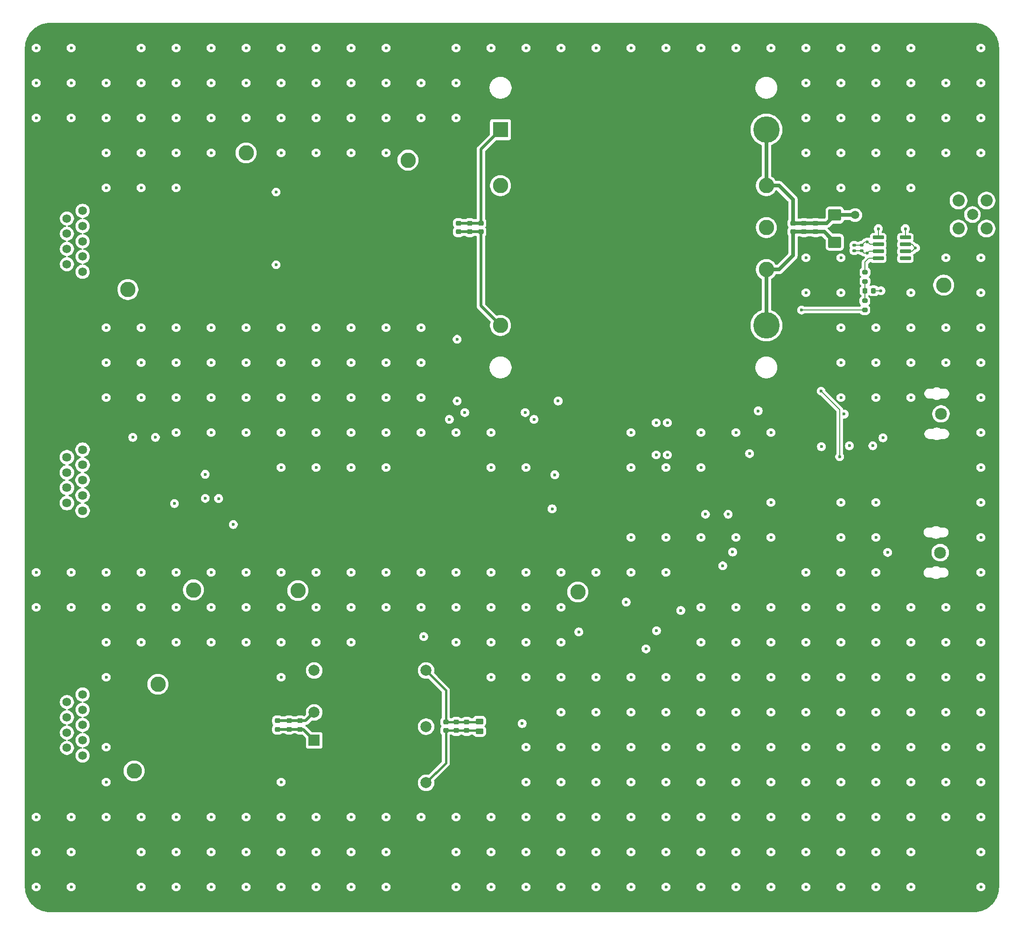
<source format=gbr>
%TF.GenerationSoftware,KiCad,Pcbnew,9.0.3*%
%TF.CreationDate,2025-09-16T14:49:37-04:00*%
%TF.ProjectId,9_TOF_PDU,395f544f-465f-4504-9455-2e6b69636164,rev?*%
%TF.SameCoordinates,Original*%
%TF.FileFunction,Copper,L8,Bot*%
%TF.FilePolarity,Positive*%
%FSLAX46Y46*%
G04 Gerber Fmt 4.6, Leading zero omitted, Abs format (unit mm)*
G04 Created by KiCad (PCBNEW 9.0.3) date 2025-09-16 14:49:37*
%MOMM*%
%LPD*%
G01*
G04 APERTURE LIST*
G04 Aperture macros list*
%AMRoundRect*
0 Rectangle with rounded corners*
0 $1 Rounding radius*
0 $2 $3 $4 $5 $6 $7 $8 $9 X,Y pos of 4 corners*
0 Add a 4 corners polygon primitive as box body*
4,1,4,$2,$3,$4,$5,$6,$7,$8,$9,$2,$3,0*
0 Add four circle primitives for the rounded corners*
1,1,$1+$1,$2,$3*
1,1,$1+$1,$4,$5*
1,1,$1+$1,$6,$7*
1,1,$1+$1,$8,$9*
0 Add four rect primitives between the rounded corners*
20,1,$1+$1,$2,$3,$4,$5,0*
20,1,$1+$1,$4,$5,$6,$7,0*
20,1,$1+$1,$6,$7,$8,$9,0*
20,1,$1+$1,$8,$9,$2,$3,0*%
G04 Aperture macros list end*
%TA.AperFunction,ComponentPad*%
%ADD10C,6.400000*%
%TD*%
%TA.AperFunction,ComponentPad*%
%ADD11C,2.800000*%
%TD*%
%TA.AperFunction,ComponentPad*%
%ADD12C,2.159000*%
%TD*%
%TA.AperFunction,ComponentPad*%
%ADD13C,1.560000*%
%TD*%
%TA.AperFunction,ComponentPad*%
%ADD14C,4.216000*%
%TD*%
%TA.AperFunction,ComponentPad*%
%ADD15C,1.635000*%
%TD*%
%TA.AperFunction,ComponentPad*%
%ADD16C,2.006600*%
%TD*%
%TA.AperFunction,ComponentPad*%
%ADD17C,2.209800*%
%TD*%
%TA.AperFunction,ComponentPad*%
%ADD18R,2.800000X2.800000*%
%TD*%
%TA.AperFunction,ComponentPad*%
%ADD19C,4.800000*%
%TD*%
%TA.AperFunction,ComponentPad*%
%ADD20R,2.000000X2.000000*%
%TD*%
%TA.AperFunction,ComponentPad*%
%ADD21C,2.000000*%
%TD*%
%TA.AperFunction,SMDPad,CuDef*%
%ADD22RoundRect,0.225000X0.250000X-0.225000X0.250000X0.225000X-0.250000X0.225000X-0.250000X-0.225000X0*%
%TD*%
%TA.AperFunction,SMDPad,CuDef*%
%ADD23RoundRect,0.225000X-0.250000X0.225000X-0.250000X-0.225000X0.250000X-0.225000X0.250000X0.225000X0*%
%TD*%
%TA.AperFunction,SMDPad,CuDef*%
%ADD24RoundRect,0.200000X-0.275000X0.200000X-0.275000X-0.200000X0.275000X-0.200000X0.275000X0.200000X0*%
%TD*%
%TA.AperFunction,SMDPad,CuDef*%
%ADD25RoundRect,0.225000X0.225000X0.250000X-0.225000X0.250000X-0.225000X-0.250000X0.225000X-0.250000X0*%
%TD*%
%TA.AperFunction,SMDPad,CuDef*%
%ADD26RoundRect,0.140000X0.170000X-0.140000X0.170000X0.140000X-0.170000X0.140000X-0.170000X-0.140000X0*%
%TD*%
%TA.AperFunction,SMDPad,CuDef*%
%ADD27RoundRect,0.250000X0.450000X-0.262500X0.450000X0.262500X-0.450000X0.262500X-0.450000X-0.262500X0*%
%TD*%
%TA.AperFunction,SMDPad,CuDef*%
%ADD28RoundRect,0.250000X-0.925000X0.787500X-0.925000X-0.787500X0.925000X-0.787500X0.925000X0.787500X0*%
%TD*%
%TA.AperFunction,SMDPad,CuDef*%
%ADD29RoundRect,0.075000X0.910000X0.225000X-0.910000X0.225000X-0.910000X-0.225000X0.910000X-0.225000X0*%
%TD*%
%TA.AperFunction,ViaPad*%
%ADD30C,0.600000*%
%TD*%
%TA.AperFunction,ViaPad*%
%ADD31C,1.500000*%
%TD*%
%TA.AperFunction,Conductor*%
%ADD32C,0.500000*%
%TD*%
%TA.AperFunction,Conductor*%
%ADD33C,0.700000*%
%TD*%
%TA.AperFunction,Conductor*%
%ADD34C,0.200000*%
%TD*%
%TA.AperFunction,Conductor*%
%ADD35C,0.400000*%
%TD*%
G04 APERTURE END LIST*
D10*
%TO.P,H1,1,1*%
%TO.N,GNDPWR*%
X128000000Y-64000000D03*
%TD*%
D11*
%TO.P,+3.3V1,1,1*%
%TO.N,/Telemetry_Circuitry/V3p3*%
X212598000Y-162306000D03*
%TD*%
D10*
%TO.P,H3,1,1*%
%TO.N,GNDPWR*%
X186000000Y-64000000D03*
%TD*%
%TO.P,H2,1,1*%
%TO.N,GNDPWR*%
X186000000Y-214000000D03*
%TD*%
D11*
%TO.P,+12V_{RTN}1,1,1*%
%TO.N,/V_SEC_RTN*%
X152400000Y-82550000D03*
%TD*%
D10*
%TO.P,H6,1,1*%
%TO.N,GNDPWR*%
X186000000Y-140000000D03*
%TD*%
%TO.P,H4,1,1*%
%TO.N,GNDPWR*%
X278000000Y-214000000D03*
%TD*%
D11*
%TO.P,V_TELEM_{RTN}1,1,1*%
%TO.N,/V_SEC_Telem_RTN*%
X136398000Y-179070000D03*
%TD*%
D12*
%TO.P,P1,1,1*%
%TO.N,Net-(P1-Pad1)*%
X278370000Y-155160000D03*
%TD*%
D11*
%TO.P,V_{EN}1,1,1*%
%TO.N,/Main_PDU_Block/Enable*%
X181780000Y-83870000D03*
%TD*%
%TO.P,V_TELEM_IN1,1,1*%
%TO.N,/V_SEC_IN_Telem*%
X132080000Y-194818000D03*
%TD*%
D13*
%TO.P,J2,1*%
%TO.N,/V_SEC_Telem_RTN*%
X122720000Y-180933500D03*
%TO.P,J2,2*%
X122720000Y-183703500D03*
%TO.P,J2,3*%
%TO.N,unconnected-(J2-Pad3)*%
X122720000Y-186473500D03*
%TO.P,J2,4*%
%TO.N,/V_SEC_Telem_RTN*%
X122720000Y-189243500D03*
%TO.P,J2,5*%
X122720000Y-192013500D03*
%TO.P,J2,6*%
%TO.N,/V_SEC_IN_Telem*%
X119880000Y-182318500D03*
%TO.P,J2,7*%
X119880000Y-185088500D03*
%TO.P,J2,8*%
X119880000Y-187858500D03*
%TO.P,J2,9*%
X119880000Y-190628500D03*
D14*
%TO.P,J2,S1*%
%TO.N,GNDPWR*%
X121300000Y-173973500D03*
%TO.P,J2,S2*%
X121300000Y-198973500D03*
%TD*%
D10*
%TO.P,H7,1,1*%
%TO.N,GNDPWR*%
X128000000Y-214000000D03*
%TD*%
D15*
%TO.P,J3,1*%
%TO.N,/V_P5V_RTN*%
X122720000Y-147540000D03*
%TO.P,J3,2*%
%TO.N,/i_OUT_TELEM*%
X122720000Y-144770000D03*
%TO.P,J3,3*%
%TO.N,unconnected-(J3-Pad3)*%
X122720000Y-142000000D03*
%TO.P,J3,4*%
%TO.N,/Enable-*%
X122720000Y-139230000D03*
%TO.P,J3,5*%
%TO.N,/Enable+*%
X122720000Y-136460000D03*
%TO.P,J3,6*%
%TO.N,/V_P5V_RTN*%
X119880000Y-146155000D03*
%TO.P,J3,7*%
%TO.N,/TEMP_TELEM*%
X119880000Y-143385000D03*
%TO.P,J3,8*%
%TO.N,/V_P5V_RTN*%
X119880000Y-140615000D03*
%TO.P,J3,9*%
%TO.N,/V_OUT_TELEM*%
X119880000Y-137845000D03*
D14*
%TO.P,J3,S1*%
%TO.N,GNDPWR*%
X121300000Y-129500000D03*
%TO.P,J3,S2*%
X121300000Y-154500000D03*
%TD*%
D11*
%TO.P,SEC_{RTN}1,1,1*%
%TO.N,/V_TOF_RTN*%
X279010000Y-106580000D03*
%TD*%
%TO.P,V_TELEM_{5V}1,1,1*%
%TO.N,/V_P5V*%
X142850000Y-161930000D03*
%TD*%
D13*
%TO.P,J1,1*%
%TO.N,/V_SEC_RTN*%
X122720000Y-93078500D03*
%TO.P,J1,2*%
X122720000Y-95848500D03*
%TO.P,J1,3*%
%TO.N,unconnected-(J1-Pad3)*%
X122720000Y-98618500D03*
%TO.P,J1,4*%
%TO.N,/V_SEC_RTN*%
X122720000Y-101388500D03*
%TO.P,J1,5*%
X122720000Y-104158500D03*
%TO.P,J1,6*%
%TO.N,/V_SEC_IN*%
X119880000Y-94463500D03*
%TO.P,J1,7*%
X119880000Y-97233500D03*
%TO.P,J1,8*%
X119880000Y-100003500D03*
%TO.P,J1,9*%
X119880000Y-102773500D03*
D14*
%TO.P,J1,S1*%
%TO.N,GNDPWR*%
X121300000Y-86118500D03*
%TO.P,J1,S2*%
X121300000Y-111118500D03*
%TD*%
D16*
%TO.P,P_OUT1,1,SIGNAL*%
%TO.N,/Telemetry_Circuitry/V_TOF_OUT*%
X284238000Y-93748500D03*
D17*
%TO.P,P_OUT1,2,GND*%
%TO.N,/V_TOF_RTN*%
X286778000Y-91208500D03*
%TO.P,P_OUT1,3,GND*%
X281698000Y-91208500D03*
%TO.P,P_OUT1,4,GND*%
X281698000Y-96288500D03*
%TO.P,P_OUT1,5,GND*%
X286778000Y-96288500D03*
%TD*%
D11*
%TO.P,+12V1,1,1*%
%TO.N,/V_SEC_IN*%
X130940000Y-107370000D03*
%TD*%
D12*
%TO.P,P2,1,1*%
%TO.N,Net-(M4-Pad3)*%
X278500000Y-129950201D03*
%TD*%
D10*
%TO.P,H8,1,1*%
%TO.N,GNDPWR*%
X278000000Y-140000000D03*
%TD*%
%TO.P,H5,1,1*%
%TO.N,GNDPWR*%
X278000000Y-64000000D03*
%TD*%
D18*
%TO.P,U1,1,+VIN*%
%TO.N,/Main_PDU_Block/V_POS*%
X198572500Y-78340000D03*
D11*
%TO.P,U1,2,ON/OFF*%
%TO.N,/Main_PDU_Block/Enable*%
X198572500Y-88500000D03*
%TO.P,U1,3,CASE*%
%TO.N,GNDPWR*%
X198572500Y-103740000D03*
%TO.P,U1,4,-VIN*%
%TO.N,/Main_PDU_Block/V_RTN*%
X198572500Y-113900000D03*
D19*
%TO.P,U1,5,-VO*%
%TO.N,/V_TOF_RTN*%
X246822500Y-113900000D03*
D11*
%TO.P,U1,6,-S*%
X246822500Y-103740000D03*
%TO.P,U1,7,TRIM*%
%TO.N,unconnected-(U1-TRIM-Pad7)*%
X246822500Y-96120000D03*
%TO.P,U1,8,+S*%
%TO.N,/Main_PDU_Block/V_TOF_OUT*%
X246822500Y-88500000D03*
D19*
%TO.P,U1,9,+VO*%
X246822500Y-78340000D03*
%TD*%
D11*
%TO.P,TELEM_{RTN}1,1,1*%
%TO.N,/V_P5V_RTN*%
X161798000Y-162052000D03*
%TD*%
D20*
%TO.P,U2,1,+VIN*%
%TO.N,/V_TOF_Telemetry_PDU/V_POS*%
X164755500Y-189273500D03*
D21*
%TO.P,U2,2,-VIN*%
%TO.N,/V_TOF_Telemetry_PDU/V_RTN*%
X164755500Y-184173500D03*
%TO.P,U2,3,+VOUT*%
%TO.N,/V_P5V*%
X185055500Y-196973500D03*
%TO.P,U2,4,TRIM*%
%TO.N,unconnected-(U2-TRIM-Pad4)*%
X185055500Y-186773500D03*
%TO.P,U2,5,-VOUT*%
%TO.N,/V_P5V_RTN*%
X185055500Y-176573500D03*
%TO.P,U2,6,REMOTE*%
%TO.N,unconnected-(U2-REMOTE-Pad6)*%
X164755500Y-176573500D03*
%TD*%
D22*
%TO.P,C15,1*%
%TO.N,/V_TOF_Telemetry_PDU/V_POS*%
X160208000Y-187248500D03*
%TO.P,C15,2*%
%TO.N,/V_TOF_Telemetry_PDU/V_RTN*%
X160208000Y-185698500D03*
%TD*%
D23*
%TO.P,C4,1*%
%TO.N,/Main_PDU_Block/V_POS*%
X190947500Y-95345000D03*
%TO.P,C4,2*%
%TO.N,/Main_PDU_Block/V_RTN*%
X190947500Y-96895000D03*
%TD*%
D24*
%TO.P,R25,1*%
%TO.N,Net-(C29-Pad2)*%
X264678000Y-109433500D03*
%TO.P,R25,2*%
%TO.N,Net-(U8B-IN2+)*%
X264678000Y-111083500D03*
%TD*%
%TO.P,R23,1*%
%TO.N,Net-(U7-OUT)*%
X264728000Y-104233500D03*
%TO.P,R23,2*%
%TO.N,Net-(C29-Pad2)*%
X264728000Y-105883500D03*
%TD*%
D25*
%TO.P,C29,1*%
%TO.N,/V_P5V_RTN*%
X266253000Y-107608500D03*
%TO.P,C29,2*%
%TO.N,Net-(C29-Pad2)*%
X264703000Y-107608500D03*
%TD*%
D26*
%TO.P,C26,1*%
%TO.N,/Telemetry_Circuitry/V3p3*%
X262758000Y-100298500D03*
%TO.P,C26,2*%
%TO.N,/V_P5V_RTN*%
X262758000Y-99338500D03*
%TD*%
D22*
%TO.P,C19,1*%
%TO.N,/V_P5V*%
X190538000Y-187493500D03*
%TO.P,C19,2*%
%TO.N,/V_P5V_RTN*%
X190538000Y-185943500D03*
%TD*%
D23*
%TO.P,C10,1*%
%TO.N,/Main_PDU_Block/V_TOF_OUT*%
X255738000Y-95343500D03*
%TO.P,C10,2*%
%TO.N,/V_TOF_RTN*%
X255738000Y-96893500D03*
%TD*%
%TO.P,C6,1*%
%TO.N,/Main_PDU_Block/V_POS*%
X195011500Y-95345000D03*
%TO.P,C6,2*%
%TO.N,/Main_PDU_Block/V_RTN*%
X195011500Y-96895000D03*
%TD*%
D27*
%TO.P,R13,1*%
%TO.N,/V_P5V*%
X194738000Y-187631000D03*
%TO.P,R13,2*%
%TO.N,/V_P5V_RTN*%
X194738000Y-185806000D03*
%TD*%
D26*
%TO.P,C27,1*%
%TO.N,/Telemetry_Circuitry/V3p3*%
X264098000Y-100298500D03*
%TO.P,C27,2*%
%TO.N,/V_P5V_RTN*%
X264098000Y-99338500D03*
%TD*%
D28*
%TO.P,C11,1*%
%TO.N,/Main_PDU_Block/V_TOF_OUT*%
X259238000Y-93856000D03*
%TO.P,C11,2*%
%TO.N,/V_TOF_RTN*%
X259238000Y-98781000D03*
%TD*%
D29*
%TO.P,U7,1,-IN*%
%TO.N,/Telemetry_Circuitry/V_TOF_OUT*%
X272063000Y-97913500D03*
%TO.P,U7,2,GND*%
%TO.N,/V_P5V_RTN*%
X272063000Y-99183500D03*
%TO.P,U7,3,REF2*%
X272063000Y-100453500D03*
%TO.P,U7,4*%
%TO.N,N/C*%
X272063000Y-101723500D03*
%TO.P,U7,5,OUT*%
%TO.N,Net-(U7-OUT)*%
X267123000Y-101723500D03*
%TO.P,U7,6,V+*%
%TO.N,/Telemetry_Circuitry/V3p3*%
X267123000Y-100453500D03*
%TO.P,U7,7,REF1*%
%TO.N,/V_P5V_RTN*%
X267123000Y-99183500D03*
%TO.P,U7,8,+IN*%
%TO.N,/Main_PDU_Block/V_TOF_OUT*%
X267123000Y-97913500D03*
%TD*%
D22*
%TO.P,C18,1*%
%TO.N,/V_P5V*%
X188638000Y-187493500D03*
%TO.P,C18,2*%
%TO.N,/V_P5V_RTN*%
X188638000Y-185943500D03*
%TD*%
%TO.P,C16,1*%
%TO.N,/V_TOF_Telemetry_PDU/V_POS*%
X162208000Y-187248500D03*
%TO.P,C16,2*%
%TO.N,/V_TOF_Telemetry_PDU/V_RTN*%
X162208000Y-185698500D03*
%TD*%
D23*
%TO.P,C9,1*%
%TO.N,/Main_PDU_Block/V_TOF_OUT*%
X253638000Y-95343500D03*
%TO.P,C9,2*%
%TO.N,/V_TOF_RTN*%
X253638000Y-96893500D03*
%TD*%
%TO.P,C5,1*%
%TO.N,/Main_PDU_Block/V_POS*%
X192979500Y-95345000D03*
%TO.P,C5,2*%
%TO.N,/Main_PDU_Block/V_RTN*%
X192979500Y-96895000D03*
%TD*%
D22*
%TO.P,C20,1*%
%TO.N,/V_P5V*%
X192438000Y-187493500D03*
%TO.P,C20,2*%
%TO.N,/V_P5V_RTN*%
X192438000Y-185943500D03*
%TD*%
D23*
%TO.P,C7,1*%
%TO.N,/Main_PDU_Block/V_TOF_OUT*%
X251638000Y-95343500D03*
%TO.P,C7,2*%
%TO.N,/V_TOF_RTN*%
X251638000Y-96893500D03*
%TD*%
D22*
%TO.P,C14,1*%
%TO.N,/V_TOF_Telemetry_PDU/V_POS*%
X158108000Y-187248500D03*
%TO.P,C14,2*%
%TO.N,/V_TOF_Telemetry_PDU/V_RTN*%
X158108000Y-185698500D03*
%TD*%
D30*
%TO.N,/V_SEC_RTN*%
X171450000Y-165100000D03*
X165100000Y-127000000D03*
X177800000Y-215900000D03*
X165100000Y-133350000D03*
X247650000Y-215900000D03*
X215900000Y-209550000D03*
X266700000Y-158750000D03*
X146050000Y-127000000D03*
X177800000Y-139700000D03*
X279400000Y-114300000D03*
X177800000Y-76200000D03*
X146050000Y-171450000D03*
X114300000Y-158750000D03*
X254000000Y-203200000D03*
X222250000Y-177800000D03*
X139700000Y-127000000D03*
X139700000Y-120650000D03*
X133350000Y-63500000D03*
X247650000Y-133350000D03*
X120650000Y-158750000D03*
X165100000Y-139700000D03*
X120650000Y-203200000D03*
X196850000Y-139700000D03*
X203200000Y-63500000D03*
X127000000Y-88900000D03*
X133350000Y-209550000D03*
X234950000Y-215900000D03*
X222250000Y-203200000D03*
X222250000Y-215900000D03*
X260350000Y-82550000D03*
X209550000Y-63500000D03*
X190500000Y-133350000D03*
X184150000Y-127000000D03*
X152400000Y-63500000D03*
X254000000Y-88900000D03*
X266700000Y-196850000D03*
X273050000Y-120650000D03*
X196850000Y-133350000D03*
X203200000Y-165100000D03*
X171450000Y-158750000D03*
X222250000Y-190500000D03*
X241300000Y-215900000D03*
X133350000Y-120650000D03*
X285750000Y-184150000D03*
X171450000Y-133350000D03*
X146050000Y-133350000D03*
X209550000Y-165100000D03*
X165100000Y-203200000D03*
X215900000Y-63500000D03*
X158750000Y-114300000D03*
X184150000Y-114300000D03*
X133350000Y-114300000D03*
X127000000Y-69850000D03*
X177800000Y-158750000D03*
X171450000Y-215900000D03*
X146050000Y-63500000D03*
X260350000Y-165100000D03*
X165100000Y-209550000D03*
X177800000Y-69850000D03*
X228600000Y-190500000D03*
X260350000Y-171450000D03*
X171450000Y-127000000D03*
X133350000Y-76200000D03*
X254000000Y-171450000D03*
X241300000Y-196850000D03*
X209550000Y-209550000D03*
X165100000Y-120650000D03*
X171450000Y-63500000D03*
X285750000Y-215900000D03*
X273050000Y-127000000D03*
X222250000Y-139700000D03*
X177800000Y-209550000D03*
X222250000Y-152400000D03*
X285750000Y-120650000D03*
X196850000Y-215900000D03*
X222250000Y-196850000D03*
X152400000Y-114300000D03*
X165100000Y-82550000D03*
X266700000Y-184150000D03*
X266700000Y-146050000D03*
X234950000Y-203200000D03*
X234950000Y-63500000D03*
X152400000Y-165100000D03*
X152400000Y-120650000D03*
X196850000Y-171450000D03*
X260350000Y-215900000D03*
X152400000Y-158750000D03*
X171450000Y-209550000D03*
X254000000Y-177800000D03*
X241300000Y-209550000D03*
X266700000Y-203200000D03*
X247650000Y-152400000D03*
X241300000Y-171450000D03*
X228600000Y-139700000D03*
X241300000Y-165100000D03*
X190500000Y-69850000D03*
X152400000Y-203200000D03*
X228600000Y-184150000D03*
X260350000Y-203200000D03*
X196850000Y-177800000D03*
X273050000Y-171450000D03*
X247650000Y-177800000D03*
X254000000Y-69850000D03*
X139700000Y-203200000D03*
X203200000Y-209550000D03*
X285750000Y-165100000D03*
X285750000Y-177800000D03*
X190500000Y-63500000D03*
X273050000Y-69850000D03*
X285750000Y-196850000D03*
X177800000Y-127000000D03*
X247650000Y-196850000D03*
X215900000Y-190500000D03*
X158750000Y-133350000D03*
X158750000Y-177800000D03*
X285750000Y-152400000D03*
X177800000Y-165100000D03*
X247650000Y-171450000D03*
X165100000Y-76200000D03*
X190500000Y-165100000D03*
X247650000Y-63500000D03*
X285750000Y-114300000D03*
X254000000Y-190500000D03*
X146050000Y-209550000D03*
X228600000Y-177800000D03*
X139700000Y-114300000D03*
X171450000Y-139700000D03*
X254000000Y-158750000D03*
X279400000Y-165100000D03*
X158750000Y-203200000D03*
X273050000Y-203200000D03*
X215900000Y-203200000D03*
X266700000Y-171450000D03*
X279400000Y-101600000D03*
X177800000Y-203200000D03*
X139700000Y-158750000D03*
X273050000Y-76200000D03*
X254000000Y-196850000D03*
X171450000Y-69850000D03*
X247650000Y-203200000D03*
X146050000Y-203200000D03*
X247650000Y-146050000D03*
X247650000Y-184150000D03*
X196850000Y-63500000D03*
X158750000Y-76200000D03*
X215900000Y-177800000D03*
X209550000Y-184150000D03*
X133350000Y-158750000D03*
X215900000Y-158750000D03*
X190500000Y-158750000D03*
X260350000Y-76200000D03*
X114300000Y-165100000D03*
X234950000Y-190500000D03*
X266700000Y-69850000D03*
X279400000Y-177800000D03*
X266700000Y-127000000D03*
X133350000Y-69850000D03*
X190500000Y-171450000D03*
X260350000Y-88900000D03*
X279400000Y-190500000D03*
X209550000Y-158750000D03*
X152400000Y-215900000D03*
X285750000Y-63500000D03*
X165100000Y-171450000D03*
X133350000Y-165100000D03*
X139700000Y-69850000D03*
X114300000Y-209550000D03*
X133350000Y-203200000D03*
X279400000Y-82550000D03*
X254000000Y-76200000D03*
X158750000Y-171450000D03*
X190500000Y-76200000D03*
X127000000Y-158750000D03*
X273050000Y-184150000D03*
X228600000Y-209550000D03*
X127000000Y-171450000D03*
X184150000Y-165100000D03*
X234950000Y-177800000D03*
X228600000Y-63500000D03*
X222250000Y-63500000D03*
X215900000Y-184150000D03*
X260350000Y-184150000D03*
X260350000Y-190500000D03*
X120650000Y-215900000D03*
X254000000Y-165100000D03*
X184150000Y-120650000D03*
X152400000Y-127000000D03*
X273050000Y-190500000D03*
X209550000Y-171450000D03*
X254000000Y-215900000D03*
X158750000Y-209550000D03*
X152400000Y-133350000D03*
X254000000Y-184150000D03*
X203200000Y-158750000D03*
X228600000Y-158750000D03*
X273050000Y-177800000D03*
X203200000Y-203200000D03*
X273050000Y-82550000D03*
X133350000Y-215900000D03*
X273050000Y-107950000D03*
X114300000Y-69850000D03*
X273050000Y-63500000D03*
X203200000Y-171450000D03*
X139700000Y-76200000D03*
X260350000Y-120650000D03*
X152400000Y-209550000D03*
X285750000Y-171450000D03*
X266700000Y-114300000D03*
X152400000Y-76200000D03*
X158750000Y-69850000D03*
X127000000Y-177800000D03*
X190500000Y-203200000D03*
X285750000Y-209550000D03*
X273050000Y-88900000D03*
X285750000Y-158750000D03*
X120650000Y-165100000D03*
X279400000Y-196850000D03*
X228600000Y-203200000D03*
X127000000Y-127000000D03*
X254000000Y-82550000D03*
X133350000Y-127000000D03*
X203200000Y-190500000D03*
X114300000Y-63500000D03*
X228600000Y-215900000D03*
X285750000Y-133350000D03*
X266700000Y-120650000D03*
X184150000Y-133350000D03*
X266700000Y-190500000D03*
X273050000Y-196850000D03*
X158750000Y-165100000D03*
X241300000Y-133350000D03*
X139700000Y-88900000D03*
X139700000Y-133350000D03*
X254000000Y-209550000D03*
X209550000Y-215900000D03*
X203200000Y-177800000D03*
X266700000Y-63500000D03*
X285750000Y-190500000D03*
X234950000Y-133350000D03*
X285750000Y-146050000D03*
X241300000Y-184150000D03*
X146050000Y-76200000D03*
X209550000Y-203200000D03*
X266700000Y-152400000D03*
X196850000Y-165100000D03*
X209550000Y-190500000D03*
X190500000Y-209550000D03*
X260350000Y-146050000D03*
X222250000Y-184150000D03*
X234950000Y-196850000D03*
X279400000Y-171450000D03*
X177800000Y-120650000D03*
X184150000Y-69850000D03*
X234950000Y-152400000D03*
X203200000Y-196850000D03*
X266700000Y-215900000D03*
X273050000Y-215900000D03*
X171450000Y-82550000D03*
X260350000Y-63500000D03*
X273050000Y-114300000D03*
X203200000Y-139700000D03*
X158750000Y-158750000D03*
X209550000Y-177800000D03*
X127000000Y-120650000D03*
X254000000Y-63500000D03*
X279400000Y-184150000D03*
X241300000Y-152400000D03*
X120650000Y-76200000D03*
X133350000Y-171450000D03*
X184150000Y-203200000D03*
X171450000Y-203200000D03*
X127000000Y-82550000D03*
X279400000Y-69850000D03*
X120650000Y-63500000D03*
X184150000Y-76200000D03*
X127000000Y-203200000D03*
X215900000Y-215900000D03*
X279400000Y-76200000D03*
X152400000Y-171450000D03*
X146050000Y-165100000D03*
X285750000Y-69850000D03*
X260350000Y-127000000D03*
X241300000Y-177800000D03*
X266700000Y-88900000D03*
X285750000Y-107950000D03*
X158750000Y-196850000D03*
X247650000Y-209550000D03*
X171450000Y-120650000D03*
X171450000Y-114300000D03*
X146050000Y-114300000D03*
X260350000Y-69850000D03*
X146050000Y-215900000D03*
X177800000Y-133350000D03*
X146050000Y-158750000D03*
X273050000Y-209550000D03*
X222250000Y-209550000D03*
X146050000Y-120650000D03*
X260350000Y-107950000D03*
X254000000Y-101600000D03*
X260350000Y-177800000D03*
X215900000Y-196850000D03*
X158750000Y-63500000D03*
X285750000Y-203200000D03*
X241300000Y-63500000D03*
X260350000Y-101600000D03*
X127000000Y-114300000D03*
X279400000Y-203200000D03*
X196850000Y-209550000D03*
X165100000Y-63500000D03*
X127000000Y-196850000D03*
X165100000Y-165100000D03*
X266700000Y-209550000D03*
X266700000Y-165100000D03*
X285750000Y-82550000D03*
X285750000Y-76200000D03*
X139700000Y-165100000D03*
X266700000Y-177800000D03*
X165100000Y-215900000D03*
X209550000Y-196850000D03*
X158750000Y-215900000D03*
X133350000Y-82550000D03*
X127000000Y-165100000D03*
X158750000Y-120650000D03*
X196850000Y-158750000D03*
X165100000Y-114300000D03*
X171450000Y-76200000D03*
X234950000Y-165100000D03*
X254000000Y-107950000D03*
X177800000Y-63500000D03*
X222250000Y-133350000D03*
X184150000Y-158750000D03*
X285750000Y-101600000D03*
X120650000Y-209550000D03*
X146050000Y-69850000D03*
X139700000Y-82550000D03*
X171450000Y-171450000D03*
X133350000Y-88900000D03*
X260350000Y-114300000D03*
X241300000Y-203200000D03*
X222250000Y-158750000D03*
X139700000Y-171450000D03*
X158750000Y-82550000D03*
X114300000Y-203200000D03*
X139700000Y-63500000D03*
X228600000Y-152400000D03*
X152400000Y-69850000D03*
X177800000Y-82550000D03*
X114300000Y-76200000D03*
X203200000Y-215900000D03*
X247650000Y-165100000D03*
X260350000Y-158750000D03*
X285750000Y-127000000D03*
X139700000Y-209550000D03*
X120650000Y-69850000D03*
X165100000Y-69850000D03*
X260350000Y-209550000D03*
X234950000Y-171450000D03*
X177800000Y-114300000D03*
X234950000Y-209550000D03*
X260350000Y-196850000D03*
X241300000Y-190500000D03*
X285750000Y-139700000D03*
X260350000Y-152400000D03*
X234950000Y-184150000D03*
X158750000Y-127000000D03*
X273050000Y-165100000D03*
X139700000Y-215900000D03*
X234950000Y-139700000D03*
X266700000Y-76200000D03*
X266700000Y-82550000D03*
X279400000Y-120650000D03*
X196850000Y-203200000D03*
X165100000Y-158750000D03*
X146050000Y-82550000D03*
X228600000Y-196850000D03*
X127000000Y-190500000D03*
X247650000Y-190500000D03*
X190500000Y-215900000D03*
X158750000Y-139700000D03*
X114300000Y-215900000D03*
X127000000Y-76200000D03*
%TO.N,/Main_PDU_Block/V_RTN*%
X190700000Y-116410000D03*
X190700000Y-127620000D03*
X209038000Y-127618500D03*
%TO.N,/Main_PDU_Block/V_POS*%
X204650000Y-130960000D03*
X189280000Y-130960000D03*
D31*
%TO.N,/Main_PDU_Block/V_TOF_OUT*%
X262938000Y-93856000D03*
D30*
X267138000Y-96318500D03*
%TO.N,/V_TOF_RTN*%
X226822000Y-131572000D03*
X245338000Y-129418500D03*
X256810000Y-135910000D03*
X228854000Y-131572000D03*
D31*
%TO.N,GNDPWR*%
X237490000Y-121920000D03*
X232410000Y-76200000D03*
X237490000Y-96520000D03*
X222250000Y-86360000D03*
D30*
X161912000Y-87126500D03*
D31*
X212090000Y-91440000D03*
X232410000Y-91440000D03*
X207010000Y-91440000D03*
X212090000Y-76200000D03*
X232410000Y-106680000D03*
X212090000Y-96520000D03*
X222250000Y-81280000D03*
X212090000Y-86360000D03*
X222250000Y-91440000D03*
X227330000Y-116840000D03*
X222250000Y-121920000D03*
X212090000Y-106680000D03*
X222250000Y-116840000D03*
X227330000Y-106680000D03*
X222250000Y-96520000D03*
X207010000Y-111760000D03*
X217170000Y-81280000D03*
X217170000Y-116840000D03*
X222250000Y-101600000D03*
X222250000Y-71120000D03*
X217170000Y-91440000D03*
X227330000Y-71120000D03*
X232410000Y-101600000D03*
X232410000Y-96520000D03*
X237490000Y-91440000D03*
X207010000Y-101600000D03*
X237490000Y-101600000D03*
X207010000Y-121920000D03*
X212090000Y-121920000D03*
X207010000Y-106680000D03*
X227330000Y-81280000D03*
X212090000Y-111760000D03*
D30*
X161912000Y-105668500D03*
D31*
X217170000Y-96520000D03*
X232410000Y-111760000D03*
X207010000Y-71120000D03*
X237490000Y-81280000D03*
X217170000Y-86360000D03*
X227330000Y-111760000D03*
X237490000Y-106680000D03*
X237490000Y-71120000D03*
X222250000Y-111760000D03*
X207010000Y-96520000D03*
X232410000Y-86360000D03*
X232410000Y-81280000D03*
X207010000Y-86360000D03*
X237490000Y-116840000D03*
X207010000Y-76200000D03*
X232410000Y-121920000D03*
X217170000Y-121920000D03*
X227330000Y-76200000D03*
X217170000Y-76200000D03*
X222250000Y-106680000D03*
X227330000Y-86360000D03*
X217170000Y-106680000D03*
X237490000Y-76200000D03*
X217170000Y-71120000D03*
X237490000Y-111760000D03*
X227330000Y-91440000D03*
D30*
X179638000Y-170418500D03*
D31*
X212090000Y-101600000D03*
X232410000Y-71120000D03*
X237490000Y-86360000D03*
X207010000Y-116840000D03*
X207010000Y-81280000D03*
X217170000Y-101600000D03*
X212090000Y-71120000D03*
D30*
X240638000Y-129418500D03*
D31*
X222250000Y-76200000D03*
X212090000Y-81280000D03*
X227330000Y-101600000D03*
X227330000Y-96520000D03*
X217170000Y-111760000D03*
X227330000Y-121920000D03*
X212090000Y-116840000D03*
X232410000Y-116840000D03*
D30*
%TO.N,/V_P5V_RTN*%
X260938000Y-130003500D03*
X212778000Y-169573500D03*
X226878000Y-169348500D03*
X266138000Y-135753500D03*
X265148000Y-98728500D03*
X184638000Y-170418500D03*
X267608000Y-107598500D03*
X131838000Y-134218500D03*
X144978000Y-140938500D03*
X207938000Y-147218499D03*
X243780000Y-137170000D03*
X226822000Y-137414000D03*
X231296500Y-165678500D03*
X238903100Y-157558500D03*
X139398000Y-146248499D03*
X150078000Y-150048500D03*
X267988000Y-134308500D03*
X273888000Y-99808500D03*
X228854000Y-137414000D03*
%TO.N,/V_P5V*%
X224978000Y-172648500D03*
X147408000Y-145338500D03*
X261888001Y-135753500D03*
X268830000Y-155119799D03*
X202510000Y-186200000D03*
X208438000Y-141018500D03*
%TO.N,/Telemetry_Circuitry/V3p3*%
X240703100Y-155058500D03*
X135938000Y-134218500D03*
X239893100Y-148188500D03*
X265148000Y-100778500D03*
X235763100Y-148178500D03*
X221378000Y-164148500D03*
X144988000Y-145298498D03*
%TO.N,/Main_PDU_Block/SEC_RTN*%
X157848000Y-102874500D03*
X157848000Y-89666500D03*
%TO.N,/Main_PDU_Block/Enable*%
X203038000Y-129718500D03*
X192080000Y-129720000D03*
%TO.N,/Telemetry_Circuitry/V_TOF_OUT*%
X260130000Y-137750000D03*
X256748000Y-125818500D03*
X272038000Y-96318500D03*
%TO.N,Net-(U8B-IN2+)*%
X253230000Y-111090000D03*
%TD*%
D32*
%TO.N,/Main_PDU_Block/V_RTN*%
X195011500Y-96895000D02*
X190947500Y-96895000D01*
X195011500Y-96895000D02*
X195011500Y-110339000D01*
X195011500Y-110339000D02*
X198572500Y-113900000D01*
%TO.N,/Main_PDU_Block/V_POS*%
X195011500Y-95345000D02*
X190947500Y-95345000D01*
X195011500Y-81901000D02*
X198572500Y-78340000D01*
X195011500Y-95345000D02*
X195011500Y-81901000D01*
D33*
%TO.N,/Main_PDU_Block/V_TOF_OUT*%
X249119500Y-88500000D02*
X251638000Y-91018500D01*
D34*
X267123000Y-97913500D02*
X267123000Y-96333500D01*
D33*
X255738000Y-95343500D02*
X257750500Y-95343500D01*
X259238000Y-93856000D02*
X262938000Y-93856000D01*
X246822500Y-88500000D02*
X246822500Y-78340000D01*
X246822500Y-88500000D02*
X249119500Y-88500000D01*
X251638000Y-95343500D02*
X255738000Y-95343500D01*
X251638000Y-91018500D02*
X251638000Y-95343500D01*
D34*
X267123000Y-96333500D02*
X267138000Y-96318500D01*
D33*
X257750500Y-95343500D02*
X259238000Y-93856000D01*
%TO.N,/V_TOF_RTN*%
X257350500Y-96893500D02*
X259238000Y-98781000D01*
X251638000Y-101218500D02*
X251638000Y-96893500D01*
X246822500Y-103740000D02*
X246822500Y-113900000D01*
X249116500Y-103740000D02*
X251638000Y-101218500D01*
X251638000Y-96893500D02*
X255738000Y-96893500D01*
X255738000Y-96893500D02*
X257350500Y-96893500D01*
X246822500Y-103740000D02*
X249116500Y-103740000D01*
D32*
%TO.N,/V_TOF_Telemetry_PDU/V_POS*%
X158108000Y-187248500D02*
X162730500Y-187248500D01*
X162730500Y-187248500D02*
X164755500Y-189273500D01*
%TO.N,/V_TOF_Telemetry_PDU/V_RTN*%
X163230500Y-185698500D02*
X164755500Y-184173500D01*
X158108000Y-185698500D02*
X163230500Y-185698500D01*
D35*
%TO.N,/V_P5V_RTN*%
X188638000Y-180156000D02*
X188638000Y-185943500D01*
D34*
X264098000Y-99338500D02*
X262758000Y-99338500D01*
X267123000Y-99183500D02*
X265603000Y-99183500D01*
D35*
X188638000Y-185943500D02*
X194600500Y-185943500D01*
D34*
X272063000Y-99183500D02*
X273263000Y-99183500D01*
X273263000Y-99183500D02*
X273888000Y-99808500D01*
D35*
X194600500Y-185943500D02*
X194738000Y-185806000D01*
D34*
X266253000Y-107608500D02*
X267598000Y-107608500D01*
X272063000Y-100453500D02*
X273243000Y-100453500D01*
X267598000Y-107608500D02*
X267608000Y-107598500D01*
X264708000Y-98728500D02*
X265148000Y-98728500D01*
X265603000Y-99183500D02*
X265148000Y-98728500D01*
X264098000Y-99338500D02*
X264708000Y-98728500D01*
D35*
X185055500Y-176573500D02*
X188638000Y-180156000D01*
D34*
X273243000Y-100453500D02*
X273888000Y-99808500D01*
D35*
%TO.N,/V_P5V*%
X188638000Y-187493500D02*
X194600500Y-187493500D01*
X188638000Y-193391000D02*
X188638000Y-187493500D01*
X185055500Y-196973500D02*
X188638000Y-193391000D01*
X194600500Y-187493500D02*
X194738000Y-187631000D01*
D34*
%TO.N,/Telemetry_Circuitry/V3p3*%
X265473000Y-100453500D02*
X265148000Y-100778500D01*
X267123000Y-100453500D02*
X265473000Y-100453500D01*
X264098000Y-100298500D02*
X262758000Y-100298500D01*
X264578000Y-100778500D02*
X265148000Y-100778500D01*
X264098000Y-100298500D02*
X264578000Y-100778500D01*
%TO.N,Net-(C29-Pad2)*%
X264703000Y-107608500D02*
X264703000Y-109408500D01*
X264728000Y-105883500D02*
X264728000Y-107583500D01*
X264728000Y-107583500D02*
X264703000Y-107608500D01*
X264703000Y-109408500D02*
X264678000Y-109433500D01*
%TO.N,/Telemetry_Circuitry/V_TOF_OUT*%
X272063000Y-96343500D02*
X272038000Y-96318500D01*
X260130000Y-129200500D02*
X260130000Y-137750000D01*
X256748000Y-125818500D02*
X260130000Y-129200500D01*
X272063000Y-97913500D02*
X272063000Y-96343500D01*
%TO.N,Net-(U7-OUT)*%
X265403000Y-101723500D02*
X264728000Y-102398500D01*
X267123000Y-101723500D02*
X265403000Y-101723500D01*
X264728000Y-102398500D02*
X264728000Y-104233500D01*
%TO.N,Net-(U8B-IN2+)*%
X253230000Y-111090000D02*
X264671500Y-111090000D01*
X264778000Y-111183500D02*
X264678000Y-111083500D01*
X264671500Y-111090000D02*
X264678000Y-111083500D01*
X264768000Y-111173500D02*
X264678000Y-111083500D01*
%TD*%
%TA.AperFunction,Conductor*%
%TO.N,GNDPWR*%
G36*
X284482702Y-58920618D02*
G01*
X284495819Y-58921190D01*
X284873742Y-58937690D01*
X284884477Y-58938630D01*
X285269859Y-58989366D01*
X285280493Y-58991241D01*
X285659990Y-59075374D01*
X285670416Y-59078168D01*
X286041135Y-59195055D01*
X286051270Y-59198744D01*
X286410387Y-59347495D01*
X286420178Y-59352061D01*
X286764942Y-59531534D01*
X286774309Y-59536941D01*
X287044434Y-59709030D01*
X287102130Y-59745786D01*
X287110991Y-59751991D01*
X287419353Y-59988605D01*
X287427640Y-59995559D01*
X287714204Y-60258146D01*
X287721853Y-60265795D01*
X287984440Y-60552359D01*
X287991394Y-60560646D01*
X288228008Y-60869008D01*
X288234213Y-60877869D01*
X288443057Y-61205689D01*
X288448465Y-61215057D01*
X288627935Y-61559814D01*
X288632507Y-61569618D01*
X288781249Y-61928714D01*
X288784949Y-61938879D01*
X288901828Y-62309572D01*
X288904628Y-62320021D01*
X288988756Y-62699498D01*
X288990634Y-62710151D01*
X289041367Y-63095499D01*
X289042310Y-63106276D01*
X289059382Y-63497297D01*
X289059500Y-63502706D01*
X289059500Y-215897293D01*
X289059382Y-215902702D01*
X289042310Y-216293723D01*
X289041367Y-216304500D01*
X288990634Y-216689848D01*
X288988756Y-216700501D01*
X288904628Y-217079978D01*
X288901828Y-217090427D01*
X288784949Y-217461120D01*
X288781249Y-217471285D01*
X288632507Y-217830381D01*
X288627935Y-217840185D01*
X288448465Y-218184942D01*
X288443057Y-218194310D01*
X288234213Y-218522130D01*
X288228008Y-218530991D01*
X287991394Y-218839353D01*
X287984440Y-218847640D01*
X287721853Y-219134204D01*
X287714204Y-219141853D01*
X287427640Y-219404440D01*
X287419353Y-219411394D01*
X287110991Y-219648008D01*
X287102130Y-219654213D01*
X286774310Y-219863057D01*
X286764942Y-219868465D01*
X286420185Y-220047935D01*
X286410381Y-220052507D01*
X286051285Y-220201249D01*
X286041120Y-220204949D01*
X285670427Y-220321828D01*
X285659978Y-220324628D01*
X285280501Y-220408756D01*
X285269848Y-220410634D01*
X284884500Y-220461367D01*
X284873723Y-220462310D01*
X284482703Y-220479382D01*
X284477294Y-220479500D01*
X116842706Y-220479500D01*
X116837297Y-220479382D01*
X116446276Y-220462310D01*
X116435501Y-220461367D01*
X116346792Y-220449688D01*
X116050151Y-220410634D01*
X116039498Y-220408756D01*
X115660021Y-220324628D01*
X115649572Y-220321828D01*
X115278879Y-220204949D01*
X115268714Y-220201249D01*
X114909618Y-220052507D01*
X114899814Y-220047935D01*
X114555057Y-219868465D01*
X114545689Y-219863057D01*
X114217869Y-219654213D01*
X114209008Y-219648008D01*
X113900646Y-219411394D01*
X113892359Y-219404440D01*
X113605795Y-219141853D01*
X113598146Y-219134204D01*
X113335559Y-218847640D01*
X113328605Y-218839353D01*
X113091991Y-218530991D01*
X113085786Y-218522130D01*
X112876942Y-218194310D01*
X112871534Y-218184942D01*
X112692064Y-217840185D01*
X112687492Y-217830381D01*
X112538744Y-217471270D01*
X112535055Y-217461135D01*
X112418168Y-217090416D01*
X112415374Y-217079990D01*
X112331241Y-216700493D01*
X112329365Y-216689848D01*
X112278630Y-216304477D01*
X112277690Y-216293742D01*
X112260618Y-215902701D01*
X112260500Y-215897293D01*
X112260500Y-215821153D01*
X113499500Y-215821153D01*
X113499500Y-215978846D01*
X113530261Y-216133489D01*
X113530264Y-216133501D01*
X113590602Y-216279172D01*
X113590609Y-216279185D01*
X113678210Y-216410288D01*
X113678213Y-216410292D01*
X113789707Y-216521786D01*
X113789711Y-216521789D01*
X113920814Y-216609390D01*
X113920827Y-216609397D01*
X114066498Y-216669735D01*
X114066503Y-216669737D01*
X114194624Y-216695222D01*
X114221153Y-216700499D01*
X114221156Y-216700500D01*
X114221158Y-216700500D01*
X114378844Y-216700500D01*
X114378845Y-216700499D01*
X114533497Y-216669737D01*
X114679179Y-216609394D01*
X114810289Y-216521789D01*
X114921789Y-216410289D01*
X115009394Y-216279179D01*
X115069737Y-216133497D01*
X115100500Y-215978842D01*
X115100500Y-215821158D01*
X115100500Y-215821155D01*
X115100499Y-215821153D01*
X119849500Y-215821153D01*
X119849500Y-215978846D01*
X119880261Y-216133489D01*
X119880264Y-216133501D01*
X119940602Y-216279172D01*
X119940609Y-216279185D01*
X120028210Y-216410288D01*
X120028213Y-216410292D01*
X120139707Y-216521786D01*
X120139711Y-216521789D01*
X120270814Y-216609390D01*
X120270827Y-216609397D01*
X120416498Y-216669735D01*
X120416503Y-216669737D01*
X120544624Y-216695222D01*
X120571153Y-216700499D01*
X120571156Y-216700500D01*
X120571158Y-216700500D01*
X120728844Y-216700500D01*
X120728845Y-216700499D01*
X120883497Y-216669737D01*
X121029179Y-216609394D01*
X121160289Y-216521789D01*
X121271789Y-216410289D01*
X121359394Y-216279179D01*
X121419737Y-216133497D01*
X121450500Y-215978842D01*
X121450500Y-215821158D01*
X121450500Y-215821155D01*
X121450499Y-215821153D01*
X132549500Y-215821153D01*
X132549500Y-215978846D01*
X132580261Y-216133489D01*
X132580264Y-216133501D01*
X132640602Y-216279172D01*
X132640609Y-216279185D01*
X132728210Y-216410288D01*
X132728213Y-216410292D01*
X132839707Y-216521786D01*
X132839711Y-216521789D01*
X132970814Y-216609390D01*
X132970827Y-216609397D01*
X133116498Y-216669735D01*
X133116503Y-216669737D01*
X133244624Y-216695222D01*
X133271153Y-216700499D01*
X133271156Y-216700500D01*
X133271158Y-216700500D01*
X133428844Y-216700500D01*
X133428845Y-216700499D01*
X133583497Y-216669737D01*
X133729179Y-216609394D01*
X133860289Y-216521789D01*
X133971789Y-216410289D01*
X134059394Y-216279179D01*
X134119737Y-216133497D01*
X134150500Y-215978842D01*
X134150500Y-215821158D01*
X134150500Y-215821155D01*
X134150499Y-215821153D01*
X138899500Y-215821153D01*
X138899500Y-215978846D01*
X138930261Y-216133489D01*
X138930264Y-216133501D01*
X138990602Y-216279172D01*
X138990609Y-216279185D01*
X139078210Y-216410288D01*
X139078213Y-216410292D01*
X139189707Y-216521786D01*
X139189711Y-216521789D01*
X139320814Y-216609390D01*
X139320827Y-216609397D01*
X139466498Y-216669735D01*
X139466503Y-216669737D01*
X139594624Y-216695222D01*
X139621153Y-216700499D01*
X139621156Y-216700500D01*
X139621158Y-216700500D01*
X139778844Y-216700500D01*
X139778845Y-216700499D01*
X139933497Y-216669737D01*
X140079179Y-216609394D01*
X140210289Y-216521789D01*
X140321789Y-216410289D01*
X140409394Y-216279179D01*
X140469737Y-216133497D01*
X140500500Y-215978842D01*
X140500500Y-215821158D01*
X140500500Y-215821155D01*
X140500499Y-215821153D01*
X145249500Y-215821153D01*
X145249500Y-215978846D01*
X145280261Y-216133489D01*
X145280264Y-216133501D01*
X145340602Y-216279172D01*
X145340609Y-216279185D01*
X145428210Y-216410288D01*
X145428213Y-216410292D01*
X145539707Y-216521786D01*
X145539711Y-216521789D01*
X145670814Y-216609390D01*
X145670827Y-216609397D01*
X145816498Y-216669735D01*
X145816503Y-216669737D01*
X145944624Y-216695222D01*
X145971153Y-216700499D01*
X145971156Y-216700500D01*
X145971158Y-216700500D01*
X146128844Y-216700500D01*
X146128845Y-216700499D01*
X146283497Y-216669737D01*
X146429179Y-216609394D01*
X146560289Y-216521789D01*
X146671789Y-216410289D01*
X146759394Y-216279179D01*
X146819737Y-216133497D01*
X146850500Y-215978842D01*
X146850500Y-215821158D01*
X146850500Y-215821155D01*
X146850499Y-215821153D01*
X151599500Y-215821153D01*
X151599500Y-215978846D01*
X151630261Y-216133489D01*
X151630264Y-216133501D01*
X151690602Y-216279172D01*
X151690609Y-216279185D01*
X151778210Y-216410288D01*
X151778213Y-216410292D01*
X151889707Y-216521786D01*
X151889711Y-216521789D01*
X152020814Y-216609390D01*
X152020827Y-216609397D01*
X152166498Y-216669735D01*
X152166503Y-216669737D01*
X152294624Y-216695222D01*
X152321153Y-216700499D01*
X152321156Y-216700500D01*
X152321158Y-216700500D01*
X152478844Y-216700500D01*
X152478845Y-216700499D01*
X152633497Y-216669737D01*
X152779179Y-216609394D01*
X152910289Y-216521789D01*
X153021789Y-216410289D01*
X153109394Y-216279179D01*
X153169737Y-216133497D01*
X153200500Y-215978842D01*
X153200500Y-215821158D01*
X153200500Y-215821155D01*
X153200499Y-215821153D01*
X157949500Y-215821153D01*
X157949500Y-215978846D01*
X157980261Y-216133489D01*
X157980264Y-216133501D01*
X158040602Y-216279172D01*
X158040609Y-216279185D01*
X158128210Y-216410288D01*
X158128213Y-216410292D01*
X158239707Y-216521786D01*
X158239711Y-216521789D01*
X158370814Y-216609390D01*
X158370827Y-216609397D01*
X158516498Y-216669735D01*
X158516503Y-216669737D01*
X158644624Y-216695222D01*
X158671153Y-216700499D01*
X158671156Y-216700500D01*
X158671158Y-216700500D01*
X158828844Y-216700500D01*
X158828845Y-216700499D01*
X158983497Y-216669737D01*
X159129179Y-216609394D01*
X159260289Y-216521789D01*
X159371789Y-216410289D01*
X159459394Y-216279179D01*
X159519737Y-216133497D01*
X159550500Y-215978842D01*
X159550500Y-215821158D01*
X159550500Y-215821155D01*
X159550499Y-215821153D01*
X164299500Y-215821153D01*
X164299500Y-215978846D01*
X164330261Y-216133489D01*
X164330264Y-216133501D01*
X164390602Y-216279172D01*
X164390609Y-216279185D01*
X164478210Y-216410288D01*
X164478213Y-216410292D01*
X164589707Y-216521786D01*
X164589711Y-216521789D01*
X164720814Y-216609390D01*
X164720827Y-216609397D01*
X164866498Y-216669735D01*
X164866503Y-216669737D01*
X164994624Y-216695222D01*
X165021153Y-216700499D01*
X165021156Y-216700500D01*
X165021158Y-216700500D01*
X165178844Y-216700500D01*
X165178845Y-216700499D01*
X165333497Y-216669737D01*
X165479179Y-216609394D01*
X165610289Y-216521789D01*
X165721789Y-216410289D01*
X165809394Y-216279179D01*
X165869737Y-216133497D01*
X165900500Y-215978842D01*
X165900500Y-215821158D01*
X165900500Y-215821155D01*
X165900499Y-215821153D01*
X170649500Y-215821153D01*
X170649500Y-215978846D01*
X170680261Y-216133489D01*
X170680264Y-216133501D01*
X170740602Y-216279172D01*
X170740609Y-216279185D01*
X170828210Y-216410288D01*
X170828213Y-216410292D01*
X170939707Y-216521786D01*
X170939711Y-216521789D01*
X171070814Y-216609390D01*
X171070827Y-216609397D01*
X171216498Y-216669735D01*
X171216503Y-216669737D01*
X171344624Y-216695222D01*
X171371153Y-216700499D01*
X171371156Y-216700500D01*
X171371158Y-216700500D01*
X171528844Y-216700500D01*
X171528845Y-216700499D01*
X171683497Y-216669737D01*
X171829179Y-216609394D01*
X171960289Y-216521789D01*
X172071789Y-216410289D01*
X172159394Y-216279179D01*
X172219737Y-216133497D01*
X172250500Y-215978842D01*
X172250500Y-215821158D01*
X172250500Y-215821155D01*
X172250499Y-215821153D01*
X176999500Y-215821153D01*
X176999500Y-215978846D01*
X177030261Y-216133489D01*
X177030264Y-216133501D01*
X177090602Y-216279172D01*
X177090609Y-216279185D01*
X177178210Y-216410288D01*
X177178213Y-216410292D01*
X177289707Y-216521786D01*
X177289711Y-216521789D01*
X177420814Y-216609390D01*
X177420827Y-216609397D01*
X177566498Y-216669735D01*
X177566503Y-216669737D01*
X177694624Y-216695222D01*
X177721153Y-216700499D01*
X177721156Y-216700500D01*
X177721158Y-216700500D01*
X177878844Y-216700500D01*
X177878845Y-216700499D01*
X178033497Y-216669737D01*
X178179179Y-216609394D01*
X178310289Y-216521789D01*
X178421789Y-216410289D01*
X178509394Y-216279179D01*
X178569737Y-216133497D01*
X178600500Y-215978842D01*
X178600500Y-215821158D01*
X178600500Y-215821155D01*
X178600499Y-215821153D01*
X189699500Y-215821153D01*
X189699500Y-215978846D01*
X189730261Y-216133489D01*
X189730264Y-216133501D01*
X189790602Y-216279172D01*
X189790609Y-216279185D01*
X189878210Y-216410288D01*
X189878213Y-216410292D01*
X189989707Y-216521786D01*
X189989711Y-216521789D01*
X190120814Y-216609390D01*
X190120827Y-216609397D01*
X190266498Y-216669735D01*
X190266503Y-216669737D01*
X190394624Y-216695222D01*
X190421153Y-216700499D01*
X190421156Y-216700500D01*
X190421158Y-216700500D01*
X190578844Y-216700500D01*
X190578845Y-216700499D01*
X190733497Y-216669737D01*
X190879179Y-216609394D01*
X191010289Y-216521789D01*
X191121789Y-216410289D01*
X191209394Y-216279179D01*
X191269737Y-216133497D01*
X191300500Y-215978842D01*
X191300500Y-215821158D01*
X191300500Y-215821155D01*
X191300499Y-215821153D01*
X196049500Y-215821153D01*
X196049500Y-215978846D01*
X196080261Y-216133489D01*
X196080264Y-216133501D01*
X196140602Y-216279172D01*
X196140609Y-216279185D01*
X196228210Y-216410288D01*
X196228213Y-216410292D01*
X196339707Y-216521786D01*
X196339711Y-216521789D01*
X196470814Y-216609390D01*
X196470827Y-216609397D01*
X196616498Y-216669735D01*
X196616503Y-216669737D01*
X196744624Y-216695222D01*
X196771153Y-216700499D01*
X196771156Y-216700500D01*
X196771158Y-216700500D01*
X196928844Y-216700500D01*
X196928845Y-216700499D01*
X197083497Y-216669737D01*
X197229179Y-216609394D01*
X197360289Y-216521789D01*
X197471789Y-216410289D01*
X197559394Y-216279179D01*
X197619737Y-216133497D01*
X197650500Y-215978842D01*
X197650500Y-215821158D01*
X197650500Y-215821155D01*
X197650499Y-215821153D01*
X202399500Y-215821153D01*
X202399500Y-215978846D01*
X202430261Y-216133489D01*
X202430264Y-216133501D01*
X202490602Y-216279172D01*
X202490609Y-216279185D01*
X202578210Y-216410288D01*
X202578213Y-216410292D01*
X202689707Y-216521786D01*
X202689711Y-216521789D01*
X202820814Y-216609390D01*
X202820827Y-216609397D01*
X202966498Y-216669735D01*
X202966503Y-216669737D01*
X203094624Y-216695222D01*
X203121153Y-216700499D01*
X203121156Y-216700500D01*
X203121158Y-216700500D01*
X203278844Y-216700500D01*
X203278845Y-216700499D01*
X203433497Y-216669737D01*
X203579179Y-216609394D01*
X203710289Y-216521789D01*
X203821789Y-216410289D01*
X203909394Y-216279179D01*
X203969737Y-216133497D01*
X204000500Y-215978842D01*
X204000500Y-215821158D01*
X204000500Y-215821155D01*
X204000499Y-215821153D01*
X208749500Y-215821153D01*
X208749500Y-215978846D01*
X208780261Y-216133489D01*
X208780264Y-216133501D01*
X208840602Y-216279172D01*
X208840609Y-216279185D01*
X208928210Y-216410288D01*
X208928213Y-216410292D01*
X209039707Y-216521786D01*
X209039711Y-216521789D01*
X209170814Y-216609390D01*
X209170827Y-216609397D01*
X209316498Y-216669735D01*
X209316503Y-216669737D01*
X209444624Y-216695222D01*
X209471153Y-216700499D01*
X209471156Y-216700500D01*
X209471158Y-216700500D01*
X209628844Y-216700500D01*
X209628845Y-216700499D01*
X209783497Y-216669737D01*
X209929179Y-216609394D01*
X210060289Y-216521789D01*
X210171789Y-216410289D01*
X210259394Y-216279179D01*
X210319737Y-216133497D01*
X210350500Y-215978842D01*
X210350500Y-215821158D01*
X210350500Y-215821155D01*
X210350499Y-215821153D01*
X215099500Y-215821153D01*
X215099500Y-215978846D01*
X215130261Y-216133489D01*
X215130264Y-216133501D01*
X215190602Y-216279172D01*
X215190609Y-216279185D01*
X215278210Y-216410288D01*
X215278213Y-216410292D01*
X215389707Y-216521786D01*
X215389711Y-216521789D01*
X215520814Y-216609390D01*
X215520827Y-216609397D01*
X215666498Y-216669735D01*
X215666503Y-216669737D01*
X215794624Y-216695222D01*
X215821153Y-216700499D01*
X215821156Y-216700500D01*
X215821158Y-216700500D01*
X215978844Y-216700500D01*
X215978845Y-216700499D01*
X216133497Y-216669737D01*
X216279179Y-216609394D01*
X216410289Y-216521789D01*
X216521789Y-216410289D01*
X216609394Y-216279179D01*
X216669737Y-216133497D01*
X216700500Y-215978842D01*
X216700500Y-215821158D01*
X216700500Y-215821155D01*
X216700499Y-215821153D01*
X221449500Y-215821153D01*
X221449500Y-215978846D01*
X221480261Y-216133489D01*
X221480264Y-216133501D01*
X221540602Y-216279172D01*
X221540609Y-216279185D01*
X221628210Y-216410288D01*
X221628213Y-216410292D01*
X221739707Y-216521786D01*
X221739711Y-216521789D01*
X221870814Y-216609390D01*
X221870827Y-216609397D01*
X222016498Y-216669735D01*
X222016503Y-216669737D01*
X222144624Y-216695222D01*
X222171153Y-216700499D01*
X222171156Y-216700500D01*
X222171158Y-216700500D01*
X222328844Y-216700500D01*
X222328845Y-216700499D01*
X222483497Y-216669737D01*
X222629179Y-216609394D01*
X222760289Y-216521789D01*
X222871789Y-216410289D01*
X222959394Y-216279179D01*
X223019737Y-216133497D01*
X223050500Y-215978842D01*
X223050500Y-215821158D01*
X223050500Y-215821155D01*
X223050499Y-215821153D01*
X227799500Y-215821153D01*
X227799500Y-215978846D01*
X227830261Y-216133489D01*
X227830264Y-216133501D01*
X227890602Y-216279172D01*
X227890609Y-216279185D01*
X227978210Y-216410288D01*
X227978213Y-216410292D01*
X228089707Y-216521786D01*
X228089711Y-216521789D01*
X228220814Y-216609390D01*
X228220827Y-216609397D01*
X228366498Y-216669735D01*
X228366503Y-216669737D01*
X228494624Y-216695222D01*
X228521153Y-216700499D01*
X228521156Y-216700500D01*
X228521158Y-216700500D01*
X228678844Y-216700500D01*
X228678845Y-216700499D01*
X228833497Y-216669737D01*
X228979179Y-216609394D01*
X229110289Y-216521789D01*
X229221789Y-216410289D01*
X229309394Y-216279179D01*
X229369737Y-216133497D01*
X229400500Y-215978842D01*
X229400500Y-215821158D01*
X229400500Y-215821155D01*
X229400499Y-215821153D01*
X234149500Y-215821153D01*
X234149500Y-215978846D01*
X234180261Y-216133489D01*
X234180264Y-216133501D01*
X234240602Y-216279172D01*
X234240609Y-216279185D01*
X234328210Y-216410288D01*
X234328213Y-216410292D01*
X234439707Y-216521786D01*
X234439711Y-216521789D01*
X234570814Y-216609390D01*
X234570827Y-216609397D01*
X234716498Y-216669735D01*
X234716503Y-216669737D01*
X234844624Y-216695222D01*
X234871153Y-216700499D01*
X234871156Y-216700500D01*
X234871158Y-216700500D01*
X235028844Y-216700500D01*
X235028845Y-216700499D01*
X235183497Y-216669737D01*
X235329179Y-216609394D01*
X235460289Y-216521789D01*
X235571789Y-216410289D01*
X235659394Y-216279179D01*
X235719737Y-216133497D01*
X235750500Y-215978842D01*
X235750500Y-215821158D01*
X235750500Y-215821155D01*
X235750499Y-215821153D01*
X240499500Y-215821153D01*
X240499500Y-215978846D01*
X240530261Y-216133489D01*
X240530264Y-216133501D01*
X240590602Y-216279172D01*
X240590609Y-216279185D01*
X240678210Y-216410288D01*
X240678213Y-216410292D01*
X240789707Y-216521786D01*
X240789711Y-216521789D01*
X240920814Y-216609390D01*
X240920827Y-216609397D01*
X241066498Y-216669735D01*
X241066503Y-216669737D01*
X241194624Y-216695222D01*
X241221153Y-216700499D01*
X241221156Y-216700500D01*
X241221158Y-216700500D01*
X241378844Y-216700500D01*
X241378845Y-216700499D01*
X241533497Y-216669737D01*
X241679179Y-216609394D01*
X241810289Y-216521789D01*
X241921789Y-216410289D01*
X242009394Y-216279179D01*
X242069737Y-216133497D01*
X242100500Y-215978842D01*
X242100500Y-215821158D01*
X242100500Y-215821155D01*
X242100499Y-215821153D01*
X246849500Y-215821153D01*
X246849500Y-215978846D01*
X246880261Y-216133489D01*
X246880264Y-216133501D01*
X246940602Y-216279172D01*
X246940609Y-216279185D01*
X247028210Y-216410288D01*
X247028213Y-216410292D01*
X247139707Y-216521786D01*
X247139711Y-216521789D01*
X247270814Y-216609390D01*
X247270827Y-216609397D01*
X247416498Y-216669735D01*
X247416503Y-216669737D01*
X247544624Y-216695222D01*
X247571153Y-216700499D01*
X247571156Y-216700500D01*
X247571158Y-216700500D01*
X247728844Y-216700500D01*
X247728845Y-216700499D01*
X247883497Y-216669737D01*
X248029179Y-216609394D01*
X248160289Y-216521789D01*
X248271789Y-216410289D01*
X248359394Y-216279179D01*
X248419737Y-216133497D01*
X248450500Y-215978842D01*
X248450500Y-215821158D01*
X248450500Y-215821155D01*
X248450499Y-215821153D01*
X253199500Y-215821153D01*
X253199500Y-215978846D01*
X253230261Y-216133489D01*
X253230264Y-216133501D01*
X253290602Y-216279172D01*
X253290609Y-216279185D01*
X253378210Y-216410288D01*
X253378213Y-216410292D01*
X253489707Y-216521786D01*
X253489711Y-216521789D01*
X253620814Y-216609390D01*
X253620827Y-216609397D01*
X253766498Y-216669735D01*
X253766503Y-216669737D01*
X253894624Y-216695222D01*
X253921153Y-216700499D01*
X253921156Y-216700500D01*
X253921158Y-216700500D01*
X254078844Y-216700500D01*
X254078845Y-216700499D01*
X254233497Y-216669737D01*
X254379179Y-216609394D01*
X254510289Y-216521789D01*
X254621789Y-216410289D01*
X254709394Y-216279179D01*
X254769737Y-216133497D01*
X254800500Y-215978842D01*
X254800500Y-215821158D01*
X254800500Y-215821155D01*
X254800499Y-215821153D01*
X259549500Y-215821153D01*
X259549500Y-215978846D01*
X259580261Y-216133489D01*
X259580264Y-216133501D01*
X259640602Y-216279172D01*
X259640609Y-216279185D01*
X259728210Y-216410288D01*
X259728213Y-216410292D01*
X259839707Y-216521786D01*
X259839711Y-216521789D01*
X259970814Y-216609390D01*
X259970827Y-216609397D01*
X260116498Y-216669735D01*
X260116503Y-216669737D01*
X260244624Y-216695222D01*
X260271153Y-216700499D01*
X260271156Y-216700500D01*
X260271158Y-216700500D01*
X260428844Y-216700500D01*
X260428845Y-216700499D01*
X260583497Y-216669737D01*
X260729179Y-216609394D01*
X260860289Y-216521789D01*
X260971789Y-216410289D01*
X261059394Y-216279179D01*
X261119737Y-216133497D01*
X261150500Y-215978842D01*
X261150500Y-215821158D01*
X261150500Y-215821155D01*
X261150499Y-215821153D01*
X265899500Y-215821153D01*
X265899500Y-215978846D01*
X265930261Y-216133489D01*
X265930264Y-216133501D01*
X265990602Y-216279172D01*
X265990609Y-216279185D01*
X266078210Y-216410288D01*
X266078213Y-216410292D01*
X266189707Y-216521786D01*
X266189711Y-216521789D01*
X266320814Y-216609390D01*
X266320827Y-216609397D01*
X266466498Y-216669735D01*
X266466503Y-216669737D01*
X266594624Y-216695222D01*
X266621153Y-216700499D01*
X266621156Y-216700500D01*
X266621158Y-216700500D01*
X266778844Y-216700500D01*
X266778845Y-216700499D01*
X266933497Y-216669737D01*
X267079179Y-216609394D01*
X267210289Y-216521789D01*
X267321789Y-216410289D01*
X267409394Y-216279179D01*
X267469737Y-216133497D01*
X267500500Y-215978842D01*
X267500500Y-215821158D01*
X267500500Y-215821155D01*
X267500499Y-215821153D01*
X272249500Y-215821153D01*
X272249500Y-215978846D01*
X272280261Y-216133489D01*
X272280264Y-216133501D01*
X272340602Y-216279172D01*
X272340609Y-216279185D01*
X272428210Y-216410288D01*
X272428213Y-216410292D01*
X272539707Y-216521786D01*
X272539711Y-216521789D01*
X272670814Y-216609390D01*
X272670827Y-216609397D01*
X272816498Y-216669735D01*
X272816503Y-216669737D01*
X272944624Y-216695222D01*
X272971153Y-216700499D01*
X272971156Y-216700500D01*
X272971158Y-216700500D01*
X273128844Y-216700500D01*
X273128845Y-216700499D01*
X273283497Y-216669737D01*
X273429179Y-216609394D01*
X273560289Y-216521789D01*
X273671789Y-216410289D01*
X273759394Y-216279179D01*
X273819737Y-216133497D01*
X273850500Y-215978842D01*
X273850500Y-215821158D01*
X273850500Y-215821155D01*
X273850499Y-215821153D01*
X284949500Y-215821153D01*
X284949500Y-215978846D01*
X284980261Y-216133489D01*
X284980264Y-216133501D01*
X285040602Y-216279172D01*
X285040609Y-216279185D01*
X285128210Y-216410288D01*
X285128213Y-216410292D01*
X285239707Y-216521786D01*
X285239711Y-216521789D01*
X285370814Y-216609390D01*
X285370827Y-216609397D01*
X285516498Y-216669735D01*
X285516503Y-216669737D01*
X285644624Y-216695222D01*
X285671153Y-216700499D01*
X285671156Y-216700500D01*
X285671158Y-216700500D01*
X285828844Y-216700500D01*
X285828845Y-216700499D01*
X285983497Y-216669737D01*
X286129179Y-216609394D01*
X286260289Y-216521789D01*
X286371789Y-216410289D01*
X286459394Y-216279179D01*
X286519737Y-216133497D01*
X286550500Y-215978842D01*
X286550500Y-215821158D01*
X286550500Y-215821155D01*
X286550499Y-215821153D01*
X286519738Y-215666510D01*
X286519737Y-215666503D01*
X286519735Y-215666498D01*
X286459397Y-215520827D01*
X286459390Y-215520814D01*
X286371789Y-215389711D01*
X286371786Y-215389707D01*
X286260292Y-215278213D01*
X286260288Y-215278210D01*
X286129185Y-215190609D01*
X286129172Y-215190602D01*
X285983501Y-215130264D01*
X285983489Y-215130261D01*
X285828845Y-215099500D01*
X285828842Y-215099500D01*
X285671158Y-215099500D01*
X285671155Y-215099500D01*
X285516510Y-215130261D01*
X285516498Y-215130264D01*
X285370827Y-215190602D01*
X285370814Y-215190609D01*
X285239711Y-215278210D01*
X285239707Y-215278213D01*
X285128213Y-215389707D01*
X285128210Y-215389711D01*
X285040609Y-215520814D01*
X285040602Y-215520827D01*
X284980264Y-215666498D01*
X284980261Y-215666510D01*
X284949500Y-215821153D01*
X273850499Y-215821153D01*
X273819738Y-215666510D01*
X273819737Y-215666503D01*
X273819735Y-215666498D01*
X273759397Y-215520827D01*
X273759390Y-215520814D01*
X273671789Y-215389711D01*
X273671786Y-215389707D01*
X273560292Y-215278213D01*
X273560288Y-215278210D01*
X273429185Y-215190609D01*
X273429172Y-215190602D01*
X273283501Y-215130264D01*
X273283489Y-215130261D01*
X273128845Y-215099500D01*
X273128842Y-215099500D01*
X272971158Y-215099500D01*
X272971155Y-215099500D01*
X272816510Y-215130261D01*
X272816498Y-215130264D01*
X272670827Y-215190602D01*
X272670814Y-215190609D01*
X272539711Y-215278210D01*
X272539707Y-215278213D01*
X272428213Y-215389707D01*
X272428210Y-215389711D01*
X272340609Y-215520814D01*
X272340602Y-215520827D01*
X272280264Y-215666498D01*
X272280261Y-215666510D01*
X272249500Y-215821153D01*
X267500499Y-215821153D01*
X267469738Y-215666510D01*
X267469737Y-215666503D01*
X267469735Y-215666498D01*
X267409397Y-215520827D01*
X267409390Y-215520814D01*
X267321789Y-215389711D01*
X267321786Y-215389707D01*
X267210292Y-215278213D01*
X267210288Y-215278210D01*
X267079185Y-215190609D01*
X267079172Y-215190602D01*
X266933501Y-215130264D01*
X266933489Y-215130261D01*
X266778845Y-215099500D01*
X266778842Y-215099500D01*
X266621158Y-215099500D01*
X266621155Y-215099500D01*
X266466510Y-215130261D01*
X266466498Y-215130264D01*
X266320827Y-215190602D01*
X266320814Y-215190609D01*
X266189711Y-215278210D01*
X266189707Y-215278213D01*
X266078213Y-215389707D01*
X266078210Y-215389711D01*
X265990609Y-215520814D01*
X265990602Y-215520827D01*
X265930264Y-215666498D01*
X265930261Y-215666510D01*
X265899500Y-215821153D01*
X261150499Y-215821153D01*
X261119738Y-215666510D01*
X261119737Y-215666503D01*
X261119735Y-215666498D01*
X261059397Y-215520827D01*
X261059390Y-215520814D01*
X260971789Y-215389711D01*
X260971786Y-215389707D01*
X260860292Y-215278213D01*
X260860288Y-215278210D01*
X260729185Y-215190609D01*
X260729172Y-215190602D01*
X260583501Y-215130264D01*
X260583489Y-215130261D01*
X260428845Y-215099500D01*
X260428842Y-215099500D01*
X260271158Y-215099500D01*
X260271155Y-215099500D01*
X260116510Y-215130261D01*
X260116498Y-215130264D01*
X259970827Y-215190602D01*
X259970814Y-215190609D01*
X259839711Y-215278210D01*
X259839707Y-215278213D01*
X259728213Y-215389707D01*
X259728210Y-215389711D01*
X259640609Y-215520814D01*
X259640602Y-215520827D01*
X259580264Y-215666498D01*
X259580261Y-215666510D01*
X259549500Y-215821153D01*
X254800499Y-215821153D01*
X254769738Y-215666510D01*
X254769737Y-215666503D01*
X254769735Y-215666498D01*
X254709397Y-215520827D01*
X254709390Y-215520814D01*
X254621789Y-215389711D01*
X254621786Y-215389707D01*
X254510292Y-215278213D01*
X254510288Y-215278210D01*
X254379185Y-215190609D01*
X254379172Y-215190602D01*
X254233501Y-215130264D01*
X254233489Y-215130261D01*
X254078845Y-215099500D01*
X254078842Y-215099500D01*
X253921158Y-215099500D01*
X253921155Y-215099500D01*
X253766510Y-215130261D01*
X253766498Y-215130264D01*
X253620827Y-215190602D01*
X253620814Y-215190609D01*
X253489711Y-215278210D01*
X253489707Y-215278213D01*
X253378213Y-215389707D01*
X253378210Y-215389711D01*
X253290609Y-215520814D01*
X253290602Y-215520827D01*
X253230264Y-215666498D01*
X253230261Y-215666510D01*
X253199500Y-215821153D01*
X248450499Y-215821153D01*
X248419738Y-215666510D01*
X248419737Y-215666503D01*
X248419735Y-215666498D01*
X248359397Y-215520827D01*
X248359390Y-215520814D01*
X248271789Y-215389711D01*
X248271786Y-215389707D01*
X248160292Y-215278213D01*
X248160288Y-215278210D01*
X248029185Y-215190609D01*
X248029172Y-215190602D01*
X247883501Y-215130264D01*
X247883489Y-215130261D01*
X247728845Y-215099500D01*
X247728842Y-215099500D01*
X247571158Y-215099500D01*
X247571155Y-215099500D01*
X247416510Y-215130261D01*
X247416498Y-215130264D01*
X247270827Y-215190602D01*
X247270814Y-215190609D01*
X247139711Y-215278210D01*
X247139707Y-215278213D01*
X247028213Y-215389707D01*
X247028210Y-215389711D01*
X246940609Y-215520814D01*
X246940602Y-215520827D01*
X246880264Y-215666498D01*
X246880261Y-215666510D01*
X246849500Y-215821153D01*
X242100499Y-215821153D01*
X242069738Y-215666510D01*
X242069737Y-215666503D01*
X242069735Y-215666498D01*
X242009397Y-215520827D01*
X242009390Y-215520814D01*
X241921789Y-215389711D01*
X241921786Y-215389707D01*
X241810292Y-215278213D01*
X241810288Y-215278210D01*
X241679185Y-215190609D01*
X241679172Y-215190602D01*
X241533501Y-215130264D01*
X241533489Y-215130261D01*
X241378845Y-215099500D01*
X241378842Y-215099500D01*
X241221158Y-215099500D01*
X241221155Y-215099500D01*
X241066510Y-215130261D01*
X241066498Y-215130264D01*
X240920827Y-215190602D01*
X240920814Y-215190609D01*
X240789711Y-215278210D01*
X240789707Y-215278213D01*
X240678213Y-215389707D01*
X240678210Y-215389711D01*
X240590609Y-215520814D01*
X240590602Y-215520827D01*
X240530264Y-215666498D01*
X240530261Y-215666510D01*
X240499500Y-215821153D01*
X235750499Y-215821153D01*
X235719738Y-215666510D01*
X235719737Y-215666503D01*
X235719735Y-215666498D01*
X235659397Y-215520827D01*
X235659390Y-215520814D01*
X235571789Y-215389711D01*
X235571786Y-215389707D01*
X235460292Y-215278213D01*
X235460288Y-215278210D01*
X235329185Y-215190609D01*
X235329172Y-215190602D01*
X235183501Y-215130264D01*
X235183489Y-215130261D01*
X235028845Y-215099500D01*
X235028842Y-215099500D01*
X234871158Y-215099500D01*
X234871155Y-215099500D01*
X234716510Y-215130261D01*
X234716498Y-215130264D01*
X234570827Y-215190602D01*
X234570814Y-215190609D01*
X234439711Y-215278210D01*
X234439707Y-215278213D01*
X234328213Y-215389707D01*
X234328210Y-215389711D01*
X234240609Y-215520814D01*
X234240602Y-215520827D01*
X234180264Y-215666498D01*
X234180261Y-215666510D01*
X234149500Y-215821153D01*
X229400499Y-215821153D01*
X229369738Y-215666510D01*
X229369737Y-215666503D01*
X229369735Y-215666498D01*
X229309397Y-215520827D01*
X229309390Y-215520814D01*
X229221789Y-215389711D01*
X229221786Y-215389707D01*
X229110292Y-215278213D01*
X229110288Y-215278210D01*
X228979185Y-215190609D01*
X228979172Y-215190602D01*
X228833501Y-215130264D01*
X228833489Y-215130261D01*
X228678845Y-215099500D01*
X228678842Y-215099500D01*
X228521158Y-215099500D01*
X228521155Y-215099500D01*
X228366510Y-215130261D01*
X228366498Y-215130264D01*
X228220827Y-215190602D01*
X228220814Y-215190609D01*
X228089711Y-215278210D01*
X228089707Y-215278213D01*
X227978213Y-215389707D01*
X227978210Y-215389711D01*
X227890609Y-215520814D01*
X227890602Y-215520827D01*
X227830264Y-215666498D01*
X227830261Y-215666510D01*
X227799500Y-215821153D01*
X223050499Y-215821153D01*
X223019738Y-215666510D01*
X223019737Y-215666503D01*
X223019735Y-215666498D01*
X222959397Y-215520827D01*
X222959390Y-215520814D01*
X222871789Y-215389711D01*
X222871786Y-215389707D01*
X222760292Y-215278213D01*
X222760288Y-215278210D01*
X222629185Y-215190609D01*
X222629172Y-215190602D01*
X222483501Y-215130264D01*
X222483489Y-215130261D01*
X222328845Y-215099500D01*
X222328842Y-215099500D01*
X222171158Y-215099500D01*
X222171155Y-215099500D01*
X222016510Y-215130261D01*
X222016498Y-215130264D01*
X221870827Y-215190602D01*
X221870814Y-215190609D01*
X221739711Y-215278210D01*
X221739707Y-215278213D01*
X221628213Y-215389707D01*
X221628210Y-215389711D01*
X221540609Y-215520814D01*
X221540602Y-215520827D01*
X221480264Y-215666498D01*
X221480261Y-215666510D01*
X221449500Y-215821153D01*
X216700499Y-215821153D01*
X216669738Y-215666510D01*
X216669737Y-215666503D01*
X216669735Y-215666498D01*
X216609397Y-215520827D01*
X216609390Y-215520814D01*
X216521789Y-215389711D01*
X216521786Y-215389707D01*
X216410292Y-215278213D01*
X216410288Y-215278210D01*
X216279185Y-215190609D01*
X216279172Y-215190602D01*
X216133501Y-215130264D01*
X216133489Y-215130261D01*
X215978845Y-215099500D01*
X215978842Y-215099500D01*
X215821158Y-215099500D01*
X215821155Y-215099500D01*
X215666510Y-215130261D01*
X215666498Y-215130264D01*
X215520827Y-215190602D01*
X215520814Y-215190609D01*
X215389711Y-215278210D01*
X215389707Y-215278213D01*
X215278213Y-215389707D01*
X215278210Y-215389711D01*
X215190609Y-215520814D01*
X215190602Y-215520827D01*
X215130264Y-215666498D01*
X215130261Y-215666510D01*
X215099500Y-215821153D01*
X210350499Y-215821153D01*
X210319738Y-215666510D01*
X210319737Y-215666503D01*
X210319735Y-215666498D01*
X210259397Y-215520827D01*
X210259390Y-215520814D01*
X210171789Y-215389711D01*
X210171786Y-215389707D01*
X210060292Y-215278213D01*
X210060288Y-215278210D01*
X209929185Y-215190609D01*
X209929172Y-215190602D01*
X209783501Y-215130264D01*
X209783489Y-215130261D01*
X209628845Y-215099500D01*
X209628842Y-215099500D01*
X209471158Y-215099500D01*
X209471155Y-215099500D01*
X209316510Y-215130261D01*
X209316498Y-215130264D01*
X209170827Y-215190602D01*
X209170814Y-215190609D01*
X209039711Y-215278210D01*
X209039707Y-215278213D01*
X208928213Y-215389707D01*
X208928210Y-215389711D01*
X208840609Y-215520814D01*
X208840602Y-215520827D01*
X208780264Y-215666498D01*
X208780261Y-215666510D01*
X208749500Y-215821153D01*
X204000499Y-215821153D01*
X203969738Y-215666510D01*
X203969737Y-215666503D01*
X203969735Y-215666498D01*
X203909397Y-215520827D01*
X203909390Y-215520814D01*
X203821789Y-215389711D01*
X203821786Y-215389707D01*
X203710292Y-215278213D01*
X203710288Y-215278210D01*
X203579185Y-215190609D01*
X203579172Y-215190602D01*
X203433501Y-215130264D01*
X203433489Y-215130261D01*
X203278845Y-215099500D01*
X203278842Y-215099500D01*
X203121158Y-215099500D01*
X203121155Y-215099500D01*
X202966510Y-215130261D01*
X202966498Y-215130264D01*
X202820827Y-215190602D01*
X202820814Y-215190609D01*
X202689711Y-215278210D01*
X202689707Y-215278213D01*
X202578213Y-215389707D01*
X202578210Y-215389711D01*
X202490609Y-215520814D01*
X202490602Y-215520827D01*
X202430264Y-215666498D01*
X202430261Y-215666510D01*
X202399500Y-215821153D01*
X197650499Y-215821153D01*
X197619738Y-215666510D01*
X197619737Y-215666503D01*
X197619735Y-215666498D01*
X197559397Y-215520827D01*
X197559390Y-215520814D01*
X197471789Y-215389711D01*
X197471786Y-215389707D01*
X197360292Y-215278213D01*
X197360288Y-215278210D01*
X197229185Y-215190609D01*
X197229172Y-215190602D01*
X197083501Y-215130264D01*
X197083489Y-215130261D01*
X196928845Y-215099500D01*
X196928842Y-215099500D01*
X196771158Y-215099500D01*
X196771155Y-215099500D01*
X196616510Y-215130261D01*
X196616498Y-215130264D01*
X196470827Y-215190602D01*
X196470814Y-215190609D01*
X196339711Y-215278210D01*
X196339707Y-215278213D01*
X196228213Y-215389707D01*
X196228210Y-215389711D01*
X196140609Y-215520814D01*
X196140602Y-215520827D01*
X196080264Y-215666498D01*
X196080261Y-215666510D01*
X196049500Y-215821153D01*
X191300499Y-215821153D01*
X191269738Y-215666510D01*
X191269737Y-215666503D01*
X191269735Y-215666498D01*
X191209397Y-215520827D01*
X191209390Y-215520814D01*
X191121789Y-215389711D01*
X191121786Y-215389707D01*
X191010292Y-215278213D01*
X191010288Y-215278210D01*
X190879185Y-215190609D01*
X190879172Y-215190602D01*
X190733501Y-215130264D01*
X190733489Y-215130261D01*
X190578845Y-215099500D01*
X190578842Y-215099500D01*
X190421158Y-215099500D01*
X190421155Y-215099500D01*
X190266510Y-215130261D01*
X190266498Y-215130264D01*
X190120827Y-215190602D01*
X190120814Y-215190609D01*
X189989711Y-215278210D01*
X189989707Y-215278213D01*
X189878213Y-215389707D01*
X189878210Y-215389711D01*
X189790609Y-215520814D01*
X189790602Y-215520827D01*
X189730264Y-215666498D01*
X189730261Y-215666510D01*
X189699500Y-215821153D01*
X178600499Y-215821153D01*
X178569738Y-215666510D01*
X178569737Y-215666503D01*
X178569735Y-215666498D01*
X178509397Y-215520827D01*
X178509390Y-215520814D01*
X178421789Y-215389711D01*
X178421786Y-215389707D01*
X178310292Y-215278213D01*
X178310288Y-215278210D01*
X178179185Y-215190609D01*
X178179172Y-215190602D01*
X178033501Y-215130264D01*
X178033489Y-215130261D01*
X177878845Y-215099500D01*
X177878842Y-215099500D01*
X177721158Y-215099500D01*
X177721155Y-215099500D01*
X177566510Y-215130261D01*
X177566498Y-215130264D01*
X177420827Y-215190602D01*
X177420814Y-215190609D01*
X177289711Y-215278210D01*
X177289707Y-215278213D01*
X177178213Y-215389707D01*
X177178210Y-215389711D01*
X177090609Y-215520814D01*
X177090602Y-215520827D01*
X177030264Y-215666498D01*
X177030261Y-215666510D01*
X176999500Y-215821153D01*
X172250499Y-215821153D01*
X172219738Y-215666510D01*
X172219737Y-215666503D01*
X172219735Y-215666498D01*
X172159397Y-215520827D01*
X172159390Y-215520814D01*
X172071789Y-215389711D01*
X172071786Y-215389707D01*
X171960292Y-215278213D01*
X171960288Y-215278210D01*
X171829185Y-215190609D01*
X171829172Y-215190602D01*
X171683501Y-215130264D01*
X171683489Y-215130261D01*
X171528845Y-215099500D01*
X171528842Y-215099500D01*
X171371158Y-215099500D01*
X171371155Y-215099500D01*
X171216510Y-215130261D01*
X171216498Y-215130264D01*
X171070827Y-215190602D01*
X171070814Y-215190609D01*
X170939711Y-215278210D01*
X170939707Y-215278213D01*
X170828213Y-215389707D01*
X170828210Y-215389711D01*
X170740609Y-215520814D01*
X170740602Y-215520827D01*
X170680264Y-215666498D01*
X170680261Y-215666510D01*
X170649500Y-215821153D01*
X165900499Y-215821153D01*
X165869738Y-215666510D01*
X165869737Y-215666503D01*
X165869735Y-215666498D01*
X165809397Y-215520827D01*
X165809390Y-215520814D01*
X165721789Y-215389711D01*
X165721786Y-215389707D01*
X165610292Y-215278213D01*
X165610288Y-215278210D01*
X165479185Y-215190609D01*
X165479172Y-215190602D01*
X165333501Y-215130264D01*
X165333489Y-215130261D01*
X165178845Y-215099500D01*
X165178842Y-215099500D01*
X165021158Y-215099500D01*
X165021155Y-215099500D01*
X164866510Y-215130261D01*
X164866498Y-215130264D01*
X164720827Y-215190602D01*
X164720814Y-215190609D01*
X164589711Y-215278210D01*
X164589707Y-215278213D01*
X164478213Y-215389707D01*
X164478210Y-215389711D01*
X164390609Y-215520814D01*
X164390602Y-215520827D01*
X164330264Y-215666498D01*
X164330261Y-215666510D01*
X164299500Y-215821153D01*
X159550499Y-215821153D01*
X159519738Y-215666510D01*
X159519737Y-215666503D01*
X159519735Y-215666498D01*
X159459397Y-215520827D01*
X159459390Y-215520814D01*
X159371789Y-215389711D01*
X159371786Y-215389707D01*
X159260292Y-215278213D01*
X159260288Y-215278210D01*
X159129185Y-215190609D01*
X159129172Y-215190602D01*
X158983501Y-215130264D01*
X158983489Y-215130261D01*
X158828845Y-215099500D01*
X158828842Y-215099500D01*
X158671158Y-215099500D01*
X158671155Y-215099500D01*
X158516510Y-215130261D01*
X158516498Y-215130264D01*
X158370827Y-215190602D01*
X158370814Y-215190609D01*
X158239711Y-215278210D01*
X158239707Y-215278213D01*
X158128213Y-215389707D01*
X158128210Y-215389711D01*
X158040609Y-215520814D01*
X158040602Y-215520827D01*
X157980264Y-215666498D01*
X157980261Y-215666510D01*
X157949500Y-215821153D01*
X153200499Y-215821153D01*
X153169738Y-215666510D01*
X153169737Y-215666503D01*
X153169735Y-215666498D01*
X153109397Y-215520827D01*
X153109390Y-215520814D01*
X153021789Y-215389711D01*
X153021786Y-215389707D01*
X152910292Y-215278213D01*
X152910288Y-215278210D01*
X152779185Y-215190609D01*
X152779172Y-215190602D01*
X152633501Y-215130264D01*
X152633489Y-215130261D01*
X152478845Y-215099500D01*
X152478842Y-215099500D01*
X152321158Y-215099500D01*
X152321155Y-215099500D01*
X152166510Y-215130261D01*
X152166498Y-215130264D01*
X152020827Y-215190602D01*
X152020814Y-215190609D01*
X151889711Y-215278210D01*
X151889707Y-215278213D01*
X151778213Y-215389707D01*
X151778210Y-215389711D01*
X151690609Y-215520814D01*
X151690602Y-215520827D01*
X151630264Y-215666498D01*
X151630261Y-215666510D01*
X151599500Y-215821153D01*
X146850499Y-215821153D01*
X146819738Y-215666510D01*
X146819737Y-215666503D01*
X146819735Y-215666498D01*
X146759397Y-215520827D01*
X146759390Y-215520814D01*
X146671789Y-215389711D01*
X146671786Y-215389707D01*
X146560292Y-215278213D01*
X146560288Y-215278210D01*
X146429185Y-215190609D01*
X146429172Y-215190602D01*
X146283501Y-215130264D01*
X146283489Y-215130261D01*
X146128845Y-215099500D01*
X146128842Y-215099500D01*
X145971158Y-215099500D01*
X145971155Y-215099500D01*
X145816510Y-215130261D01*
X145816498Y-215130264D01*
X145670827Y-215190602D01*
X145670814Y-215190609D01*
X145539711Y-215278210D01*
X145539707Y-215278213D01*
X145428213Y-215389707D01*
X145428210Y-215389711D01*
X145340609Y-215520814D01*
X145340602Y-215520827D01*
X145280264Y-215666498D01*
X145280261Y-215666510D01*
X145249500Y-215821153D01*
X140500499Y-215821153D01*
X140469738Y-215666510D01*
X140469737Y-215666503D01*
X140469735Y-215666498D01*
X140409397Y-215520827D01*
X140409390Y-215520814D01*
X140321789Y-215389711D01*
X140321786Y-215389707D01*
X140210292Y-215278213D01*
X140210288Y-215278210D01*
X140079185Y-215190609D01*
X140079172Y-215190602D01*
X139933501Y-215130264D01*
X139933489Y-215130261D01*
X139778845Y-215099500D01*
X139778842Y-215099500D01*
X139621158Y-215099500D01*
X139621155Y-215099500D01*
X139466510Y-215130261D01*
X139466498Y-215130264D01*
X139320827Y-215190602D01*
X139320814Y-215190609D01*
X139189711Y-215278210D01*
X139189707Y-215278213D01*
X139078213Y-215389707D01*
X139078210Y-215389711D01*
X138990609Y-215520814D01*
X138990602Y-215520827D01*
X138930264Y-215666498D01*
X138930261Y-215666510D01*
X138899500Y-215821153D01*
X134150499Y-215821153D01*
X134119738Y-215666510D01*
X134119737Y-215666503D01*
X134119735Y-215666498D01*
X134059397Y-215520827D01*
X134059390Y-215520814D01*
X133971789Y-215389711D01*
X133971786Y-215389707D01*
X133860292Y-215278213D01*
X133860288Y-215278210D01*
X133729185Y-215190609D01*
X133729172Y-215190602D01*
X133583501Y-215130264D01*
X133583489Y-215130261D01*
X133428845Y-215099500D01*
X133428842Y-215099500D01*
X133271158Y-215099500D01*
X133271155Y-215099500D01*
X133116510Y-215130261D01*
X133116498Y-215130264D01*
X132970827Y-215190602D01*
X132970814Y-215190609D01*
X132839711Y-215278210D01*
X132839707Y-215278213D01*
X132728213Y-215389707D01*
X132728210Y-215389711D01*
X132640609Y-215520814D01*
X132640602Y-215520827D01*
X132580264Y-215666498D01*
X132580261Y-215666510D01*
X132549500Y-215821153D01*
X121450499Y-215821153D01*
X121419738Y-215666510D01*
X121419737Y-215666503D01*
X121419735Y-215666498D01*
X121359397Y-215520827D01*
X121359390Y-215520814D01*
X121271789Y-215389711D01*
X121271786Y-215389707D01*
X121160292Y-215278213D01*
X121160288Y-215278210D01*
X121029185Y-215190609D01*
X121029172Y-215190602D01*
X120883501Y-215130264D01*
X120883489Y-215130261D01*
X120728845Y-215099500D01*
X120728842Y-215099500D01*
X120571158Y-215099500D01*
X120571155Y-215099500D01*
X120416510Y-215130261D01*
X120416498Y-215130264D01*
X120270827Y-215190602D01*
X120270814Y-215190609D01*
X120139711Y-215278210D01*
X120139707Y-215278213D01*
X120028213Y-215389707D01*
X120028210Y-215389711D01*
X119940609Y-215520814D01*
X119940602Y-215520827D01*
X119880264Y-215666498D01*
X119880261Y-215666510D01*
X119849500Y-215821153D01*
X115100499Y-215821153D01*
X115069738Y-215666510D01*
X115069737Y-215666503D01*
X115069735Y-215666498D01*
X115009397Y-215520827D01*
X115009390Y-215520814D01*
X114921789Y-215389711D01*
X114921786Y-215389707D01*
X114810292Y-215278213D01*
X114810288Y-215278210D01*
X114679185Y-215190609D01*
X114679172Y-215190602D01*
X114533501Y-215130264D01*
X114533489Y-215130261D01*
X114378845Y-215099500D01*
X114378842Y-215099500D01*
X114221158Y-215099500D01*
X114221155Y-215099500D01*
X114066510Y-215130261D01*
X114066498Y-215130264D01*
X113920827Y-215190602D01*
X113920814Y-215190609D01*
X113789711Y-215278210D01*
X113789707Y-215278213D01*
X113678213Y-215389707D01*
X113678210Y-215389711D01*
X113590609Y-215520814D01*
X113590602Y-215520827D01*
X113530264Y-215666498D01*
X113530261Y-215666510D01*
X113499500Y-215821153D01*
X112260500Y-215821153D01*
X112260500Y-209471153D01*
X113499500Y-209471153D01*
X113499500Y-209628846D01*
X113530261Y-209783489D01*
X113530264Y-209783501D01*
X113590602Y-209929172D01*
X113590609Y-209929185D01*
X113678210Y-210060288D01*
X113678213Y-210060292D01*
X113789707Y-210171786D01*
X113789711Y-210171789D01*
X113920814Y-210259390D01*
X113920827Y-210259397D01*
X114066498Y-210319735D01*
X114066503Y-210319737D01*
X114221153Y-210350499D01*
X114221156Y-210350500D01*
X114221158Y-210350500D01*
X114378844Y-210350500D01*
X114378845Y-210350499D01*
X114533497Y-210319737D01*
X114679179Y-210259394D01*
X114810289Y-210171789D01*
X114921789Y-210060289D01*
X115009394Y-209929179D01*
X115069737Y-209783497D01*
X115100500Y-209628842D01*
X115100500Y-209471158D01*
X115100500Y-209471155D01*
X115100499Y-209471153D01*
X119849500Y-209471153D01*
X119849500Y-209628846D01*
X119880261Y-209783489D01*
X119880264Y-209783501D01*
X119940602Y-209929172D01*
X119940609Y-209929185D01*
X120028210Y-210060288D01*
X120028213Y-210060292D01*
X120139707Y-210171786D01*
X120139711Y-210171789D01*
X120270814Y-210259390D01*
X120270827Y-210259397D01*
X120416498Y-210319735D01*
X120416503Y-210319737D01*
X120571153Y-210350499D01*
X120571156Y-210350500D01*
X120571158Y-210350500D01*
X120728844Y-210350500D01*
X120728845Y-210350499D01*
X120883497Y-210319737D01*
X121029179Y-210259394D01*
X121160289Y-210171789D01*
X121271789Y-210060289D01*
X121359394Y-209929179D01*
X121419737Y-209783497D01*
X121450500Y-209628842D01*
X121450500Y-209471158D01*
X121450500Y-209471155D01*
X121450499Y-209471153D01*
X132549500Y-209471153D01*
X132549500Y-209628846D01*
X132580261Y-209783489D01*
X132580264Y-209783501D01*
X132640602Y-209929172D01*
X132640609Y-209929185D01*
X132728210Y-210060288D01*
X132728213Y-210060292D01*
X132839707Y-210171786D01*
X132839711Y-210171789D01*
X132970814Y-210259390D01*
X132970827Y-210259397D01*
X133116498Y-210319735D01*
X133116503Y-210319737D01*
X133271153Y-210350499D01*
X133271156Y-210350500D01*
X133271158Y-210350500D01*
X133428844Y-210350500D01*
X133428845Y-210350499D01*
X133583497Y-210319737D01*
X133729179Y-210259394D01*
X133860289Y-210171789D01*
X133971789Y-210060289D01*
X134059394Y-209929179D01*
X134119737Y-209783497D01*
X134150500Y-209628842D01*
X134150500Y-209471158D01*
X134150500Y-209471155D01*
X134150499Y-209471153D01*
X138899500Y-209471153D01*
X138899500Y-209628846D01*
X138930261Y-209783489D01*
X138930264Y-209783501D01*
X138990602Y-209929172D01*
X138990609Y-209929185D01*
X139078210Y-210060288D01*
X139078213Y-210060292D01*
X139189707Y-210171786D01*
X139189711Y-210171789D01*
X139320814Y-210259390D01*
X139320827Y-210259397D01*
X139466498Y-210319735D01*
X139466503Y-210319737D01*
X139621153Y-210350499D01*
X139621156Y-210350500D01*
X139621158Y-210350500D01*
X139778844Y-210350500D01*
X139778845Y-210350499D01*
X139933497Y-210319737D01*
X140079179Y-210259394D01*
X140210289Y-210171789D01*
X140321789Y-210060289D01*
X140409394Y-209929179D01*
X140469737Y-209783497D01*
X140500500Y-209628842D01*
X140500500Y-209471158D01*
X140500500Y-209471155D01*
X140500499Y-209471153D01*
X145249500Y-209471153D01*
X145249500Y-209628846D01*
X145280261Y-209783489D01*
X145280264Y-209783501D01*
X145340602Y-209929172D01*
X145340609Y-209929185D01*
X145428210Y-210060288D01*
X145428213Y-210060292D01*
X145539707Y-210171786D01*
X145539711Y-210171789D01*
X145670814Y-210259390D01*
X145670827Y-210259397D01*
X145816498Y-210319735D01*
X145816503Y-210319737D01*
X145971153Y-210350499D01*
X145971156Y-210350500D01*
X145971158Y-210350500D01*
X146128844Y-210350500D01*
X146128845Y-210350499D01*
X146283497Y-210319737D01*
X146429179Y-210259394D01*
X146560289Y-210171789D01*
X146671789Y-210060289D01*
X146759394Y-209929179D01*
X146819737Y-209783497D01*
X146850500Y-209628842D01*
X146850500Y-209471158D01*
X146850500Y-209471155D01*
X146850499Y-209471153D01*
X151599500Y-209471153D01*
X151599500Y-209628846D01*
X151630261Y-209783489D01*
X151630264Y-209783501D01*
X151690602Y-209929172D01*
X151690609Y-209929185D01*
X151778210Y-210060288D01*
X151778213Y-210060292D01*
X151889707Y-210171786D01*
X151889711Y-210171789D01*
X152020814Y-210259390D01*
X152020827Y-210259397D01*
X152166498Y-210319735D01*
X152166503Y-210319737D01*
X152321153Y-210350499D01*
X152321156Y-210350500D01*
X152321158Y-210350500D01*
X152478844Y-210350500D01*
X152478845Y-210350499D01*
X152633497Y-210319737D01*
X152779179Y-210259394D01*
X152910289Y-210171789D01*
X153021789Y-210060289D01*
X153109394Y-209929179D01*
X153169737Y-209783497D01*
X153200500Y-209628842D01*
X153200500Y-209471158D01*
X153200500Y-209471155D01*
X153200499Y-209471153D01*
X157949500Y-209471153D01*
X157949500Y-209628846D01*
X157980261Y-209783489D01*
X157980264Y-209783501D01*
X158040602Y-209929172D01*
X158040609Y-209929185D01*
X158128210Y-210060288D01*
X158128213Y-210060292D01*
X158239707Y-210171786D01*
X158239711Y-210171789D01*
X158370814Y-210259390D01*
X158370827Y-210259397D01*
X158516498Y-210319735D01*
X158516503Y-210319737D01*
X158671153Y-210350499D01*
X158671156Y-210350500D01*
X158671158Y-210350500D01*
X158828844Y-210350500D01*
X158828845Y-210350499D01*
X158983497Y-210319737D01*
X159129179Y-210259394D01*
X159260289Y-210171789D01*
X159371789Y-210060289D01*
X159459394Y-209929179D01*
X159519737Y-209783497D01*
X159550500Y-209628842D01*
X159550500Y-209471158D01*
X159550500Y-209471155D01*
X159550499Y-209471153D01*
X164299500Y-209471153D01*
X164299500Y-209628846D01*
X164330261Y-209783489D01*
X164330264Y-209783501D01*
X164390602Y-209929172D01*
X164390609Y-209929185D01*
X164478210Y-210060288D01*
X164478213Y-210060292D01*
X164589707Y-210171786D01*
X164589711Y-210171789D01*
X164720814Y-210259390D01*
X164720827Y-210259397D01*
X164866498Y-210319735D01*
X164866503Y-210319737D01*
X165021153Y-210350499D01*
X165021156Y-210350500D01*
X165021158Y-210350500D01*
X165178844Y-210350500D01*
X165178845Y-210350499D01*
X165333497Y-210319737D01*
X165479179Y-210259394D01*
X165610289Y-210171789D01*
X165721789Y-210060289D01*
X165809394Y-209929179D01*
X165869737Y-209783497D01*
X165900500Y-209628842D01*
X165900500Y-209471158D01*
X165900500Y-209471155D01*
X165900499Y-209471153D01*
X170649500Y-209471153D01*
X170649500Y-209628846D01*
X170680261Y-209783489D01*
X170680264Y-209783501D01*
X170740602Y-209929172D01*
X170740609Y-209929185D01*
X170828210Y-210060288D01*
X170828213Y-210060292D01*
X170939707Y-210171786D01*
X170939711Y-210171789D01*
X171070814Y-210259390D01*
X171070827Y-210259397D01*
X171216498Y-210319735D01*
X171216503Y-210319737D01*
X171371153Y-210350499D01*
X171371156Y-210350500D01*
X171371158Y-210350500D01*
X171528844Y-210350500D01*
X171528845Y-210350499D01*
X171683497Y-210319737D01*
X171829179Y-210259394D01*
X171960289Y-210171789D01*
X172071789Y-210060289D01*
X172159394Y-209929179D01*
X172219737Y-209783497D01*
X172250500Y-209628842D01*
X172250500Y-209471158D01*
X172250500Y-209471155D01*
X172250499Y-209471153D01*
X176999500Y-209471153D01*
X176999500Y-209628846D01*
X177030261Y-209783489D01*
X177030264Y-209783501D01*
X177090602Y-209929172D01*
X177090609Y-209929185D01*
X177178210Y-210060288D01*
X177178213Y-210060292D01*
X177289707Y-210171786D01*
X177289711Y-210171789D01*
X177420814Y-210259390D01*
X177420827Y-210259397D01*
X177566498Y-210319735D01*
X177566503Y-210319737D01*
X177721153Y-210350499D01*
X177721156Y-210350500D01*
X177721158Y-210350500D01*
X177878844Y-210350500D01*
X177878845Y-210350499D01*
X178033497Y-210319737D01*
X178179179Y-210259394D01*
X178310289Y-210171789D01*
X178421789Y-210060289D01*
X178509394Y-209929179D01*
X178569737Y-209783497D01*
X178600500Y-209628842D01*
X178600500Y-209471158D01*
X178600500Y-209471155D01*
X178600499Y-209471153D01*
X189699500Y-209471153D01*
X189699500Y-209628846D01*
X189730261Y-209783489D01*
X189730264Y-209783501D01*
X189790602Y-209929172D01*
X189790609Y-209929185D01*
X189878210Y-210060288D01*
X189878213Y-210060292D01*
X189989707Y-210171786D01*
X189989711Y-210171789D01*
X190120814Y-210259390D01*
X190120827Y-210259397D01*
X190266498Y-210319735D01*
X190266503Y-210319737D01*
X190421153Y-210350499D01*
X190421156Y-210350500D01*
X190421158Y-210350500D01*
X190578844Y-210350500D01*
X190578845Y-210350499D01*
X190733497Y-210319737D01*
X190879179Y-210259394D01*
X191010289Y-210171789D01*
X191121789Y-210060289D01*
X191209394Y-209929179D01*
X191269737Y-209783497D01*
X191300500Y-209628842D01*
X191300500Y-209471158D01*
X191300500Y-209471155D01*
X191300499Y-209471153D01*
X196049500Y-209471153D01*
X196049500Y-209628846D01*
X196080261Y-209783489D01*
X196080264Y-209783501D01*
X196140602Y-209929172D01*
X196140609Y-209929185D01*
X196228210Y-210060288D01*
X196228213Y-210060292D01*
X196339707Y-210171786D01*
X196339711Y-210171789D01*
X196470814Y-210259390D01*
X196470827Y-210259397D01*
X196616498Y-210319735D01*
X196616503Y-210319737D01*
X196771153Y-210350499D01*
X196771156Y-210350500D01*
X196771158Y-210350500D01*
X196928844Y-210350500D01*
X196928845Y-210350499D01*
X197083497Y-210319737D01*
X197229179Y-210259394D01*
X197360289Y-210171789D01*
X197471789Y-210060289D01*
X197559394Y-209929179D01*
X197619737Y-209783497D01*
X197650500Y-209628842D01*
X197650500Y-209471158D01*
X197650500Y-209471155D01*
X197650499Y-209471153D01*
X202399500Y-209471153D01*
X202399500Y-209628846D01*
X202430261Y-209783489D01*
X202430264Y-209783501D01*
X202490602Y-209929172D01*
X202490609Y-209929185D01*
X202578210Y-210060288D01*
X202578213Y-210060292D01*
X202689707Y-210171786D01*
X202689711Y-210171789D01*
X202820814Y-210259390D01*
X202820827Y-210259397D01*
X202966498Y-210319735D01*
X202966503Y-210319737D01*
X203121153Y-210350499D01*
X203121156Y-210350500D01*
X203121158Y-210350500D01*
X203278844Y-210350500D01*
X203278845Y-210350499D01*
X203433497Y-210319737D01*
X203579179Y-210259394D01*
X203710289Y-210171789D01*
X203821789Y-210060289D01*
X203909394Y-209929179D01*
X203969737Y-209783497D01*
X204000500Y-209628842D01*
X204000500Y-209471158D01*
X204000500Y-209471155D01*
X204000499Y-209471153D01*
X208749500Y-209471153D01*
X208749500Y-209628846D01*
X208780261Y-209783489D01*
X208780264Y-209783501D01*
X208840602Y-209929172D01*
X208840609Y-209929185D01*
X208928210Y-210060288D01*
X208928213Y-210060292D01*
X209039707Y-210171786D01*
X209039711Y-210171789D01*
X209170814Y-210259390D01*
X209170827Y-210259397D01*
X209316498Y-210319735D01*
X209316503Y-210319737D01*
X209471153Y-210350499D01*
X209471156Y-210350500D01*
X209471158Y-210350500D01*
X209628844Y-210350500D01*
X209628845Y-210350499D01*
X209783497Y-210319737D01*
X209929179Y-210259394D01*
X210060289Y-210171789D01*
X210171789Y-210060289D01*
X210259394Y-209929179D01*
X210319737Y-209783497D01*
X210350500Y-209628842D01*
X210350500Y-209471158D01*
X210350500Y-209471155D01*
X210350499Y-209471153D01*
X215099500Y-209471153D01*
X215099500Y-209628846D01*
X215130261Y-209783489D01*
X215130264Y-209783501D01*
X215190602Y-209929172D01*
X215190609Y-209929185D01*
X215278210Y-210060288D01*
X215278213Y-210060292D01*
X215389707Y-210171786D01*
X215389711Y-210171789D01*
X215520814Y-210259390D01*
X215520827Y-210259397D01*
X215666498Y-210319735D01*
X215666503Y-210319737D01*
X215821153Y-210350499D01*
X215821156Y-210350500D01*
X215821158Y-210350500D01*
X215978844Y-210350500D01*
X215978845Y-210350499D01*
X216133497Y-210319737D01*
X216279179Y-210259394D01*
X216410289Y-210171789D01*
X216521789Y-210060289D01*
X216609394Y-209929179D01*
X216669737Y-209783497D01*
X216700500Y-209628842D01*
X216700500Y-209471158D01*
X216700500Y-209471155D01*
X216700499Y-209471153D01*
X221449500Y-209471153D01*
X221449500Y-209628846D01*
X221480261Y-209783489D01*
X221480264Y-209783501D01*
X221540602Y-209929172D01*
X221540609Y-209929185D01*
X221628210Y-210060288D01*
X221628213Y-210060292D01*
X221739707Y-210171786D01*
X221739711Y-210171789D01*
X221870814Y-210259390D01*
X221870827Y-210259397D01*
X222016498Y-210319735D01*
X222016503Y-210319737D01*
X222171153Y-210350499D01*
X222171156Y-210350500D01*
X222171158Y-210350500D01*
X222328844Y-210350500D01*
X222328845Y-210350499D01*
X222483497Y-210319737D01*
X222629179Y-210259394D01*
X222760289Y-210171789D01*
X222871789Y-210060289D01*
X222959394Y-209929179D01*
X223019737Y-209783497D01*
X223050500Y-209628842D01*
X223050500Y-209471158D01*
X223050500Y-209471155D01*
X223050499Y-209471153D01*
X227799500Y-209471153D01*
X227799500Y-209628846D01*
X227830261Y-209783489D01*
X227830264Y-209783501D01*
X227890602Y-209929172D01*
X227890609Y-209929185D01*
X227978210Y-210060288D01*
X227978213Y-210060292D01*
X228089707Y-210171786D01*
X228089711Y-210171789D01*
X228220814Y-210259390D01*
X228220827Y-210259397D01*
X228366498Y-210319735D01*
X228366503Y-210319737D01*
X228521153Y-210350499D01*
X228521156Y-210350500D01*
X228521158Y-210350500D01*
X228678844Y-210350500D01*
X228678845Y-210350499D01*
X228833497Y-210319737D01*
X228979179Y-210259394D01*
X229110289Y-210171789D01*
X229221789Y-210060289D01*
X229309394Y-209929179D01*
X229369737Y-209783497D01*
X229400500Y-209628842D01*
X229400500Y-209471158D01*
X229400500Y-209471155D01*
X229400499Y-209471153D01*
X234149500Y-209471153D01*
X234149500Y-209628846D01*
X234180261Y-209783489D01*
X234180264Y-209783501D01*
X234240602Y-209929172D01*
X234240609Y-209929185D01*
X234328210Y-210060288D01*
X234328213Y-210060292D01*
X234439707Y-210171786D01*
X234439711Y-210171789D01*
X234570814Y-210259390D01*
X234570827Y-210259397D01*
X234716498Y-210319735D01*
X234716503Y-210319737D01*
X234871153Y-210350499D01*
X234871156Y-210350500D01*
X234871158Y-210350500D01*
X235028844Y-210350500D01*
X235028845Y-210350499D01*
X235183497Y-210319737D01*
X235329179Y-210259394D01*
X235460289Y-210171789D01*
X235571789Y-210060289D01*
X235659394Y-209929179D01*
X235719737Y-209783497D01*
X235750500Y-209628842D01*
X235750500Y-209471158D01*
X235750500Y-209471155D01*
X235750499Y-209471153D01*
X240499500Y-209471153D01*
X240499500Y-209628846D01*
X240530261Y-209783489D01*
X240530264Y-209783501D01*
X240590602Y-209929172D01*
X240590609Y-209929185D01*
X240678210Y-210060288D01*
X240678213Y-210060292D01*
X240789707Y-210171786D01*
X240789711Y-210171789D01*
X240920814Y-210259390D01*
X240920827Y-210259397D01*
X241066498Y-210319735D01*
X241066503Y-210319737D01*
X241221153Y-210350499D01*
X241221156Y-210350500D01*
X241221158Y-210350500D01*
X241378844Y-210350500D01*
X241378845Y-210350499D01*
X241533497Y-210319737D01*
X241679179Y-210259394D01*
X241810289Y-210171789D01*
X241921789Y-210060289D01*
X242009394Y-209929179D01*
X242069737Y-209783497D01*
X242100500Y-209628842D01*
X242100500Y-209471158D01*
X242100500Y-209471155D01*
X242100499Y-209471153D01*
X246849500Y-209471153D01*
X246849500Y-209628846D01*
X246880261Y-209783489D01*
X246880264Y-209783501D01*
X246940602Y-209929172D01*
X246940609Y-209929185D01*
X247028210Y-210060288D01*
X247028213Y-210060292D01*
X247139707Y-210171786D01*
X247139711Y-210171789D01*
X247270814Y-210259390D01*
X247270827Y-210259397D01*
X247416498Y-210319735D01*
X247416503Y-210319737D01*
X247571153Y-210350499D01*
X247571156Y-210350500D01*
X247571158Y-210350500D01*
X247728844Y-210350500D01*
X247728845Y-210350499D01*
X247883497Y-210319737D01*
X248029179Y-210259394D01*
X248160289Y-210171789D01*
X248271789Y-210060289D01*
X248359394Y-209929179D01*
X248419737Y-209783497D01*
X248450500Y-209628842D01*
X248450500Y-209471158D01*
X248450500Y-209471155D01*
X248450499Y-209471153D01*
X253199500Y-209471153D01*
X253199500Y-209628846D01*
X253230261Y-209783489D01*
X253230264Y-209783501D01*
X253290602Y-209929172D01*
X253290609Y-209929185D01*
X253378210Y-210060288D01*
X253378213Y-210060292D01*
X253489707Y-210171786D01*
X253489711Y-210171789D01*
X253620814Y-210259390D01*
X253620827Y-210259397D01*
X253766498Y-210319735D01*
X253766503Y-210319737D01*
X253921153Y-210350499D01*
X253921156Y-210350500D01*
X253921158Y-210350500D01*
X254078844Y-210350500D01*
X254078845Y-210350499D01*
X254233497Y-210319737D01*
X254379179Y-210259394D01*
X254510289Y-210171789D01*
X254621789Y-210060289D01*
X254709394Y-209929179D01*
X254769737Y-209783497D01*
X254800500Y-209628842D01*
X254800500Y-209471158D01*
X254800500Y-209471155D01*
X254800499Y-209471153D01*
X259549500Y-209471153D01*
X259549500Y-209628846D01*
X259580261Y-209783489D01*
X259580264Y-209783501D01*
X259640602Y-209929172D01*
X259640609Y-209929185D01*
X259728210Y-210060288D01*
X259728213Y-210060292D01*
X259839707Y-210171786D01*
X259839711Y-210171789D01*
X259970814Y-210259390D01*
X259970827Y-210259397D01*
X260116498Y-210319735D01*
X260116503Y-210319737D01*
X260271153Y-210350499D01*
X260271156Y-210350500D01*
X260271158Y-210350500D01*
X260428844Y-210350500D01*
X260428845Y-210350499D01*
X260583497Y-210319737D01*
X260729179Y-210259394D01*
X260860289Y-210171789D01*
X260971789Y-210060289D01*
X261059394Y-209929179D01*
X261119737Y-209783497D01*
X261150500Y-209628842D01*
X261150500Y-209471158D01*
X261150500Y-209471155D01*
X261150499Y-209471153D01*
X265899500Y-209471153D01*
X265899500Y-209628846D01*
X265930261Y-209783489D01*
X265930264Y-209783501D01*
X265990602Y-209929172D01*
X265990609Y-209929185D01*
X266078210Y-210060288D01*
X266078213Y-210060292D01*
X266189707Y-210171786D01*
X266189711Y-210171789D01*
X266320814Y-210259390D01*
X266320827Y-210259397D01*
X266466498Y-210319735D01*
X266466503Y-210319737D01*
X266621153Y-210350499D01*
X266621156Y-210350500D01*
X266621158Y-210350500D01*
X266778844Y-210350500D01*
X266778845Y-210350499D01*
X266933497Y-210319737D01*
X267079179Y-210259394D01*
X267210289Y-210171789D01*
X267321789Y-210060289D01*
X267409394Y-209929179D01*
X267469737Y-209783497D01*
X267500500Y-209628842D01*
X267500500Y-209471158D01*
X267500500Y-209471155D01*
X267500499Y-209471153D01*
X272249500Y-209471153D01*
X272249500Y-209628846D01*
X272280261Y-209783489D01*
X272280264Y-209783501D01*
X272340602Y-209929172D01*
X272340609Y-209929185D01*
X272428210Y-210060288D01*
X272428213Y-210060292D01*
X272539707Y-210171786D01*
X272539711Y-210171789D01*
X272670814Y-210259390D01*
X272670827Y-210259397D01*
X272816498Y-210319735D01*
X272816503Y-210319737D01*
X272971153Y-210350499D01*
X272971156Y-210350500D01*
X272971158Y-210350500D01*
X273128844Y-210350500D01*
X273128845Y-210350499D01*
X273283497Y-210319737D01*
X273429179Y-210259394D01*
X273560289Y-210171789D01*
X273671789Y-210060289D01*
X273759394Y-209929179D01*
X273819737Y-209783497D01*
X273850500Y-209628842D01*
X273850500Y-209471158D01*
X273850500Y-209471155D01*
X273850499Y-209471153D01*
X284949500Y-209471153D01*
X284949500Y-209628846D01*
X284980261Y-209783489D01*
X284980264Y-209783501D01*
X285040602Y-209929172D01*
X285040609Y-209929185D01*
X285128210Y-210060288D01*
X285128213Y-210060292D01*
X285239707Y-210171786D01*
X285239711Y-210171789D01*
X285370814Y-210259390D01*
X285370827Y-210259397D01*
X285516498Y-210319735D01*
X285516503Y-210319737D01*
X285671153Y-210350499D01*
X285671156Y-210350500D01*
X285671158Y-210350500D01*
X285828844Y-210350500D01*
X285828845Y-210350499D01*
X285983497Y-210319737D01*
X286129179Y-210259394D01*
X286260289Y-210171789D01*
X286371789Y-210060289D01*
X286459394Y-209929179D01*
X286519737Y-209783497D01*
X286550500Y-209628842D01*
X286550500Y-209471158D01*
X286550500Y-209471155D01*
X286550499Y-209471153D01*
X286519738Y-209316510D01*
X286519737Y-209316503D01*
X286519735Y-209316498D01*
X286459397Y-209170827D01*
X286459390Y-209170814D01*
X286371789Y-209039711D01*
X286371786Y-209039707D01*
X286260292Y-208928213D01*
X286260288Y-208928210D01*
X286129185Y-208840609D01*
X286129172Y-208840602D01*
X285983501Y-208780264D01*
X285983489Y-208780261D01*
X285828845Y-208749500D01*
X285828842Y-208749500D01*
X285671158Y-208749500D01*
X285671155Y-208749500D01*
X285516510Y-208780261D01*
X285516498Y-208780264D01*
X285370827Y-208840602D01*
X285370814Y-208840609D01*
X285239711Y-208928210D01*
X285239707Y-208928213D01*
X285128213Y-209039707D01*
X285128210Y-209039711D01*
X285040609Y-209170814D01*
X285040602Y-209170827D01*
X284980264Y-209316498D01*
X284980261Y-209316510D01*
X284949500Y-209471153D01*
X273850499Y-209471153D01*
X273819738Y-209316510D01*
X273819737Y-209316503D01*
X273819735Y-209316498D01*
X273759397Y-209170827D01*
X273759390Y-209170814D01*
X273671789Y-209039711D01*
X273671786Y-209039707D01*
X273560292Y-208928213D01*
X273560288Y-208928210D01*
X273429185Y-208840609D01*
X273429172Y-208840602D01*
X273283501Y-208780264D01*
X273283489Y-208780261D01*
X273128845Y-208749500D01*
X273128842Y-208749500D01*
X272971158Y-208749500D01*
X272971155Y-208749500D01*
X272816510Y-208780261D01*
X272816498Y-208780264D01*
X272670827Y-208840602D01*
X272670814Y-208840609D01*
X272539711Y-208928210D01*
X272539707Y-208928213D01*
X272428213Y-209039707D01*
X272428210Y-209039711D01*
X272340609Y-209170814D01*
X272340602Y-209170827D01*
X272280264Y-209316498D01*
X272280261Y-209316510D01*
X272249500Y-209471153D01*
X267500499Y-209471153D01*
X267469738Y-209316510D01*
X267469737Y-209316503D01*
X267469735Y-209316498D01*
X267409397Y-209170827D01*
X267409390Y-209170814D01*
X267321789Y-209039711D01*
X267321786Y-209039707D01*
X267210292Y-208928213D01*
X267210288Y-208928210D01*
X267079185Y-208840609D01*
X267079172Y-208840602D01*
X266933501Y-208780264D01*
X266933489Y-208780261D01*
X266778845Y-208749500D01*
X266778842Y-208749500D01*
X266621158Y-208749500D01*
X266621155Y-208749500D01*
X266466510Y-208780261D01*
X266466498Y-208780264D01*
X266320827Y-208840602D01*
X266320814Y-208840609D01*
X266189711Y-208928210D01*
X266189707Y-208928213D01*
X266078213Y-209039707D01*
X266078210Y-209039711D01*
X265990609Y-209170814D01*
X265990602Y-209170827D01*
X265930264Y-209316498D01*
X265930261Y-209316510D01*
X265899500Y-209471153D01*
X261150499Y-209471153D01*
X261119738Y-209316510D01*
X261119737Y-209316503D01*
X261119735Y-209316498D01*
X261059397Y-209170827D01*
X261059390Y-209170814D01*
X260971789Y-209039711D01*
X260971786Y-209039707D01*
X260860292Y-208928213D01*
X260860288Y-208928210D01*
X260729185Y-208840609D01*
X260729172Y-208840602D01*
X260583501Y-208780264D01*
X260583489Y-208780261D01*
X260428845Y-208749500D01*
X260428842Y-208749500D01*
X260271158Y-208749500D01*
X260271155Y-208749500D01*
X260116510Y-208780261D01*
X260116498Y-208780264D01*
X259970827Y-208840602D01*
X259970814Y-208840609D01*
X259839711Y-208928210D01*
X259839707Y-208928213D01*
X259728213Y-209039707D01*
X259728210Y-209039711D01*
X259640609Y-209170814D01*
X259640602Y-209170827D01*
X259580264Y-209316498D01*
X259580261Y-209316510D01*
X259549500Y-209471153D01*
X254800499Y-209471153D01*
X254769738Y-209316510D01*
X254769737Y-209316503D01*
X254769735Y-209316498D01*
X254709397Y-209170827D01*
X254709390Y-209170814D01*
X254621789Y-209039711D01*
X254621786Y-209039707D01*
X254510292Y-208928213D01*
X254510288Y-208928210D01*
X254379185Y-208840609D01*
X254379172Y-208840602D01*
X254233501Y-208780264D01*
X254233489Y-208780261D01*
X254078845Y-208749500D01*
X254078842Y-208749500D01*
X253921158Y-208749500D01*
X253921155Y-208749500D01*
X253766510Y-208780261D01*
X253766498Y-208780264D01*
X253620827Y-208840602D01*
X253620814Y-208840609D01*
X253489711Y-208928210D01*
X253489707Y-208928213D01*
X253378213Y-209039707D01*
X253378210Y-209039711D01*
X253290609Y-209170814D01*
X253290602Y-209170827D01*
X253230264Y-209316498D01*
X253230261Y-209316510D01*
X253199500Y-209471153D01*
X248450499Y-209471153D01*
X248419738Y-209316510D01*
X248419737Y-209316503D01*
X248419735Y-209316498D01*
X248359397Y-209170827D01*
X248359390Y-209170814D01*
X248271789Y-209039711D01*
X248271786Y-209039707D01*
X248160292Y-208928213D01*
X248160288Y-208928210D01*
X248029185Y-208840609D01*
X248029172Y-208840602D01*
X247883501Y-208780264D01*
X247883489Y-208780261D01*
X247728845Y-208749500D01*
X247728842Y-208749500D01*
X247571158Y-208749500D01*
X247571155Y-208749500D01*
X247416510Y-208780261D01*
X247416498Y-208780264D01*
X247270827Y-208840602D01*
X247270814Y-208840609D01*
X247139711Y-208928210D01*
X247139707Y-208928213D01*
X247028213Y-209039707D01*
X247028210Y-209039711D01*
X246940609Y-209170814D01*
X246940602Y-209170827D01*
X246880264Y-209316498D01*
X246880261Y-209316510D01*
X246849500Y-209471153D01*
X242100499Y-209471153D01*
X242069738Y-209316510D01*
X242069737Y-209316503D01*
X242069735Y-209316498D01*
X242009397Y-209170827D01*
X242009390Y-209170814D01*
X241921789Y-209039711D01*
X241921786Y-209039707D01*
X241810292Y-208928213D01*
X241810288Y-208928210D01*
X241679185Y-208840609D01*
X241679172Y-208840602D01*
X241533501Y-208780264D01*
X241533489Y-208780261D01*
X241378845Y-208749500D01*
X241378842Y-208749500D01*
X241221158Y-208749500D01*
X241221155Y-208749500D01*
X241066510Y-208780261D01*
X241066498Y-208780264D01*
X240920827Y-208840602D01*
X240920814Y-208840609D01*
X240789711Y-208928210D01*
X240789707Y-208928213D01*
X240678213Y-209039707D01*
X240678210Y-209039711D01*
X240590609Y-209170814D01*
X240590602Y-209170827D01*
X240530264Y-209316498D01*
X240530261Y-209316510D01*
X240499500Y-209471153D01*
X235750499Y-209471153D01*
X235719738Y-209316510D01*
X235719737Y-209316503D01*
X235719735Y-209316498D01*
X235659397Y-209170827D01*
X235659390Y-209170814D01*
X235571789Y-209039711D01*
X235571786Y-209039707D01*
X235460292Y-208928213D01*
X235460288Y-208928210D01*
X235329185Y-208840609D01*
X235329172Y-208840602D01*
X235183501Y-208780264D01*
X235183489Y-208780261D01*
X235028845Y-208749500D01*
X235028842Y-208749500D01*
X234871158Y-208749500D01*
X234871155Y-208749500D01*
X234716510Y-208780261D01*
X234716498Y-208780264D01*
X234570827Y-208840602D01*
X234570814Y-208840609D01*
X234439711Y-208928210D01*
X234439707Y-208928213D01*
X234328213Y-209039707D01*
X234328210Y-209039711D01*
X234240609Y-209170814D01*
X234240602Y-209170827D01*
X234180264Y-209316498D01*
X234180261Y-209316510D01*
X234149500Y-209471153D01*
X229400499Y-209471153D01*
X229369738Y-209316510D01*
X229369737Y-209316503D01*
X229369735Y-209316498D01*
X229309397Y-209170827D01*
X229309390Y-209170814D01*
X229221789Y-209039711D01*
X229221786Y-209039707D01*
X229110292Y-208928213D01*
X229110288Y-208928210D01*
X228979185Y-208840609D01*
X228979172Y-208840602D01*
X228833501Y-208780264D01*
X228833489Y-208780261D01*
X228678845Y-208749500D01*
X228678842Y-208749500D01*
X228521158Y-208749500D01*
X228521155Y-208749500D01*
X228366510Y-208780261D01*
X228366498Y-208780264D01*
X228220827Y-208840602D01*
X228220814Y-208840609D01*
X228089711Y-208928210D01*
X228089707Y-208928213D01*
X227978213Y-209039707D01*
X227978210Y-209039711D01*
X227890609Y-209170814D01*
X227890602Y-209170827D01*
X227830264Y-209316498D01*
X227830261Y-209316510D01*
X227799500Y-209471153D01*
X223050499Y-209471153D01*
X223019738Y-209316510D01*
X223019737Y-209316503D01*
X223019735Y-209316498D01*
X222959397Y-209170827D01*
X222959390Y-209170814D01*
X222871789Y-209039711D01*
X222871786Y-209039707D01*
X222760292Y-208928213D01*
X222760288Y-208928210D01*
X222629185Y-208840609D01*
X222629172Y-208840602D01*
X222483501Y-208780264D01*
X222483489Y-208780261D01*
X222328845Y-208749500D01*
X222328842Y-208749500D01*
X222171158Y-208749500D01*
X222171155Y-208749500D01*
X222016510Y-208780261D01*
X222016498Y-208780264D01*
X221870827Y-208840602D01*
X221870814Y-208840609D01*
X221739711Y-208928210D01*
X221739707Y-208928213D01*
X221628213Y-209039707D01*
X221628210Y-209039711D01*
X221540609Y-209170814D01*
X221540602Y-209170827D01*
X221480264Y-209316498D01*
X221480261Y-209316510D01*
X221449500Y-209471153D01*
X216700499Y-209471153D01*
X216669738Y-209316510D01*
X216669737Y-209316503D01*
X216669735Y-209316498D01*
X216609397Y-209170827D01*
X216609390Y-209170814D01*
X216521789Y-209039711D01*
X216521786Y-209039707D01*
X216410292Y-208928213D01*
X216410288Y-208928210D01*
X216279185Y-208840609D01*
X216279172Y-208840602D01*
X216133501Y-208780264D01*
X216133489Y-208780261D01*
X215978845Y-208749500D01*
X215978842Y-208749500D01*
X215821158Y-208749500D01*
X215821155Y-208749500D01*
X215666510Y-208780261D01*
X215666498Y-208780264D01*
X215520827Y-208840602D01*
X215520814Y-208840609D01*
X215389711Y-208928210D01*
X215389707Y-208928213D01*
X215278213Y-209039707D01*
X215278210Y-209039711D01*
X215190609Y-209170814D01*
X215190602Y-209170827D01*
X215130264Y-209316498D01*
X215130261Y-209316510D01*
X215099500Y-209471153D01*
X210350499Y-209471153D01*
X210319738Y-209316510D01*
X210319737Y-209316503D01*
X210319735Y-209316498D01*
X210259397Y-209170827D01*
X210259390Y-209170814D01*
X210171789Y-209039711D01*
X210171786Y-209039707D01*
X210060292Y-208928213D01*
X210060288Y-208928210D01*
X209929185Y-208840609D01*
X209929172Y-208840602D01*
X209783501Y-208780264D01*
X209783489Y-208780261D01*
X209628845Y-208749500D01*
X209628842Y-208749500D01*
X209471158Y-208749500D01*
X209471155Y-208749500D01*
X209316510Y-208780261D01*
X209316498Y-208780264D01*
X209170827Y-208840602D01*
X209170814Y-208840609D01*
X209039711Y-208928210D01*
X209039707Y-208928213D01*
X208928213Y-209039707D01*
X208928210Y-209039711D01*
X208840609Y-209170814D01*
X208840602Y-209170827D01*
X208780264Y-209316498D01*
X208780261Y-209316510D01*
X208749500Y-209471153D01*
X204000499Y-209471153D01*
X203969738Y-209316510D01*
X203969737Y-209316503D01*
X203969735Y-209316498D01*
X203909397Y-209170827D01*
X203909390Y-209170814D01*
X203821789Y-209039711D01*
X203821786Y-209039707D01*
X203710292Y-208928213D01*
X203710288Y-208928210D01*
X203579185Y-208840609D01*
X203579172Y-208840602D01*
X203433501Y-208780264D01*
X203433489Y-208780261D01*
X203278845Y-208749500D01*
X203278842Y-208749500D01*
X203121158Y-208749500D01*
X203121155Y-208749500D01*
X202966510Y-208780261D01*
X202966498Y-208780264D01*
X202820827Y-208840602D01*
X202820814Y-208840609D01*
X202689711Y-208928210D01*
X202689707Y-208928213D01*
X202578213Y-209039707D01*
X202578210Y-209039711D01*
X202490609Y-209170814D01*
X202490602Y-209170827D01*
X202430264Y-209316498D01*
X202430261Y-209316510D01*
X202399500Y-209471153D01*
X197650499Y-209471153D01*
X197619738Y-209316510D01*
X197619737Y-209316503D01*
X197619735Y-209316498D01*
X197559397Y-209170827D01*
X197559390Y-209170814D01*
X197471789Y-209039711D01*
X197471786Y-209039707D01*
X197360292Y-208928213D01*
X197360288Y-208928210D01*
X197229185Y-208840609D01*
X197229172Y-208840602D01*
X197083501Y-208780264D01*
X197083489Y-208780261D01*
X196928845Y-208749500D01*
X196928842Y-208749500D01*
X196771158Y-208749500D01*
X196771155Y-208749500D01*
X196616510Y-208780261D01*
X196616498Y-208780264D01*
X196470827Y-208840602D01*
X196470814Y-208840609D01*
X196339711Y-208928210D01*
X196339707Y-208928213D01*
X196228213Y-209039707D01*
X196228210Y-209039711D01*
X196140609Y-209170814D01*
X196140602Y-209170827D01*
X196080264Y-209316498D01*
X196080261Y-209316510D01*
X196049500Y-209471153D01*
X191300499Y-209471153D01*
X191269738Y-209316510D01*
X191269737Y-209316503D01*
X191269735Y-209316498D01*
X191209397Y-209170827D01*
X191209390Y-209170814D01*
X191121789Y-209039711D01*
X191121786Y-209039707D01*
X191010292Y-208928213D01*
X191010288Y-208928210D01*
X190879185Y-208840609D01*
X190879172Y-208840602D01*
X190733501Y-208780264D01*
X190733489Y-208780261D01*
X190578845Y-208749500D01*
X190578842Y-208749500D01*
X190421158Y-208749500D01*
X190421155Y-208749500D01*
X190266510Y-208780261D01*
X190266498Y-208780264D01*
X190120827Y-208840602D01*
X190120814Y-208840609D01*
X189989711Y-208928210D01*
X189989707Y-208928213D01*
X189878213Y-209039707D01*
X189878210Y-209039711D01*
X189790609Y-209170814D01*
X189790602Y-209170827D01*
X189730264Y-209316498D01*
X189730261Y-209316510D01*
X189699500Y-209471153D01*
X178600499Y-209471153D01*
X178569738Y-209316510D01*
X178569737Y-209316503D01*
X178569735Y-209316498D01*
X178509397Y-209170827D01*
X178509390Y-209170814D01*
X178421789Y-209039711D01*
X178421786Y-209039707D01*
X178310292Y-208928213D01*
X178310288Y-208928210D01*
X178179185Y-208840609D01*
X178179172Y-208840602D01*
X178033501Y-208780264D01*
X178033489Y-208780261D01*
X177878845Y-208749500D01*
X177878842Y-208749500D01*
X177721158Y-208749500D01*
X177721155Y-208749500D01*
X177566510Y-208780261D01*
X177566498Y-208780264D01*
X177420827Y-208840602D01*
X177420814Y-208840609D01*
X177289711Y-208928210D01*
X177289707Y-208928213D01*
X177178213Y-209039707D01*
X177178210Y-209039711D01*
X177090609Y-209170814D01*
X177090602Y-209170827D01*
X177030264Y-209316498D01*
X177030261Y-209316510D01*
X176999500Y-209471153D01*
X172250499Y-209471153D01*
X172219738Y-209316510D01*
X172219737Y-209316503D01*
X172219735Y-209316498D01*
X172159397Y-209170827D01*
X172159390Y-209170814D01*
X172071789Y-209039711D01*
X172071786Y-209039707D01*
X171960292Y-208928213D01*
X171960288Y-208928210D01*
X171829185Y-208840609D01*
X171829172Y-208840602D01*
X171683501Y-208780264D01*
X171683489Y-208780261D01*
X171528845Y-208749500D01*
X171528842Y-208749500D01*
X171371158Y-208749500D01*
X171371155Y-208749500D01*
X171216510Y-208780261D01*
X171216498Y-208780264D01*
X171070827Y-208840602D01*
X171070814Y-208840609D01*
X170939711Y-208928210D01*
X170939707Y-208928213D01*
X170828213Y-209039707D01*
X170828210Y-209039711D01*
X170740609Y-209170814D01*
X170740602Y-209170827D01*
X170680264Y-209316498D01*
X170680261Y-209316510D01*
X170649500Y-209471153D01*
X165900499Y-209471153D01*
X165869738Y-209316510D01*
X165869737Y-209316503D01*
X165869735Y-209316498D01*
X165809397Y-209170827D01*
X165809390Y-209170814D01*
X165721789Y-209039711D01*
X165721786Y-209039707D01*
X165610292Y-208928213D01*
X165610288Y-208928210D01*
X165479185Y-208840609D01*
X165479172Y-208840602D01*
X165333501Y-208780264D01*
X165333489Y-208780261D01*
X165178845Y-208749500D01*
X165178842Y-208749500D01*
X165021158Y-208749500D01*
X165021155Y-208749500D01*
X164866510Y-208780261D01*
X164866498Y-208780264D01*
X164720827Y-208840602D01*
X164720814Y-208840609D01*
X164589711Y-208928210D01*
X164589707Y-208928213D01*
X164478213Y-209039707D01*
X164478210Y-209039711D01*
X164390609Y-209170814D01*
X164390602Y-209170827D01*
X164330264Y-209316498D01*
X164330261Y-209316510D01*
X164299500Y-209471153D01*
X159550499Y-209471153D01*
X159519738Y-209316510D01*
X159519737Y-209316503D01*
X159519735Y-209316498D01*
X159459397Y-209170827D01*
X159459390Y-209170814D01*
X159371789Y-209039711D01*
X159371786Y-209039707D01*
X159260292Y-208928213D01*
X159260288Y-208928210D01*
X159129185Y-208840609D01*
X159129172Y-208840602D01*
X158983501Y-208780264D01*
X158983489Y-208780261D01*
X158828845Y-208749500D01*
X158828842Y-208749500D01*
X158671158Y-208749500D01*
X158671155Y-208749500D01*
X158516510Y-208780261D01*
X158516498Y-208780264D01*
X158370827Y-208840602D01*
X158370814Y-208840609D01*
X158239711Y-208928210D01*
X158239707Y-208928213D01*
X158128213Y-209039707D01*
X158128210Y-209039711D01*
X158040609Y-209170814D01*
X158040602Y-209170827D01*
X157980264Y-209316498D01*
X157980261Y-209316510D01*
X157949500Y-209471153D01*
X153200499Y-209471153D01*
X153169738Y-209316510D01*
X153169737Y-209316503D01*
X153169735Y-209316498D01*
X153109397Y-209170827D01*
X153109390Y-209170814D01*
X153021789Y-209039711D01*
X153021786Y-209039707D01*
X152910292Y-208928213D01*
X152910288Y-208928210D01*
X152779185Y-208840609D01*
X152779172Y-208840602D01*
X152633501Y-208780264D01*
X152633489Y-208780261D01*
X152478845Y-208749500D01*
X152478842Y-208749500D01*
X152321158Y-208749500D01*
X152321155Y-208749500D01*
X152166510Y-208780261D01*
X152166498Y-208780264D01*
X152020827Y-208840602D01*
X152020814Y-208840609D01*
X151889711Y-208928210D01*
X151889707Y-208928213D01*
X151778213Y-209039707D01*
X151778210Y-209039711D01*
X151690609Y-209170814D01*
X151690602Y-209170827D01*
X151630264Y-209316498D01*
X151630261Y-209316510D01*
X151599500Y-209471153D01*
X146850499Y-209471153D01*
X146819738Y-209316510D01*
X146819737Y-209316503D01*
X146819735Y-209316498D01*
X146759397Y-209170827D01*
X146759390Y-209170814D01*
X146671789Y-209039711D01*
X146671786Y-209039707D01*
X146560292Y-208928213D01*
X146560288Y-208928210D01*
X146429185Y-208840609D01*
X146429172Y-208840602D01*
X146283501Y-208780264D01*
X146283489Y-208780261D01*
X146128845Y-208749500D01*
X146128842Y-208749500D01*
X145971158Y-208749500D01*
X145971155Y-208749500D01*
X145816510Y-208780261D01*
X145816498Y-208780264D01*
X145670827Y-208840602D01*
X145670814Y-208840609D01*
X145539711Y-208928210D01*
X145539707Y-208928213D01*
X145428213Y-209039707D01*
X145428210Y-209039711D01*
X145340609Y-209170814D01*
X145340602Y-209170827D01*
X145280264Y-209316498D01*
X145280261Y-209316510D01*
X145249500Y-209471153D01*
X140500499Y-209471153D01*
X140469738Y-209316510D01*
X140469737Y-209316503D01*
X140469735Y-209316498D01*
X140409397Y-209170827D01*
X140409390Y-209170814D01*
X140321789Y-209039711D01*
X140321786Y-209039707D01*
X140210292Y-208928213D01*
X140210288Y-208928210D01*
X140079185Y-208840609D01*
X140079172Y-208840602D01*
X139933501Y-208780264D01*
X139933489Y-208780261D01*
X139778845Y-208749500D01*
X139778842Y-208749500D01*
X139621158Y-208749500D01*
X139621155Y-208749500D01*
X139466510Y-208780261D01*
X139466498Y-208780264D01*
X139320827Y-208840602D01*
X139320814Y-208840609D01*
X139189711Y-208928210D01*
X139189707Y-208928213D01*
X139078213Y-209039707D01*
X139078210Y-209039711D01*
X138990609Y-209170814D01*
X138990602Y-209170827D01*
X138930264Y-209316498D01*
X138930261Y-209316510D01*
X138899500Y-209471153D01*
X134150499Y-209471153D01*
X134119738Y-209316510D01*
X134119737Y-209316503D01*
X134119735Y-209316498D01*
X134059397Y-209170827D01*
X134059390Y-209170814D01*
X133971789Y-209039711D01*
X133971786Y-209039707D01*
X133860292Y-208928213D01*
X133860288Y-208928210D01*
X133729185Y-208840609D01*
X133729172Y-208840602D01*
X133583501Y-208780264D01*
X133583489Y-208780261D01*
X133428845Y-208749500D01*
X133428842Y-208749500D01*
X133271158Y-208749500D01*
X133271155Y-208749500D01*
X133116510Y-208780261D01*
X133116498Y-208780264D01*
X132970827Y-208840602D01*
X132970814Y-208840609D01*
X132839711Y-208928210D01*
X132839707Y-208928213D01*
X132728213Y-209039707D01*
X132728210Y-209039711D01*
X132640609Y-209170814D01*
X132640602Y-209170827D01*
X132580264Y-209316498D01*
X132580261Y-209316510D01*
X132549500Y-209471153D01*
X121450499Y-209471153D01*
X121419738Y-209316510D01*
X121419737Y-209316503D01*
X121419735Y-209316498D01*
X121359397Y-209170827D01*
X121359390Y-209170814D01*
X121271789Y-209039711D01*
X121271786Y-209039707D01*
X121160292Y-208928213D01*
X121160288Y-208928210D01*
X121029185Y-208840609D01*
X121029172Y-208840602D01*
X120883501Y-208780264D01*
X120883489Y-208780261D01*
X120728845Y-208749500D01*
X120728842Y-208749500D01*
X120571158Y-208749500D01*
X120571155Y-208749500D01*
X120416510Y-208780261D01*
X120416498Y-208780264D01*
X120270827Y-208840602D01*
X120270814Y-208840609D01*
X120139711Y-208928210D01*
X120139707Y-208928213D01*
X120028213Y-209039707D01*
X120028210Y-209039711D01*
X119940609Y-209170814D01*
X119940602Y-209170827D01*
X119880264Y-209316498D01*
X119880261Y-209316510D01*
X119849500Y-209471153D01*
X115100499Y-209471153D01*
X115069738Y-209316510D01*
X115069737Y-209316503D01*
X115069735Y-209316498D01*
X115009397Y-209170827D01*
X115009390Y-209170814D01*
X114921789Y-209039711D01*
X114921786Y-209039707D01*
X114810292Y-208928213D01*
X114810288Y-208928210D01*
X114679185Y-208840609D01*
X114679172Y-208840602D01*
X114533501Y-208780264D01*
X114533489Y-208780261D01*
X114378845Y-208749500D01*
X114378842Y-208749500D01*
X114221158Y-208749500D01*
X114221155Y-208749500D01*
X114066510Y-208780261D01*
X114066498Y-208780264D01*
X113920827Y-208840602D01*
X113920814Y-208840609D01*
X113789711Y-208928210D01*
X113789707Y-208928213D01*
X113678213Y-209039707D01*
X113678210Y-209039711D01*
X113590609Y-209170814D01*
X113590602Y-209170827D01*
X113530264Y-209316498D01*
X113530261Y-209316510D01*
X113499500Y-209471153D01*
X112260500Y-209471153D01*
X112260500Y-203121153D01*
X113499500Y-203121153D01*
X113499500Y-203278846D01*
X113530261Y-203433489D01*
X113530264Y-203433501D01*
X113590602Y-203579172D01*
X113590609Y-203579185D01*
X113678210Y-203710288D01*
X113678213Y-203710292D01*
X113789707Y-203821786D01*
X113789711Y-203821789D01*
X113920814Y-203909390D01*
X113920827Y-203909397D01*
X114066498Y-203969735D01*
X114066503Y-203969737D01*
X114221153Y-204000499D01*
X114221156Y-204000500D01*
X114221158Y-204000500D01*
X114378844Y-204000500D01*
X114378845Y-204000499D01*
X114533497Y-203969737D01*
X114679179Y-203909394D01*
X114810289Y-203821789D01*
X114921789Y-203710289D01*
X115009394Y-203579179D01*
X115069737Y-203433497D01*
X115100500Y-203278842D01*
X115100500Y-203121158D01*
X115100500Y-203121155D01*
X115100499Y-203121153D01*
X119849500Y-203121153D01*
X119849500Y-203278846D01*
X119880261Y-203433489D01*
X119880264Y-203433501D01*
X119940602Y-203579172D01*
X119940609Y-203579185D01*
X120028210Y-203710288D01*
X120028213Y-203710292D01*
X120139707Y-203821786D01*
X120139711Y-203821789D01*
X120270814Y-203909390D01*
X120270827Y-203909397D01*
X120416498Y-203969735D01*
X120416503Y-203969737D01*
X120571153Y-204000499D01*
X120571156Y-204000500D01*
X120571158Y-204000500D01*
X120728844Y-204000500D01*
X120728845Y-204000499D01*
X120883497Y-203969737D01*
X121029179Y-203909394D01*
X121160289Y-203821789D01*
X121271789Y-203710289D01*
X121359394Y-203579179D01*
X121419737Y-203433497D01*
X121450500Y-203278842D01*
X121450500Y-203121158D01*
X121450500Y-203121155D01*
X121450499Y-203121153D01*
X126199500Y-203121153D01*
X126199500Y-203278846D01*
X126230261Y-203433489D01*
X126230264Y-203433501D01*
X126290602Y-203579172D01*
X126290609Y-203579185D01*
X126378210Y-203710288D01*
X126378213Y-203710292D01*
X126489707Y-203821786D01*
X126489711Y-203821789D01*
X126620814Y-203909390D01*
X126620827Y-203909397D01*
X126766498Y-203969735D01*
X126766503Y-203969737D01*
X126921153Y-204000499D01*
X126921156Y-204000500D01*
X126921158Y-204000500D01*
X127078844Y-204000500D01*
X127078845Y-204000499D01*
X127233497Y-203969737D01*
X127379179Y-203909394D01*
X127510289Y-203821789D01*
X127621789Y-203710289D01*
X127709394Y-203579179D01*
X127769737Y-203433497D01*
X127800500Y-203278842D01*
X127800500Y-203121158D01*
X127800500Y-203121155D01*
X127800499Y-203121153D01*
X132549500Y-203121153D01*
X132549500Y-203278846D01*
X132580261Y-203433489D01*
X132580264Y-203433501D01*
X132640602Y-203579172D01*
X132640609Y-203579185D01*
X132728210Y-203710288D01*
X132728213Y-203710292D01*
X132839707Y-203821786D01*
X132839711Y-203821789D01*
X132970814Y-203909390D01*
X132970827Y-203909397D01*
X133116498Y-203969735D01*
X133116503Y-203969737D01*
X133271153Y-204000499D01*
X133271156Y-204000500D01*
X133271158Y-204000500D01*
X133428844Y-204000500D01*
X133428845Y-204000499D01*
X133583497Y-203969737D01*
X133729179Y-203909394D01*
X133860289Y-203821789D01*
X133971789Y-203710289D01*
X134059394Y-203579179D01*
X134119737Y-203433497D01*
X134150500Y-203278842D01*
X134150500Y-203121158D01*
X134150500Y-203121155D01*
X134150499Y-203121153D01*
X138899500Y-203121153D01*
X138899500Y-203278846D01*
X138930261Y-203433489D01*
X138930264Y-203433501D01*
X138990602Y-203579172D01*
X138990609Y-203579185D01*
X139078210Y-203710288D01*
X139078213Y-203710292D01*
X139189707Y-203821786D01*
X139189711Y-203821789D01*
X139320814Y-203909390D01*
X139320827Y-203909397D01*
X139466498Y-203969735D01*
X139466503Y-203969737D01*
X139621153Y-204000499D01*
X139621156Y-204000500D01*
X139621158Y-204000500D01*
X139778844Y-204000500D01*
X139778845Y-204000499D01*
X139933497Y-203969737D01*
X140079179Y-203909394D01*
X140210289Y-203821789D01*
X140321789Y-203710289D01*
X140409394Y-203579179D01*
X140469737Y-203433497D01*
X140500500Y-203278842D01*
X140500500Y-203121158D01*
X140500500Y-203121155D01*
X140500499Y-203121153D01*
X145249500Y-203121153D01*
X145249500Y-203278846D01*
X145280261Y-203433489D01*
X145280264Y-203433501D01*
X145340602Y-203579172D01*
X145340609Y-203579185D01*
X145428210Y-203710288D01*
X145428213Y-203710292D01*
X145539707Y-203821786D01*
X145539711Y-203821789D01*
X145670814Y-203909390D01*
X145670827Y-203909397D01*
X145816498Y-203969735D01*
X145816503Y-203969737D01*
X145971153Y-204000499D01*
X145971156Y-204000500D01*
X145971158Y-204000500D01*
X146128844Y-204000500D01*
X146128845Y-204000499D01*
X146283497Y-203969737D01*
X146429179Y-203909394D01*
X146560289Y-203821789D01*
X146671789Y-203710289D01*
X146759394Y-203579179D01*
X146819737Y-203433497D01*
X146850500Y-203278842D01*
X146850500Y-203121158D01*
X146850500Y-203121155D01*
X146850499Y-203121153D01*
X151599500Y-203121153D01*
X151599500Y-203278846D01*
X151630261Y-203433489D01*
X151630264Y-203433501D01*
X151690602Y-203579172D01*
X151690609Y-203579185D01*
X151778210Y-203710288D01*
X151778213Y-203710292D01*
X151889707Y-203821786D01*
X151889711Y-203821789D01*
X152020814Y-203909390D01*
X152020827Y-203909397D01*
X152166498Y-203969735D01*
X152166503Y-203969737D01*
X152321153Y-204000499D01*
X152321156Y-204000500D01*
X152321158Y-204000500D01*
X152478844Y-204000500D01*
X152478845Y-204000499D01*
X152633497Y-203969737D01*
X152779179Y-203909394D01*
X152910289Y-203821789D01*
X153021789Y-203710289D01*
X153109394Y-203579179D01*
X153169737Y-203433497D01*
X153200500Y-203278842D01*
X153200500Y-203121158D01*
X153200500Y-203121155D01*
X153200499Y-203121153D01*
X157949500Y-203121153D01*
X157949500Y-203278846D01*
X157980261Y-203433489D01*
X157980264Y-203433501D01*
X158040602Y-203579172D01*
X158040609Y-203579185D01*
X158128210Y-203710288D01*
X158128213Y-203710292D01*
X158239707Y-203821786D01*
X158239711Y-203821789D01*
X158370814Y-203909390D01*
X158370827Y-203909397D01*
X158516498Y-203969735D01*
X158516503Y-203969737D01*
X158671153Y-204000499D01*
X158671156Y-204000500D01*
X158671158Y-204000500D01*
X158828844Y-204000500D01*
X158828845Y-204000499D01*
X158983497Y-203969737D01*
X159129179Y-203909394D01*
X159260289Y-203821789D01*
X159371789Y-203710289D01*
X159459394Y-203579179D01*
X159519737Y-203433497D01*
X159550500Y-203278842D01*
X159550500Y-203121158D01*
X159550500Y-203121155D01*
X159550499Y-203121153D01*
X164299500Y-203121153D01*
X164299500Y-203278846D01*
X164330261Y-203433489D01*
X164330264Y-203433501D01*
X164390602Y-203579172D01*
X164390609Y-203579185D01*
X164478210Y-203710288D01*
X164478213Y-203710292D01*
X164589707Y-203821786D01*
X164589711Y-203821789D01*
X164720814Y-203909390D01*
X164720827Y-203909397D01*
X164866498Y-203969735D01*
X164866503Y-203969737D01*
X165021153Y-204000499D01*
X165021156Y-204000500D01*
X165021158Y-204000500D01*
X165178844Y-204000500D01*
X165178845Y-204000499D01*
X165333497Y-203969737D01*
X165479179Y-203909394D01*
X165610289Y-203821789D01*
X165721789Y-203710289D01*
X165809394Y-203579179D01*
X165869737Y-203433497D01*
X165900500Y-203278842D01*
X165900500Y-203121158D01*
X165900500Y-203121155D01*
X165900499Y-203121153D01*
X170649500Y-203121153D01*
X170649500Y-203278846D01*
X170680261Y-203433489D01*
X170680264Y-203433501D01*
X170740602Y-203579172D01*
X170740609Y-203579185D01*
X170828210Y-203710288D01*
X170828213Y-203710292D01*
X170939707Y-203821786D01*
X170939711Y-203821789D01*
X171070814Y-203909390D01*
X171070827Y-203909397D01*
X171216498Y-203969735D01*
X171216503Y-203969737D01*
X171371153Y-204000499D01*
X171371156Y-204000500D01*
X171371158Y-204000500D01*
X171528844Y-204000500D01*
X171528845Y-204000499D01*
X171683497Y-203969737D01*
X171829179Y-203909394D01*
X171960289Y-203821789D01*
X172071789Y-203710289D01*
X172159394Y-203579179D01*
X172219737Y-203433497D01*
X172250500Y-203278842D01*
X172250500Y-203121158D01*
X172250500Y-203121155D01*
X172250499Y-203121153D01*
X176999500Y-203121153D01*
X176999500Y-203278846D01*
X177030261Y-203433489D01*
X177030264Y-203433501D01*
X177090602Y-203579172D01*
X177090609Y-203579185D01*
X177178210Y-203710288D01*
X177178213Y-203710292D01*
X177289707Y-203821786D01*
X177289711Y-203821789D01*
X177420814Y-203909390D01*
X177420827Y-203909397D01*
X177566498Y-203969735D01*
X177566503Y-203969737D01*
X177721153Y-204000499D01*
X177721156Y-204000500D01*
X177721158Y-204000500D01*
X177878844Y-204000500D01*
X177878845Y-204000499D01*
X178033497Y-203969737D01*
X178179179Y-203909394D01*
X178310289Y-203821789D01*
X178421789Y-203710289D01*
X178509394Y-203579179D01*
X178569737Y-203433497D01*
X178600500Y-203278842D01*
X178600500Y-203121158D01*
X178600500Y-203121155D01*
X178600499Y-203121153D01*
X183349500Y-203121153D01*
X183349500Y-203278846D01*
X183380261Y-203433489D01*
X183380264Y-203433501D01*
X183440602Y-203579172D01*
X183440609Y-203579185D01*
X183528210Y-203710288D01*
X183528213Y-203710292D01*
X183639707Y-203821786D01*
X183639711Y-203821789D01*
X183770814Y-203909390D01*
X183770827Y-203909397D01*
X183916498Y-203969735D01*
X183916503Y-203969737D01*
X184071153Y-204000499D01*
X184071156Y-204000500D01*
X184071158Y-204000500D01*
X184228844Y-204000500D01*
X184228845Y-204000499D01*
X184383497Y-203969737D01*
X184529179Y-203909394D01*
X184660289Y-203821789D01*
X184771789Y-203710289D01*
X184859394Y-203579179D01*
X184919737Y-203433497D01*
X184950500Y-203278842D01*
X184950500Y-203121158D01*
X184950500Y-203121155D01*
X184950499Y-203121153D01*
X189699500Y-203121153D01*
X189699500Y-203278846D01*
X189730261Y-203433489D01*
X189730264Y-203433501D01*
X189790602Y-203579172D01*
X189790609Y-203579185D01*
X189878210Y-203710288D01*
X189878213Y-203710292D01*
X189989707Y-203821786D01*
X189989711Y-203821789D01*
X190120814Y-203909390D01*
X190120827Y-203909397D01*
X190266498Y-203969735D01*
X190266503Y-203969737D01*
X190421153Y-204000499D01*
X190421156Y-204000500D01*
X190421158Y-204000500D01*
X190578844Y-204000500D01*
X190578845Y-204000499D01*
X190733497Y-203969737D01*
X190879179Y-203909394D01*
X191010289Y-203821789D01*
X191121789Y-203710289D01*
X191209394Y-203579179D01*
X191269737Y-203433497D01*
X191300500Y-203278842D01*
X191300500Y-203121158D01*
X191300500Y-203121155D01*
X191300499Y-203121153D01*
X196049500Y-203121153D01*
X196049500Y-203278846D01*
X196080261Y-203433489D01*
X196080264Y-203433501D01*
X196140602Y-203579172D01*
X196140609Y-203579185D01*
X196228210Y-203710288D01*
X196228213Y-203710292D01*
X196339707Y-203821786D01*
X196339711Y-203821789D01*
X196470814Y-203909390D01*
X196470827Y-203909397D01*
X196616498Y-203969735D01*
X196616503Y-203969737D01*
X196771153Y-204000499D01*
X196771156Y-204000500D01*
X196771158Y-204000500D01*
X196928844Y-204000500D01*
X196928845Y-204000499D01*
X197083497Y-203969737D01*
X197229179Y-203909394D01*
X197360289Y-203821789D01*
X197471789Y-203710289D01*
X197559394Y-203579179D01*
X197619737Y-203433497D01*
X197650500Y-203278842D01*
X197650500Y-203121158D01*
X197650500Y-203121155D01*
X197650499Y-203121153D01*
X202399500Y-203121153D01*
X202399500Y-203278846D01*
X202430261Y-203433489D01*
X202430264Y-203433501D01*
X202490602Y-203579172D01*
X202490609Y-203579185D01*
X202578210Y-203710288D01*
X202578213Y-203710292D01*
X202689707Y-203821786D01*
X202689711Y-203821789D01*
X202820814Y-203909390D01*
X202820827Y-203909397D01*
X202966498Y-203969735D01*
X202966503Y-203969737D01*
X203121153Y-204000499D01*
X203121156Y-204000500D01*
X203121158Y-204000500D01*
X203278844Y-204000500D01*
X203278845Y-204000499D01*
X203433497Y-203969737D01*
X203579179Y-203909394D01*
X203710289Y-203821789D01*
X203821789Y-203710289D01*
X203909394Y-203579179D01*
X203969737Y-203433497D01*
X204000500Y-203278842D01*
X204000500Y-203121158D01*
X204000500Y-203121155D01*
X204000499Y-203121153D01*
X208749500Y-203121153D01*
X208749500Y-203278846D01*
X208780261Y-203433489D01*
X208780264Y-203433501D01*
X208840602Y-203579172D01*
X208840609Y-203579185D01*
X208928210Y-203710288D01*
X208928213Y-203710292D01*
X209039707Y-203821786D01*
X209039711Y-203821789D01*
X209170814Y-203909390D01*
X209170827Y-203909397D01*
X209316498Y-203969735D01*
X209316503Y-203969737D01*
X209471153Y-204000499D01*
X209471156Y-204000500D01*
X209471158Y-204000500D01*
X209628844Y-204000500D01*
X209628845Y-204000499D01*
X209783497Y-203969737D01*
X209929179Y-203909394D01*
X210060289Y-203821789D01*
X210171789Y-203710289D01*
X210259394Y-203579179D01*
X210319737Y-203433497D01*
X210350500Y-203278842D01*
X210350500Y-203121158D01*
X210350500Y-203121155D01*
X210350499Y-203121153D01*
X215099500Y-203121153D01*
X215099500Y-203278846D01*
X215130261Y-203433489D01*
X215130264Y-203433501D01*
X215190602Y-203579172D01*
X215190609Y-203579185D01*
X215278210Y-203710288D01*
X215278213Y-203710292D01*
X215389707Y-203821786D01*
X215389711Y-203821789D01*
X215520814Y-203909390D01*
X215520827Y-203909397D01*
X215666498Y-203969735D01*
X215666503Y-203969737D01*
X215821153Y-204000499D01*
X215821156Y-204000500D01*
X215821158Y-204000500D01*
X215978844Y-204000500D01*
X215978845Y-204000499D01*
X216133497Y-203969737D01*
X216279179Y-203909394D01*
X216410289Y-203821789D01*
X216521789Y-203710289D01*
X216609394Y-203579179D01*
X216669737Y-203433497D01*
X216700500Y-203278842D01*
X216700500Y-203121158D01*
X216700500Y-203121155D01*
X216700499Y-203121153D01*
X221449500Y-203121153D01*
X221449500Y-203278846D01*
X221480261Y-203433489D01*
X221480264Y-203433501D01*
X221540602Y-203579172D01*
X221540609Y-203579185D01*
X221628210Y-203710288D01*
X221628213Y-203710292D01*
X221739707Y-203821786D01*
X221739711Y-203821789D01*
X221870814Y-203909390D01*
X221870827Y-203909397D01*
X222016498Y-203969735D01*
X222016503Y-203969737D01*
X222171153Y-204000499D01*
X222171156Y-204000500D01*
X222171158Y-204000500D01*
X222328844Y-204000500D01*
X222328845Y-204000499D01*
X222483497Y-203969737D01*
X222629179Y-203909394D01*
X222760289Y-203821789D01*
X222871789Y-203710289D01*
X222959394Y-203579179D01*
X223019737Y-203433497D01*
X223050500Y-203278842D01*
X223050500Y-203121158D01*
X223050500Y-203121155D01*
X223050499Y-203121153D01*
X227799500Y-203121153D01*
X227799500Y-203278846D01*
X227830261Y-203433489D01*
X227830264Y-203433501D01*
X227890602Y-203579172D01*
X227890609Y-203579185D01*
X227978210Y-203710288D01*
X227978213Y-203710292D01*
X228089707Y-203821786D01*
X228089711Y-203821789D01*
X228220814Y-203909390D01*
X228220827Y-203909397D01*
X228366498Y-203969735D01*
X228366503Y-203969737D01*
X228521153Y-204000499D01*
X228521156Y-204000500D01*
X228521158Y-204000500D01*
X228678844Y-204000500D01*
X228678845Y-204000499D01*
X228833497Y-203969737D01*
X228979179Y-203909394D01*
X229110289Y-203821789D01*
X229221789Y-203710289D01*
X229309394Y-203579179D01*
X229369737Y-203433497D01*
X229400500Y-203278842D01*
X229400500Y-203121158D01*
X229400500Y-203121155D01*
X229400499Y-203121153D01*
X234149500Y-203121153D01*
X234149500Y-203278846D01*
X234180261Y-203433489D01*
X234180264Y-203433501D01*
X234240602Y-203579172D01*
X234240609Y-203579185D01*
X234328210Y-203710288D01*
X234328213Y-203710292D01*
X234439707Y-203821786D01*
X234439711Y-203821789D01*
X234570814Y-203909390D01*
X234570827Y-203909397D01*
X234716498Y-203969735D01*
X234716503Y-203969737D01*
X234871153Y-204000499D01*
X234871156Y-204000500D01*
X234871158Y-204000500D01*
X235028844Y-204000500D01*
X235028845Y-204000499D01*
X235183497Y-203969737D01*
X235329179Y-203909394D01*
X235460289Y-203821789D01*
X235571789Y-203710289D01*
X235659394Y-203579179D01*
X235719737Y-203433497D01*
X235750500Y-203278842D01*
X235750500Y-203121158D01*
X235750500Y-203121155D01*
X235750499Y-203121153D01*
X240499500Y-203121153D01*
X240499500Y-203278846D01*
X240530261Y-203433489D01*
X240530264Y-203433501D01*
X240590602Y-203579172D01*
X240590609Y-203579185D01*
X240678210Y-203710288D01*
X240678213Y-203710292D01*
X240789707Y-203821786D01*
X240789711Y-203821789D01*
X240920814Y-203909390D01*
X240920827Y-203909397D01*
X241066498Y-203969735D01*
X241066503Y-203969737D01*
X241221153Y-204000499D01*
X241221156Y-204000500D01*
X241221158Y-204000500D01*
X241378844Y-204000500D01*
X241378845Y-204000499D01*
X241533497Y-203969737D01*
X241679179Y-203909394D01*
X241810289Y-203821789D01*
X241921789Y-203710289D01*
X242009394Y-203579179D01*
X242069737Y-203433497D01*
X242100500Y-203278842D01*
X242100500Y-203121158D01*
X242100500Y-203121155D01*
X242100499Y-203121153D01*
X246849500Y-203121153D01*
X246849500Y-203278846D01*
X246880261Y-203433489D01*
X246880264Y-203433501D01*
X246940602Y-203579172D01*
X246940609Y-203579185D01*
X247028210Y-203710288D01*
X247028213Y-203710292D01*
X247139707Y-203821786D01*
X247139711Y-203821789D01*
X247270814Y-203909390D01*
X247270827Y-203909397D01*
X247416498Y-203969735D01*
X247416503Y-203969737D01*
X247571153Y-204000499D01*
X247571156Y-204000500D01*
X247571158Y-204000500D01*
X247728844Y-204000500D01*
X247728845Y-204000499D01*
X247883497Y-203969737D01*
X248029179Y-203909394D01*
X248160289Y-203821789D01*
X248271789Y-203710289D01*
X248359394Y-203579179D01*
X248419737Y-203433497D01*
X248450500Y-203278842D01*
X248450500Y-203121158D01*
X248450500Y-203121155D01*
X248450499Y-203121153D01*
X253199500Y-203121153D01*
X253199500Y-203278846D01*
X253230261Y-203433489D01*
X253230264Y-203433501D01*
X253290602Y-203579172D01*
X253290609Y-203579185D01*
X253378210Y-203710288D01*
X253378213Y-203710292D01*
X253489707Y-203821786D01*
X253489711Y-203821789D01*
X253620814Y-203909390D01*
X253620827Y-203909397D01*
X253766498Y-203969735D01*
X253766503Y-203969737D01*
X253921153Y-204000499D01*
X253921156Y-204000500D01*
X253921158Y-204000500D01*
X254078844Y-204000500D01*
X254078845Y-204000499D01*
X254233497Y-203969737D01*
X254379179Y-203909394D01*
X254510289Y-203821789D01*
X254621789Y-203710289D01*
X254709394Y-203579179D01*
X254769737Y-203433497D01*
X254800500Y-203278842D01*
X254800500Y-203121158D01*
X254800500Y-203121155D01*
X254800499Y-203121153D01*
X259549500Y-203121153D01*
X259549500Y-203278846D01*
X259580261Y-203433489D01*
X259580264Y-203433501D01*
X259640602Y-203579172D01*
X259640609Y-203579185D01*
X259728210Y-203710288D01*
X259728213Y-203710292D01*
X259839707Y-203821786D01*
X259839711Y-203821789D01*
X259970814Y-203909390D01*
X259970827Y-203909397D01*
X260116498Y-203969735D01*
X260116503Y-203969737D01*
X260271153Y-204000499D01*
X260271156Y-204000500D01*
X260271158Y-204000500D01*
X260428844Y-204000500D01*
X260428845Y-204000499D01*
X260583497Y-203969737D01*
X260729179Y-203909394D01*
X260860289Y-203821789D01*
X260971789Y-203710289D01*
X261059394Y-203579179D01*
X261119737Y-203433497D01*
X261150500Y-203278842D01*
X261150500Y-203121158D01*
X261150500Y-203121155D01*
X261150499Y-203121153D01*
X265899500Y-203121153D01*
X265899500Y-203278846D01*
X265930261Y-203433489D01*
X265930264Y-203433501D01*
X265990602Y-203579172D01*
X265990609Y-203579185D01*
X266078210Y-203710288D01*
X266078213Y-203710292D01*
X266189707Y-203821786D01*
X266189711Y-203821789D01*
X266320814Y-203909390D01*
X266320827Y-203909397D01*
X266466498Y-203969735D01*
X266466503Y-203969737D01*
X266621153Y-204000499D01*
X266621156Y-204000500D01*
X266621158Y-204000500D01*
X266778844Y-204000500D01*
X266778845Y-204000499D01*
X266933497Y-203969737D01*
X267079179Y-203909394D01*
X267210289Y-203821789D01*
X267321789Y-203710289D01*
X267409394Y-203579179D01*
X267469737Y-203433497D01*
X267500500Y-203278842D01*
X267500500Y-203121158D01*
X267500500Y-203121155D01*
X267500499Y-203121153D01*
X272249500Y-203121153D01*
X272249500Y-203278846D01*
X272280261Y-203433489D01*
X272280264Y-203433501D01*
X272340602Y-203579172D01*
X272340609Y-203579185D01*
X272428210Y-203710288D01*
X272428213Y-203710292D01*
X272539707Y-203821786D01*
X272539711Y-203821789D01*
X272670814Y-203909390D01*
X272670827Y-203909397D01*
X272816498Y-203969735D01*
X272816503Y-203969737D01*
X272971153Y-204000499D01*
X272971156Y-204000500D01*
X272971158Y-204000500D01*
X273128844Y-204000500D01*
X273128845Y-204000499D01*
X273283497Y-203969737D01*
X273429179Y-203909394D01*
X273560289Y-203821789D01*
X273671789Y-203710289D01*
X273759394Y-203579179D01*
X273819737Y-203433497D01*
X273850500Y-203278842D01*
X273850500Y-203121158D01*
X273850500Y-203121155D01*
X273850499Y-203121153D01*
X278599500Y-203121153D01*
X278599500Y-203278846D01*
X278630261Y-203433489D01*
X278630264Y-203433501D01*
X278690602Y-203579172D01*
X278690609Y-203579185D01*
X278778210Y-203710288D01*
X278778213Y-203710292D01*
X278889707Y-203821786D01*
X278889711Y-203821789D01*
X279020814Y-203909390D01*
X279020827Y-203909397D01*
X279166498Y-203969735D01*
X279166503Y-203969737D01*
X279321153Y-204000499D01*
X279321156Y-204000500D01*
X279321158Y-204000500D01*
X279478844Y-204000500D01*
X279478845Y-204000499D01*
X279633497Y-203969737D01*
X279779179Y-203909394D01*
X279910289Y-203821789D01*
X280021789Y-203710289D01*
X280109394Y-203579179D01*
X280169737Y-203433497D01*
X280200500Y-203278842D01*
X280200500Y-203121158D01*
X280200500Y-203121155D01*
X280200499Y-203121153D01*
X284949500Y-203121153D01*
X284949500Y-203278846D01*
X284980261Y-203433489D01*
X284980264Y-203433501D01*
X285040602Y-203579172D01*
X285040609Y-203579185D01*
X285128210Y-203710288D01*
X285128213Y-203710292D01*
X285239707Y-203821786D01*
X285239711Y-203821789D01*
X285370814Y-203909390D01*
X285370827Y-203909397D01*
X285516498Y-203969735D01*
X285516503Y-203969737D01*
X285671153Y-204000499D01*
X285671156Y-204000500D01*
X285671158Y-204000500D01*
X285828844Y-204000500D01*
X285828845Y-204000499D01*
X285983497Y-203969737D01*
X286129179Y-203909394D01*
X286260289Y-203821789D01*
X286371789Y-203710289D01*
X286459394Y-203579179D01*
X286519737Y-203433497D01*
X286550500Y-203278842D01*
X286550500Y-203121158D01*
X286550500Y-203121155D01*
X286550499Y-203121153D01*
X286519738Y-202966510D01*
X286519737Y-202966503D01*
X286519735Y-202966498D01*
X286459397Y-202820827D01*
X286459390Y-202820814D01*
X286371789Y-202689711D01*
X286371786Y-202689707D01*
X286260292Y-202578213D01*
X286260288Y-202578210D01*
X286129185Y-202490609D01*
X286129172Y-202490602D01*
X285983501Y-202430264D01*
X285983489Y-202430261D01*
X285828845Y-202399500D01*
X285828842Y-202399500D01*
X285671158Y-202399500D01*
X285671155Y-202399500D01*
X285516510Y-202430261D01*
X285516498Y-202430264D01*
X285370827Y-202490602D01*
X285370814Y-202490609D01*
X285239711Y-202578210D01*
X285239707Y-202578213D01*
X285128213Y-202689707D01*
X285128210Y-202689711D01*
X285040609Y-202820814D01*
X285040602Y-202820827D01*
X284980264Y-202966498D01*
X284980261Y-202966510D01*
X284949500Y-203121153D01*
X280200499Y-203121153D01*
X280169738Y-202966510D01*
X280169737Y-202966503D01*
X280169735Y-202966498D01*
X280109397Y-202820827D01*
X280109390Y-202820814D01*
X280021789Y-202689711D01*
X280021786Y-202689707D01*
X279910292Y-202578213D01*
X279910288Y-202578210D01*
X279779185Y-202490609D01*
X279779172Y-202490602D01*
X279633501Y-202430264D01*
X279633489Y-202430261D01*
X279478845Y-202399500D01*
X279478842Y-202399500D01*
X279321158Y-202399500D01*
X279321155Y-202399500D01*
X279166510Y-202430261D01*
X279166498Y-202430264D01*
X279020827Y-202490602D01*
X279020814Y-202490609D01*
X278889711Y-202578210D01*
X278889707Y-202578213D01*
X278778213Y-202689707D01*
X278778210Y-202689711D01*
X278690609Y-202820814D01*
X278690602Y-202820827D01*
X278630264Y-202966498D01*
X278630261Y-202966510D01*
X278599500Y-203121153D01*
X273850499Y-203121153D01*
X273819738Y-202966510D01*
X273819737Y-202966503D01*
X273819735Y-202966498D01*
X273759397Y-202820827D01*
X273759390Y-202820814D01*
X273671789Y-202689711D01*
X273671786Y-202689707D01*
X273560292Y-202578213D01*
X273560288Y-202578210D01*
X273429185Y-202490609D01*
X273429172Y-202490602D01*
X273283501Y-202430264D01*
X273283489Y-202430261D01*
X273128845Y-202399500D01*
X273128842Y-202399500D01*
X272971158Y-202399500D01*
X272971155Y-202399500D01*
X272816510Y-202430261D01*
X272816498Y-202430264D01*
X272670827Y-202490602D01*
X272670814Y-202490609D01*
X272539711Y-202578210D01*
X272539707Y-202578213D01*
X272428213Y-202689707D01*
X272428210Y-202689711D01*
X272340609Y-202820814D01*
X272340602Y-202820827D01*
X272280264Y-202966498D01*
X272280261Y-202966510D01*
X272249500Y-203121153D01*
X267500499Y-203121153D01*
X267469738Y-202966510D01*
X267469737Y-202966503D01*
X267469735Y-202966498D01*
X267409397Y-202820827D01*
X267409390Y-202820814D01*
X267321789Y-202689711D01*
X267321786Y-202689707D01*
X267210292Y-202578213D01*
X267210288Y-202578210D01*
X267079185Y-202490609D01*
X267079172Y-202490602D01*
X266933501Y-202430264D01*
X266933489Y-202430261D01*
X266778845Y-202399500D01*
X266778842Y-202399500D01*
X266621158Y-202399500D01*
X266621155Y-202399500D01*
X266466510Y-202430261D01*
X266466498Y-202430264D01*
X266320827Y-202490602D01*
X266320814Y-202490609D01*
X266189711Y-202578210D01*
X266189707Y-202578213D01*
X266078213Y-202689707D01*
X266078210Y-202689711D01*
X265990609Y-202820814D01*
X265990602Y-202820827D01*
X265930264Y-202966498D01*
X265930261Y-202966510D01*
X265899500Y-203121153D01*
X261150499Y-203121153D01*
X261119738Y-202966510D01*
X261119737Y-202966503D01*
X261119735Y-202966498D01*
X261059397Y-202820827D01*
X261059390Y-202820814D01*
X260971789Y-202689711D01*
X260971786Y-202689707D01*
X260860292Y-202578213D01*
X260860288Y-202578210D01*
X260729185Y-202490609D01*
X260729172Y-202490602D01*
X260583501Y-202430264D01*
X260583489Y-202430261D01*
X260428845Y-202399500D01*
X260428842Y-202399500D01*
X260271158Y-202399500D01*
X260271155Y-202399500D01*
X260116510Y-202430261D01*
X260116498Y-202430264D01*
X259970827Y-202490602D01*
X259970814Y-202490609D01*
X259839711Y-202578210D01*
X259839707Y-202578213D01*
X259728213Y-202689707D01*
X259728210Y-202689711D01*
X259640609Y-202820814D01*
X259640602Y-202820827D01*
X259580264Y-202966498D01*
X259580261Y-202966510D01*
X259549500Y-203121153D01*
X254800499Y-203121153D01*
X254769738Y-202966510D01*
X254769737Y-202966503D01*
X254769735Y-202966498D01*
X254709397Y-202820827D01*
X254709390Y-202820814D01*
X254621789Y-202689711D01*
X254621786Y-202689707D01*
X254510292Y-202578213D01*
X254510288Y-202578210D01*
X254379185Y-202490609D01*
X254379172Y-202490602D01*
X254233501Y-202430264D01*
X254233489Y-202430261D01*
X254078845Y-202399500D01*
X254078842Y-202399500D01*
X253921158Y-202399500D01*
X253921155Y-202399500D01*
X253766510Y-202430261D01*
X253766498Y-202430264D01*
X253620827Y-202490602D01*
X253620814Y-202490609D01*
X253489711Y-202578210D01*
X253489707Y-202578213D01*
X253378213Y-202689707D01*
X253378210Y-202689711D01*
X253290609Y-202820814D01*
X253290602Y-202820827D01*
X253230264Y-202966498D01*
X253230261Y-202966510D01*
X253199500Y-203121153D01*
X248450499Y-203121153D01*
X248419738Y-202966510D01*
X248419737Y-202966503D01*
X248419735Y-202966498D01*
X248359397Y-202820827D01*
X248359390Y-202820814D01*
X248271789Y-202689711D01*
X248271786Y-202689707D01*
X248160292Y-202578213D01*
X248160288Y-202578210D01*
X248029185Y-202490609D01*
X248029172Y-202490602D01*
X247883501Y-202430264D01*
X247883489Y-202430261D01*
X247728845Y-202399500D01*
X247728842Y-202399500D01*
X247571158Y-202399500D01*
X247571155Y-202399500D01*
X247416510Y-202430261D01*
X247416498Y-202430264D01*
X247270827Y-202490602D01*
X247270814Y-202490609D01*
X247139711Y-202578210D01*
X247139707Y-202578213D01*
X247028213Y-202689707D01*
X247028210Y-202689711D01*
X246940609Y-202820814D01*
X246940602Y-202820827D01*
X246880264Y-202966498D01*
X246880261Y-202966510D01*
X246849500Y-203121153D01*
X242100499Y-203121153D01*
X242069738Y-202966510D01*
X242069737Y-202966503D01*
X242069735Y-202966498D01*
X242009397Y-202820827D01*
X242009390Y-202820814D01*
X241921789Y-202689711D01*
X241921786Y-202689707D01*
X241810292Y-202578213D01*
X241810288Y-202578210D01*
X241679185Y-202490609D01*
X241679172Y-202490602D01*
X241533501Y-202430264D01*
X241533489Y-202430261D01*
X241378845Y-202399500D01*
X241378842Y-202399500D01*
X241221158Y-202399500D01*
X241221155Y-202399500D01*
X241066510Y-202430261D01*
X241066498Y-202430264D01*
X240920827Y-202490602D01*
X240920814Y-202490609D01*
X240789711Y-202578210D01*
X240789707Y-202578213D01*
X240678213Y-202689707D01*
X240678210Y-202689711D01*
X240590609Y-202820814D01*
X240590602Y-202820827D01*
X240530264Y-202966498D01*
X240530261Y-202966510D01*
X240499500Y-203121153D01*
X235750499Y-203121153D01*
X235719738Y-202966510D01*
X235719737Y-202966503D01*
X235719735Y-202966498D01*
X235659397Y-202820827D01*
X235659390Y-202820814D01*
X235571789Y-202689711D01*
X235571786Y-202689707D01*
X235460292Y-202578213D01*
X235460288Y-202578210D01*
X235329185Y-202490609D01*
X235329172Y-202490602D01*
X235183501Y-202430264D01*
X235183489Y-202430261D01*
X235028845Y-202399500D01*
X235028842Y-202399500D01*
X234871158Y-202399500D01*
X234871155Y-202399500D01*
X234716510Y-202430261D01*
X234716498Y-202430264D01*
X234570827Y-202490602D01*
X234570814Y-202490609D01*
X234439711Y-202578210D01*
X234439707Y-202578213D01*
X234328213Y-202689707D01*
X234328210Y-202689711D01*
X234240609Y-202820814D01*
X234240602Y-202820827D01*
X234180264Y-202966498D01*
X234180261Y-202966510D01*
X234149500Y-203121153D01*
X229400499Y-203121153D01*
X229369738Y-202966510D01*
X229369737Y-202966503D01*
X229369735Y-202966498D01*
X229309397Y-202820827D01*
X229309390Y-202820814D01*
X229221789Y-202689711D01*
X229221786Y-202689707D01*
X229110292Y-202578213D01*
X229110288Y-202578210D01*
X228979185Y-202490609D01*
X228979172Y-202490602D01*
X228833501Y-202430264D01*
X228833489Y-202430261D01*
X228678845Y-202399500D01*
X228678842Y-202399500D01*
X228521158Y-202399500D01*
X228521155Y-202399500D01*
X228366510Y-202430261D01*
X228366498Y-202430264D01*
X228220827Y-202490602D01*
X228220814Y-202490609D01*
X228089711Y-202578210D01*
X228089707Y-202578213D01*
X227978213Y-202689707D01*
X227978210Y-202689711D01*
X227890609Y-202820814D01*
X227890602Y-202820827D01*
X227830264Y-202966498D01*
X227830261Y-202966510D01*
X227799500Y-203121153D01*
X223050499Y-203121153D01*
X223019738Y-202966510D01*
X223019737Y-202966503D01*
X223019735Y-202966498D01*
X222959397Y-202820827D01*
X222959390Y-202820814D01*
X222871789Y-202689711D01*
X222871786Y-202689707D01*
X222760292Y-202578213D01*
X222760288Y-202578210D01*
X222629185Y-202490609D01*
X222629172Y-202490602D01*
X222483501Y-202430264D01*
X222483489Y-202430261D01*
X222328845Y-202399500D01*
X222328842Y-202399500D01*
X222171158Y-202399500D01*
X222171155Y-202399500D01*
X222016510Y-202430261D01*
X222016498Y-202430264D01*
X221870827Y-202490602D01*
X221870814Y-202490609D01*
X221739711Y-202578210D01*
X221739707Y-202578213D01*
X221628213Y-202689707D01*
X221628210Y-202689711D01*
X221540609Y-202820814D01*
X221540602Y-202820827D01*
X221480264Y-202966498D01*
X221480261Y-202966510D01*
X221449500Y-203121153D01*
X216700499Y-203121153D01*
X216669738Y-202966510D01*
X216669737Y-202966503D01*
X216669735Y-202966498D01*
X216609397Y-202820827D01*
X216609390Y-202820814D01*
X216521789Y-202689711D01*
X216521786Y-202689707D01*
X216410292Y-202578213D01*
X216410288Y-202578210D01*
X216279185Y-202490609D01*
X216279172Y-202490602D01*
X216133501Y-202430264D01*
X216133489Y-202430261D01*
X215978845Y-202399500D01*
X215978842Y-202399500D01*
X215821158Y-202399500D01*
X215821155Y-202399500D01*
X215666510Y-202430261D01*
X215666498Y-202430264D01*
X215520827Y-202490602D01*
X215520814Y-202490609D01*
X215389711Y-202578210D01*
X215389707Y-202578213D01*
X215278213Y-202689707D01*
X215278210Y-202689711D01*
X215190609Y-202820814D01*
X215190602Y-202820827D01*
X215130264Y-202966498D01*
X215130261Y-202966510D01*
X215099500Y-203121153D01*
X210350499Y-203121153D01*
X210319738Y-202966510D01*
X210319737Y-202966503D01*
X210319735Y-202966498D01*
X210259397Y-202820827D01*
X210259390Y-202820814D01*
X210171789Y-202689711D01*
X210171786Y-202689707D01*
X210060292Y-202578213D01*
X210060288Y-202578210D01*
X209929185Y-202490609D01*
X209929172Y-202490602D01*
X209783501Y-202430264D01*
X209783489Y-202430261D01*
X209628845Y-202399500D01*
X209628842Y-202399500D01*
X209471158Y-202399500D01*
X209471155Y-202399500D01*
X209316510Y-202430261D01*
X209316498Y-202430264D01*
X209170827Y-202490602D01*
X209170814Y-202490609D01*
X209039711Y-202578210D01*
X209039707Y-202578213D01*
X208928213Y-202689707D01*
X208928210Y-202689711D01*
X208840609Y-202820814D01*
X208840602Y-202820827D01*
X208780264Y-202966498D01*
X208780261Y-202966510D01*
X208749500Y-203121153D01*
X204000499Y-203121153D01*
X203969738Y-202966510D01*
X203969737Y-202966503D01*
X203969735Y-202966498D01*
X203909397Y-202820827D01*
X203909390Y-202820814D01*
X203821789Y-202689711D01*
X203821786Y-202689707D01*
X203710292Y-202578213D01*
X203710288Y-202578210D01*
X203579185Y-202490609D01*
X203579172Y-202490602D01*
X203433501Y-202430264D01*
X203433489Y-202430261D01*
X203278845Y-202399500D01*
X203278842Y-202399500D01*
X203121158Y-202399500D01*
X203121155Y-202399500D01*
X202966510Y-202430261D01*
X202966498Y-202430264D01*
X202820827Y-202490602D01*
X202820814Y-202490609D01*
X202689711Y-202578210D01*
X202689707Y-202578213D01*
X202578213Y-202689707D01*
X202578210Y-202689711D01*
X202490609Y-202820814D01*
X202490602Y-202820827D01*
X202430264Y-202966498D01*
X202430261Y-202966510D01*
X202399500Y-203121153D01*
X197650499Y-203121153D01*
X197619738Y-202966510D01*
X197619737Y-202966503D01*
X197619735Y-202966498D01*
X197559397Y-202820827D01*
X197559390Y-202820814D01*
X197471789Y-202689711D01*
X197471786Y-202689707D01*
X197360292Y-202578213D01*
X197360288Y-202578210D01*
X197229185Y-202490609D01*
X197229172Y-202490602D01*
X197083501Y-202430264D01*
X197083489Y-202430261D01*
X196928845Y-202399500D01*
X196928842Y-202399500D01*
X196771158Y-202399500D01*
X196771155Y-202399500D01*
X196616510Y-202430261D01*
X196616498Y-202430264D01*
X196470827Y-202490602D01*
X196470814Y-202490609D01*
X196339711Y-202578210D01*
X196339707Y-202578213D01*
X196228213Y-202689707D01*
X196228210Y-202689711D01*
X196140609Y-202820814D01*
X196140602Y-202820827D01*
X196080264Y-202966498D01*
X196080261Y-202966510D01*
X196049500Y-203121153D01*
X191300499Y-203121153D01*
X191269738Y-202966510D01*
X191269737Y-202966503D01*
X191269735Y-202966498D01*
X191209397Y-202820827D01*
X191209390Y-202820814D01*
X191121789Y-202689711D01*
X191121786Y-202689707D01*
X191010292Y-202578213D01*
X191010288Y-202578210D01*
X190879185Y-202490609D01*
X190879172Y-202490602D01*
X190733501Y-202430264D01*
X190733489Y-202430261D01*
X190578845Y-202399500D01*
X190578842Y-202399500D01*
X190421158Y-202399500D01*
X190421155Y-202399500D01*
X190266510Y-202430261D01*
X190266498Y-202430264D01*
X190120827Y-202490602D01*
X190120814Y-202490609D01*
X189989711Y-202578210D01*
X189989707Y-202578213D01*
X189878213Y-202689707D01*
X189878210Y-202689711D01*
X189790609Y-202820814D01*
X189790602Y-202820827D01*
X189730264Y-202966498D01*
X189730261Y-202966510D01*
X189699500Y-203121153D01*
X184950499Y-203121153D01*
X184919738Y-202966510D01*
X184919737Y-202966503D01*
X184919735Y-202966498D01*
X184859397Y-202820827D01*
X184859390Y-202820814D01*
X184771789Y-202689711D01*
X184771786Y-202689707D01*
X184660292Y-202578213D01*
X184660288Y-202578210D01*
X184529185Y-202490609D01*
X184529172Y-202490602D01*
X184383501Y-202430264D01*
X184383489Y-202430261D01*
X184228845Y-202399500D01*
X184228842Y-202399500D01*
X184071158Y-202399500D01*
X184071155Y-202399500D01*
X183916510Y-202430261D01*
X183916498Y-202430264D01*
X183770827Y-202490602D01*
X183770814Y-202490609D01*
X183639711Y-202578210D01*
X183639707Y-202578213D01*
X183528213Y-202689707D01*
X183528210Y-202689711D01*
X183440609Y-202820814D01*
X183440602Y-202820827D01*
X183380264Y-202966498D01*
X183380261Y-202966510D01*
X183349500Y-203121153D01*
X178600499Y-203121153D01*
X178569738Y-202966510D01*
X178569737Y-202966503D01*
X178569735Y-202966498D01*
X178509397Y-202820827D01*
X178509390Y-202820814D01*
X178421789Y-202689711D01*
X178421786Y-202689707D01*
X178310292Y-202578213D01*
X178310288Y-202578210D01*
X178179185Y-202490609D01*
X178179172Y-202490602D01*
X178033501Y-202430264D01*
X178033489Y-202430261D01*
X177878845Y-202399500D01*
X177878842Y-202399500D01*
X177721158Y-202399500D01*
X177721155Y-202399500D01*
X177566510Y-202430261D01*
X177566498Y-202430264D01*
X177420827Y-202490602D01*
X177420814Y-202490609D01*
X177289711Y-202578210D01*
X177289707Y-202578213D01*
X177178213Y-202689707D01*
X177178210Y-202689711D01*
X177090609Y-202820814D01*
X177090602Y-202820827D01*
X177030264Y-202966498D01*
X177030261Y-202966510D01*
X176999500Y-203121153D01*
X172250499Y-203121153D01*
X172219738Y-202966510D01*
X172219737Y-202966503D01*
X172219735Y-202966498D01*
X172159397Y-202820827D01*
X172159390Y-202820814D01*
X172071789Y-202689711D01*
X172071786Y-202689707D01*
X171960292Y-202578213D01*
X171960288Y-202578210D01*
X171829185Y-202490609D01*
X171829172Y-202490602D01*
X171683501Y-202430264D01*
X171683489Y-202430261D01*
X171528845Y-202399500D01*
X171528842Y-202399500D01*
X171371158Y-202399500D01*
X171371155Y-202399500D01*
X171216510Y-202430261D01*
X171216498Y-202430264D01*
X171070827Y-202490602D01*
X171070814Y-202490609D01*
X170939711Y-202578210D01*
X170939707Y-202578213D01*
X170828213Y-202689707D01*
X170828210Y-202689711D01*
X170740609Y-202820814D01*
X170740602Y-202820827D01*
X170680264Y-202966498D01*
X170680261Y-202966510D01*
X170649500Y-203121153D01*
X165900499Y-203121153D01*
X165869738Y-202966510D01*
X165869737Y-202966503D01*
X165869735Y-202966498D01*
X165809397Y-202820827D01*
X165809390Y-202820814D01*
X165721789Y-202689711D01*
X165721786Y-202689707D01*
X165610292Y-202578213D01*
X165610288Y-202578210D01*
X165479185Y-202490609D01*
X165479172Y-202490602D01*
X165333501Y-202430264D01*
X165333489Y-202430261D01*
X165178845Y-202399500D01*
X165178842Y-202399500D01*
X165021158Y-202399500D01*
X165021155Y-202399500D01*
X164866510Y-202430261D01*
X164866498Y-202430264D01*
X164720827Y-202490602D01*
X164720814Y-202490609D01*
X164589711Y-202578210D01*
X164589707Y-202578213D01*
X164478213Y-202689707D01*
X164478210Y-202689711D01*
X164390609Y-202820814D01*
X164390602Y-202820827D01*
X164330264Y-202966498D01*
X164330261Y-202966510D01*
X164299500Y-203121153D01*
X159550499Y-203121153D01*
X159519738Y-202966510D01*
X159519737Y-202966503D01*
X159519735Y-202966498D01*
X159459397Y-202820827D01*
X159459390Y-202820814D01*
X159371789Y-202689711D01*
X159371786Y-202689707D01*
X159260292Y-202578213D01*
X159260288Y-202578210D01*
X159129185Y-202490609D01*
X159129172Y-202490602D01*
X158983501Y-202430264D01*
X158983489Y-202430261D01*
X158828845Y-202399500D01*
X158828842Y-202399500D01*
X158671158Y-202399500D01*
X158671155Y-202399500D01*
X158516510Y-202430261D01*
X158516498Y-202430264D01*
X158370827Y-202490602D01*
X158370814Y-202490609D01*
X158239711Y-202578210D01*
X158239707Y-202578213D01*
X158128213Y-202689707D01*
X158128210Y-202689711D01*
X158040609Y-202820814D01*
X158040602Y-202820827D01*
X157980264Y-202966498D01*
X157980261Y-202966510D01*
X157949500Y-203121153D01*
X153200499Y-203121153D01*
X153169738Y-202966510D01*
X153169737Y-202966503D01*
X153169735Y-202966498D01*
X153109397Y-202820827D01*
X153109390Y-202820814D01*
X153021789Y-202689711D01*
X153021786Y-202689707D01*
X152910292Y-202578213D01*
X152910288Y-202578210D01*
X152779185Y-202490609D01*
X152779172Y-202490602D01*
X152633501Y-202430264D01*
X152633489Y-202430261D01*
X152478845Y-202399500D01*
X152478842Y-202399500D01*
X152321158Y-202399500D01*
X152321155Y-202399500D01*
X152166510Y-202430261D01*
X152166498Y-202430264D01*
X152020827Y-202490602D01*
X152020814Y-202490609D01*
X151889711Y-202578210D01*
X151889707Y-202578213D01*
X151778213Y-202689707D01*
X151778210Y-202689711D01*
X151690609Y-202820814D01*
X151690602Y-202820827D01*
X151630264Y-202966498D01*
X151630261Y-202966510D01*
X151599500Y-203121153D01*
X146850499Y-203121153D01*
X146819738Y-202966510D01*
X146819737Y-202966503D01*
X146819735Y-202966498D01*
X146759397Y-202820827D01*
X146759390Y-202820814D01*
X146671789Y-202689711D01*
X146671786Y-202689707D01*
X146560292Y-202578213D01*
X146560288Y-202578210D01*
X146429185Y-202490609D01*
X146429172Y-202490602D01*
X146283501Y-202430264D01*
X146283489Y-202430261D01*
X146128845Y-202399500D01*
X146128842Y-202399500D01*
X145971158Y-202399500D01*
X145971155Y-202399500D01*
X145816510Y-202430261D01*
X145816498Y-202430264D01*
X145670827Y-202490602D01*
X145670814Y-202490609D01*
X145539711Y-202578210D01*
X145539707Y-202578213D01*
X145428213Y-202689707D01*
X145428210Y-202689711D01*
X145340609Y-202820814D01*
X145340602Y-202820827D01*
X145280264Y-202966498D01*
X145280261Y-202966510D01*
X145249500Y-203121153D01*
X140500499Y-203121153D01*
X140469738Y-202966510D01*
X140469737Y-202966503D01*
X140469735Y-202966498D01*
X140409397Y-202820827D01*
X140409390Y-202820814D01*
X140321789Y-202689711D01*
X140321786Y-202689707D01*
X140210292Y-202578213D01*
X140210288Y-202578210D01*
X140079185Y-202490609D01*
X140079172Y-202490602D01*
X139933501Y-202430264D01*
X139933489Y-202430261D01*
X139778845Y-202399500D01*
X139778842Y-202399500D01*
X139621158Y-202399500D01*
X139621155Y-202399500D01*
X139466510Y-202430261D01*
X139466498Y-202430264D01*
X139320827Y-202490602D01*
X139320814Y-202490609D01*
X139189711Y-202578210D01*
X139189707Y-202578213D01*
X139078213Y-202689707D01*
X139078210Y-202689711D01*
X138990609Y-202820814D01*
X138990602Y-202820827D01*
X138930264Y-202966498D01*
X138930261Y-202966510D01*
X138899500Y-203121153D01*
X134150499Y-203121153D01*
X134119738Y-202966510D01*
X134119737Y-202966503D01*
X134119735Y-202966498D01*
X134059397Y-202820827D01*
X134059390Y-202820814D01*
X133971789Y-202689711D01*
X133971786Y-202689707D01*
X133860292Y-202578213D01*
X133860288Y-202578210D01*
X133729185Y-202490609D01*
X133729172Y-202490602D01*
X133583501Y-202430264D01*
X133583489Y-202430261D01*
X133428845Y-202399500D01*
X133428842Y-202399500D01*
X133271158Y-202399500D01*
X133271155Y-202399500D01*
X133116510Y-202430261D01*
X133116498Y-202430264D01*
X132970827Y-202490602D01*
X132970814Y-202490609D01*
X132839711Y-202578210D01*
X132839707Y-202578213D01*
X132728213Y-202689707D01*
X132728210Y-202689711D01*
X132640609Y-202820814D01*
X132640602Y-202820827D01*
X132580264Y-202966498D01*
X132580261Y-202966510D01*
X132549500Y-203121153D01*
X127800499Y-203121153D01*
X127769738Y-202966510D01*
X127769737Y-202966503D01*
X127769735Y-202966498D01*
X127709397Y-202820827D01*
X127709390Y-202820814D01*
X127621789Y-202689711D01*
X127621786Y-202689707D01*
X127510292Y-202578213D01*
X127510288Y-202578210D01*
X127379185Y-202490609D01*
X127379172Y-202490602D01*
X127233501Y-202430264D01*
X127233489Y-202430261D01*
X127078845Y-202399500D01*
X127078842Y-202399500D01*
X126921158Y-202399500D01*
X126921155Y-202399500D01*
X126766510Y-202430261D01*
X126766498Y-202430264D01*
X126620827Y-202490602D01*
X126620814Y-202490609D01*
X126489711Y-202578210D01*
X126489707Y-202578213D01*
X126378213Y-202689707D01*
X126378210Y-202689711D01*
X126290609Y-202820814D01*
X126290602Y-202820827D01*
X126230264Y-202966498D01*
X126230261Y-202966510D01*
X126199500Y-203121153D01*
X121450499Y-203121153D01*
X121419738Y-202966510D01*
X121419737Y-202966503D01*
X121419735Y-202966498D01*
X121359397Y-202820827D01*
X121359390Y-202820814D01*
X121271789Y-202689711D01*
X121271786Y-202689707D01*
X121160292Y-202578213D01*
X121160288Y-202578210D01*
X121029185Y-202490609D01*
X121029172Y-202490602D01*
X120883501Y-202430264D01*
X120883489Y-202430261D01*
X120728845Y-202399500D01*
X120728842Y-202399500D01*
X120571158Y-202399500D01*
X120571155Y-202399500D01*
X120416510Y-202430261D01*
X120416498Y-202430264D01*
X120270827Y-202490602D01*
X120270814Y-202490609D01*
X120139711Y-202578210D01*
X120139707Y-202578213D01*
X120028213Y-202689707D01*
X120028210Y-202689711D01*
X119940609Y-202820814D01*
X119940602Y-202820827D01*
X119880264Y-202966498D01*
X119880261Y-202966510D01*
X119849500Y-203121153D01*
X115100499Y-203121153D01*
X115069738Y-202966510D01*
X115069737Y-202966503D01*
X115069735Y-202966498D01*
X115009397Y-202820827D01*
X115009390Y-202820814D01*
X114921789Y-202689711D01*
X114921786Y-202689707D01*
X114810292Y-202578213D01*
X114810288Y-202578210D01*
X114679185Y-202490609D01*
X114679172Y-202490602D01*
X114533501Y-202430264D01*
X114533489Y-202430261D01*
X114378845Y-202399500D01*
X114378842Y-202399500D01*
X114221158Y-202399500D01*
X114221155Y-202399500D01*
X114066510Y-202430261D01*
X114066498Y-202430264D01*
X113920827Y-202490602D01*
X113920814Y-202490609D01*
X113789711Y-202578210D01*
X113789707Y-202578213D01*
X113678213Y-202689707D01*
X113678210Y-202689711D01*
X113590609Y-202820814D01*
X113590602Y-202820827D01*
X113530264Y-202966498D01*
X113530261Y-202966510D01*
X113499500Y-203121153D01*
X112260500Y-203121153D01*
X112260500Y-196771153D01*
X126199500Y-196771153D01*
X126199500Y-196928846D01*
X126230261Y-197083489D01*
X126230264Y-197083501D01*
X126290602Y-197229172D01*
X126290609Y-197229185D01*
X126378210Y-197360288D01*
X126378213Y-197360292D01*
X126489707Y-197471786D01*
X126489711Y-197471789D01*
X126620814Y-197559390D01*
X126620827Y-197559397D01*
X126766498Y-197619735D01*
X126766503Y-197619737D01*
X126921153Y-197650499D01*
X126921156Y-197650500D01*
X126921158Y-197650500D01*
X127078844Y-197650500D01*
X127078845Y-197650499D01*
X127233497Y-197619737D01*
X127379179Y-197559394D01*
X127510289Y-197471789D01*
X127621789Y-197360289D01*
X127709394Y-197229179D01*
X127769737Y-197083497D01*
X127800500Y-196928842D01*
X127800500Y-196771158D01*
X127800500Y-196771155D01*
X127800499Y-196771153D01*
X157949500Y-196771153D01*
X157949500Y-196928846D01*
X157980261Y-197083489D01*
X157980264Y-197083501D01*
X158040602Y-197229172D01*
X158040609Y-197229185D01*
X158128210Y-197360288D01*
X158128213Y-197360292D01*
X158239707Y-197471786D01*
X158239711Y-197471789D01*
X158370814Y-197559390D01*
X158370827Y-197559397D01*
X158516498Y-197619735D01*
X158516503Y-197619737D01*
X158671153Y-197650499D01*
X158671156Y-197650500D01*
X158671158Y-197650500D01*
X158828844Y-197650500D01*
X158828845Y-197650499D01*
X158983497Y-197619737D01*
X159129179Y-197559394D01*
X159260289Y-197471789D01*
X159371789Y-197360289D01*
X159459394Y-197229179D01*
X159519737Y-197083497D01*
X159550500Y-196928842D01*
X159550500Y-196771158D01*
X159550500Y-196771155D01*
X159550499Y-196771153D01*
X159519737Y-196616503D01*
X159519735Y-196616498D01*
X159459397Y-196470827D01*
X159459390Y-196470814D01*
X159371789Y-196339711D01*
X159371786Y-196339707D01*
X159260292Y-196228213D01*
X159260288Y-196228210D01*
X159129185Y-196140609D01*
X159129172Y-196140602D01*
X158983501Y-196080264D01*
X158983489Y-196080261D01*
X158828845Y-196049500D01*
X158828842Y-196049500D01*
X158671158Y-196049500D01*
X158671155Y-196049500D01*
X158516510Y-196080261D01*
X158516498Y-196080264D01*
X158370827Y-196140602D01*
X158370814Y-196140609D01*
X158239711Y-196228210D01*
X158239707Y-196228213D01*
X158128213Y-196339707D01*
X158128210Y-196339711D01*
X158040609Y-196470814D01*
X158040602Y-196470827D01*
X157980264Y-196616498D01*
X157980261Y-196616510D01*
X157949500Y-196771153D01*
X127800499Y-196771153D01*
X127769737Y-196616503D01*
X127769735Y-196616498D01*
X127709397Y-196470827D01*
X127709390Y-196470814D01*
X127621789Y-196339711D01*
X127621786Y-196339707D01*
X127510292Y-196228213D01*
X127510288Y-196228210D01*
X127379185Y-196140609D01*
X127379172Y-196140602D01*
X127233501Y-196080264D01*
X127233489Y-196080261D01*
X127078845Y-196049500D01*
X127078842Y-196049500D01*
X126921158Y-196049500D01*
X126921155Y-196049500D01*
X126766510Y-196080261D01*
X126766498Y-196080264D01*
X126620827Y-196140602D01*
X126620814Y-196140609D01*
X126489711Y-196228210D01*
X126489707Y-196228213D01*
X126378213Y-196339707D01*
X126378210Y-196339711D01*
X126290609Y-196470814D01*
X126290602Y-196470827D01*
X126230264Y-196616498D01*
X126230261Y-196616510D01*
X126199500Y-196771153D01*
X112260500Y-196771153D01*
X112260500Y-194693441D01*
X130179500Y-194693441D01*
X130179500Y-194942558D01*
X130179501Y-194942575D01*
X130212017Y-195189561D01*
X130276498Y-195430207D01*
X130371830Y-195660361D01*
X130371837Y-195660376D01*
X130496400Y-195876126D01*
X130648060Y-196073774D01*
X130648066Y-196073781D01*
X130824218Y-196249933D01*
X130824225Y-196249939D01*
X131021873Y-196401599D01*
X131237623Y-196526162D01*
X131237638Y-196526169D01*
X131318783Y-196559780D01*
X131467793Y-196621502D01*
X131708435Y-196685982D01*
X131955435Y-196718500D01*
X131955442Y-196718500D01*
X132204558Y-196718500D01*
X132204565Y-196718500D01*
X132451565Y-196685982D01*
X132692207Y-196621502D01*
X132922373Y-196526164D01*
X133138127Y-196401599D01*
X133335776Y-196249938D01*
X133511938Y-196073776D01*
X133663599Y-195876127D01*
X133788164Y-195660373D01*
X133883502Y-195430207D01*
X133947982Y-195189565D01*
X133980500Y-194942565D01*
X133980500Y-194693435D01*
X133947982Y-194446435D01*
X133883502Y-194205793D01*
X133788164Y-193975627D01*
X133663599Y-193759873D01*
X133511938Y-193562224D01*
X133511933Y-193562218D01*
X133335781Y-193386066D01*
X133335774Y-193386060D01*
X133138126Y-193234400D01*
X132922376Y-193109837D01*
X132922361Y-193109830D01*
X132692207Y-193014498D01*
X132451561Y-192950017D01*
X132204575Y-192917501D01*
X132204570Y-192917500D01*
X132204565Y-192917500D01*
X131955435Y-192917500D01*
X131955429Y-192917500D01*
X131955424Y-192917501D01*
X131708438Y-192950017D01*
X131467792Y-193014498D01*
X131237638Y-193109830D01*
X131237623Y-193109837D01*
X131021873Y-193234400D01*
X130824225Y-193386060D01*
X130824218Y-193386066D01*
X130648066Y-193562218D01*
X130648060Y-193562225D01*
X130496400Y-193759873D01*
X130371837Y-193975623D01*
X130371830Y-193975638D01*
X130276498Y-194205792D01*
X130212017Y-194446438D01*
X130179501Y-194693424D01*
X130179500Y-194693441D01*
X112260500Y-194693441D01*
X112260500Y-182217716D01*
X118599500Y-182217716D01*
X118599500Y-182419283D01*
X118631030Y-182618352D01*
X118693312Y-182810039D01*
X118784818Y-182989629D01*
X118903289Y-183152690D01*
X119045810Y-183295211D01*
X119208871Y-183413682D01*
X119388458Y-183505186D01*
X119388460Y-183505187D01*
X119580147Y-183567470D01*
X119665741Y-183581027D01*
X119728876Y-183610957D01*
X119765807Y-183670268D01*
X119764809Y-183740131D01*
X119726199Y-183798363D01*
X119665741Y-183825973D01*
X119580147Y-183839529D01*
X119388460Y-183901812D01*
X119208870Y-183993318D01*
X119195060Y-184003352D01*
X119045810Y-184111789D01*
X119045808Y-184111791D01*
X119045807Y-184111791D01*
X118903291Y-184254307D01*
X118903291Y-184254308D01*
X118903289Y-184254310D01*
X118852410Y-184324338D01*
X118784818Y-184417370D01*
X118693312Y-184596960D01*
X118631030Y-184788647D01*
X118599500Y-184987716D01*
X118599500Y-185189283D01*
X118631030Y-185388352D01*
X118693312Y-185580039D01*
X118739229Y-185670155D01*
X118784818Y-185759629D01*
X118903289Y-185922690D01*
X119045810Y-186065211D01*
X119208871Y-186183682D01*
X119304103Y-186232205D01*
X119388460Y-186275187D01*
X119580147Y-186337470D01*
X119665741Y-186351027D01*
X119728876Y-186380957D01*
X119765807Y-186440268D01*
X119764809Y-186510131D01*
X119726199Y-186568363D01*
X119665741Y-186595973D01*
X119580147Y-186609529D01*
X119388460Y-186671812D01*
X119208870Y-186763318D01*
X119137109Y-186815456D01*
X119045810Y-186881789D01*
X119045808Y-186881791D01*
X119045807Y-186881791D01*
X118903291Y-187024307D01*
X118903291Y-187024308D01*
X118903289Y-187024310D01*
X118885230Y-187049166D01*
X118784818Y-187187370D01*
X118693312Y-187366960D01*
X118631030Y-187558647D01*
X118599500Y-187757716D01*
X118599500Y-187959283D01*
X118631030Y-188158352D01*
X118693312Y-188350039D01*
X118741187Y-188443998D01*
X118784818Y-188529629D01*
X118903289Y-188692690D01*
X119045810Y-188835211D01*
X119208871Y-188953682D01*
X119388458Y-189045186D01*
X119388460Y-189045187D01*
X119580147Y-189107470D01*
X119665741Y-189121027D01*
X119728876Y-189150957D01*
X119765807Y-189210268D01*
X119764809Y-189280131D01*
X119726199Y-189338363D01*
X119665741Y-189365973D01*
X119580147Y-189379529D01*
X119388460Y-189441812D01*
X119208870Y-189533318D01*
X119195060Y-189543352D01*
X119045810Y-189651789D01*
X119045808Y-189651791D01*
X119045807Y-189651791D01*
X118903291Y-189794307D01*
X118903291Y-189794308D01*
X118903289Y-189794310D01*
X118852410Y-189864338D01*
X118784818Y-189957370D01*
X118693312Y-190136960D01*
X118631030Y-190328647D01*
X118599500Y-190527716D01*
X118599500Y-190729283D01*
X118631030Y-190928352D01*
X118693312Y-191120039D01*
X118769586Y-191269735D01*
X118784818Y-191299629D01*
X118903289Y-191462690D01*
X119045810Y-191605211D01*
X119208871Y-191723682D01*
X119388458Y-191815186D01*
X119388460Y-191815187D01*
X119484303Y-191846328D01*
X119580149Y-191877470D01*
X119672348Y-191892072D01*
X119779217Y-191909000D01*
X119779222Y-191909000D01*
X119980783Y-191909000D01*
X120077289Y-191893714D01*
X120179851Y-191877470D01*
X120371542Y-191815186D01*
X120551129Y-191723682D01*
X120714190Y-191605211D01*
X120856711Y-191462690D01*
X120975182Y-191299629D01*
X121066686Y-191120042D01*
X121128970Y-190928351D01*
X121157064Y-190750973D01*
X121160500Y-190729283D01*
X121160500Y-190527716D01*
X121137259Y-190380983D01*
X121128970Y-190328649D01*
X121097828Y-190232803D01*
X121066687Y-190136960D01*
X121058460Y-190120814D01*
X120975182Y-189957371D01*
X120856711Y-189794310D01*
X120714190Y-189651789D01*
X120551129Y-189533318D01*
X120371539Y-189441812D01*
X120179852Y-189379530D01*
X120094258Y-189365973D01*
X120031123Y-189336044D01*
X119994192Y-189276732D01*
X119995190Y-189206869D01*
X120033800Y-189148637D01*
X120094258Y-189121027D01*
X120123150Y-189116450D01*
X120179851Y-189107470D01*
X120371542Y-189045186D01*
X120551129Y-188953682D01*
X120714190Y-188835211D01*
X120856711Y-188692690D01*
X120975182Y-188529629D01*
X121066686Y-188350042D01*
X121128970Y-188158351D01*
X121146690Y-188046470D01*
X121160500Y-187959283D01*
X121160500Y-187757716D01*
X121142156Y-187641908D01*
X121128970Y-187558649D01*
X121097828Y-187462803D01*
X121066687Y-187366960D01*
X121041985Y-187318480D01*
X120975182Y-187187371D01*
X120856711Y-187024310D01*
X120714190Y-186881789D01*
X120551129Y-186763318D01*
X120455913Y-186714803D01*
X120371539Y-186671812D01*
X120179852Y-186609530D01*
X120094258Y-186595973D01*
X120031123Y-186566044D01*
X119994192Y-186506732D01*
X119995190Y-186436869D01*
X120033800Y-186378637D01*
X120094258Y-186351027D01*
X120123150Y-186346450D01*
X120179851Y-186337470D01*
X120371542Y-186275186D01*
X120551129Y-186183682D01*
X120714190Y-186065211D01*
X120856711Y-185922690D01*
X120975182Y-185759629D01*
X121066686Y-185580042D01*
X121128970Y-185388351D01*
X121148435Y-185265456D01*
X121160500Y-185189283D01*
X121160500Y-184987716D01*
X121140063Y-184858686D01*
X121128970Y-184788649D01*
X121097828Y-184692803D01*
X121066687Y-184596960D01*
X121049497Y-184563223D01*
X120975182Y-184417371D01*
X120856711Y-184254310D01*
X120714190Y-184111789D01*
X120551129Y-183993318D01*
X120400385Y-183916510D01*
X120371539Y-183901812D01*
X120179852Y-183839530D01*
X120094258Y-183825973D01*
X120031123Y-183796044D01*
X119994192Y-183736732D01*
X119995190Y-183666869D01*
X120033800Y-183608637D01*
X120094258Y-183581027D01*
X120123150Y-183576450D01*
X120179851Y-183567470D01*
X120371542Y-183505186D01*
X120551129Y-183413682D01*
X120714190Y-183295211D01*
X120856711Y-183152690D01*
X120975182Y-182989629D01*
X121066686Y-182810042D01*
X121128970Y-182618351D01*
X121157064Y-182440973D01*
X121160500Y-182419283D01*
X121160500Y-182217716D01*
X121142156Y-182101908D01*
X121128970Y-182018649D01*
X121097828Y-181922803D01*
X121066687Y-181826960D01*
X121066686Y-181826958D01*
X120975182Y-181647371D01*
X120856711Y-181484310D01*
X120714190Y-181341789D01*
X120551129Y-181223318D01*
X120371539Y-181131812D01*
X120179852Y-181069530D01*
X119980783Y-181038000D01*
X119980778Y-181038000D01*
X119779222Y-181038000D01*
X119779217Y-181038000D01*
X119580147Y-181069530D01*
X119388460Y-181131812D01*
X119208870Y-181223318D01*
X119195060Y-181233352D01*
X119045810Y-181341789D01*
X119045808Y-181341791D01*
X119045807Y-181341791D01*
X118903291Y-181484307D01*
X118903291Y-181484308D01*
X118903289Y-181484310D01*
X118852410Y-181554338D01*
X118784818Y-181647370D01*
X118693312Y-181826960D01*
X118631030Y-182018647D01*
X118599500Y-182217716D01*
X112260500Y-182217716D01*
X112260500Y-180832716D01*
X121439500Y-180832716D01*
X121439500Y-181034283D01*
X121471030Y-181233352D01*
X121533312Y-181425039D01*
X121624818Y-181604629D01*
X121743289Y-181767690D01*
X121885810Y-181910211D01*
X122048871Y-182028682D01*
X122228458Y-182120186D01*
X122228460Y-182120187D01*
X122420147Y-182182470D01*
X122505741Y-182196027D01*
X122568876Y-182225957D01*
X122605807Y-182285268D01*
X122604809Y-182355131D01*
X122566199Y-182413363D01*
X122505741Y-182440973D01*
X122420147Y-182454529D01*
X122228460Y-182516812D01*
X122048870Y-182608318D01*
X122035060Y-182618352D01*
X121885810Y-182726789D01*
X121885808Y-182726791D01*
X121885807Y-182726791D01*
X121743291Y-182869307D01*
X121743291Y-182869308D01*
X121743289Y-182869310D01*
X121728143Y-182890157D01*
X121624818Y-183032370D01*
X121533312Y-183211960D01*
X121471030Y-183403647D01*
X121439500Y-183602716D01*
X121439500Y-183804283D01*
X121471030Y-184003352D01*
X121533312Y-184195039D01*
X121582511Y-184291597D01*
X121624818Y-184374629D01*
X121743289Y-184537690D01*
X121885810Y-184680211D01*
X122048871Y-184798682D01*
X122168031Y-184859397D01*
X122228460Y-184890187D01*
X122420147Y-184952470D01*
X122505741Y-184966027D01*
X122568876Y-184995957D01*
X122605807Y-185055268D01*
X122604809Y-185125131D01*
X122566199Y-185183363D01*
X122505741Y-185210973D01*
X122420147Y-185224529D01*
X122228460Y-185286812D01*
X122048870Y-185378318D01*
X121955838Y-185445910D01*
X121885810Y-185496789D01*
X121885808Y-185496791D01*
X121885807Y-185496791D01*
X121743291Y-185639307D01*
X121743291Y-185639308D01*
X121743289Y-185639310D01*
X121692410Y-185709338D01*
X121624818Y-185802370D01*
X121533312Y-185981960D01*
X121471030Y-186173647D01*
X121439500Y-186372716D01*
X121439500Y-186574283D01*
X121471030Y-186773352D01*
X121533312Y-186965039D01*
X121576177Y-187049166D01*
X121624818Y-187144629D01*
X121743289Y-187307690D01*
X121885810Y-187450211D01*
X122048871Y-187568682D01*
X122228458Y-187660186D01*
X122228460Y-187660187D01*
X122420147Y-187722470D01*
X122505741Y-187736027D01*
X122568876Y-187765957D01*
X122605807Y-187825268D01*
X122604809Y-187895131D01*
X122566199Y-187953363D01*
X122505741Y-187980973D01*
X122420147Y-187994529D01*
X122228460Y-188056812D01*
X122048870Y-188148318D01*
X121960070Y-188212836D01*
X121885810Y-188266789D01*
X121885808Y-188266791D01*
X121885807Y-188266791D01*
X121743291Y-188409307D01*
X121743291Y-188409308D01*
X121743289Y-188409310D01*
X121718087Y-188443998D01*
X121624818Y-188572370D01*
X121533312Y-188751960D01*
X121471030Y-188943647D01*
X121439500Y-189142716D01*
X121439500Y-189344283D01*
X121471030Y-189543352D01*
X121533312Y-189735039D01*
X121606262Y-189878210D01*
X121624818Y-189914629D01*
X121743289Y-190077690D01*
X121885810Y-190220211D01*
X122048871Y-190338682D01*
X122131890Y-190380982D01*
X122228460Y-190430187D01*
X122420147Y-190492470D01*
X122505741Y-190506027D01*
X122568876Y-190535957D01*
X122605807Y-190595268D01*
X122604809Y-190665131D01*
X122566199Y-190723363D01*
X122505741Y-190750973D01*
X122420147Y-190764529D01*
X122228460Y-190826812D01*
X122048870Y-190918318D01*
X122035060Y-190928352D01*
X121885810Y-191036789D01*
X121885808Y-191036791D01*
X121885807Y-191036791D01*
X121743291Y-191179307D01*
X121743291Y-191179308D01*
X121743289Y-191179310D01*
X121692410Y-191249338D01*
X121624818Y-191342370D01*
X121533312Y-191521960D01*
X121471030Y-191713647D01*
X121439500Y-191912716D01*
X121439500Y-192114283D01*
X121471030Y-192313352D01*
X121533312Y-192505039D01*
X121533314Y-192505042D01*
X121624818Y-192684629D01*
X121743289Y-192847690D01*
X121885810Y-192990211D01*
X122048871Y-193108682D01*
X122228458Y-193200186D01*
X122228460Y-193200187D01*
X122324303Y-193231328D01*
X122420149Y-193262470D01*
X122512348Y-193277072D01*
X122619217Y-193294000D01*
X122619222Y-193294000D01*
X122820783Y-193294000D01*
X122917289Y-193278714D01*
X123019851Y-193262470D01*
X123211542Y-193200186D01*
X123391129Y-193108682D01*
X123554190Y-192990211D01*
X123696711Y-192847690D01*
X123815182Y-192684629D01*
X123906686Y-192505042D01*
X123968970Y-192313351D01*
X123985214Y-192210789D01*
X124000500Y-192114283D01*
X124000500Y-191912716D01*
X123982156Y-191796908D01*
X123968970Y-191713649D01*
X123937828Y-191617803D01*
X123906687Y-191521960D01*
X123906686Y-191521958D01*
X123815182Y-191342371D01*
X123696711Y-191179310D01*
X123554190Y-191036789D01*
X123391129Y-190918318D01*
X123314326Y-190879185D01*
X123211539Y-190826812D01*
X123019852Y-190764530D01*
X122934258Y-190750973D01*
X122871123Y-190721044D01*
X122834192Y-190661732D01*
X122835190Y-190591869D01*
X122873800Y-190533637D01*
X122934258Y-190506027D01*
X122963150Y-190501450D01*
X123019851Y-190492470D01*
X123211542Y-190430186D01*
X123229270Y-190421153D01*
X126199500Y-190421153D01*
X126199500Y-190578846D01*
X126230261Y-190733489D01*
X126230264Y-190733501D01*
X126290602Y-190879172D01*
X126290609Y-190879185D01*
X126378210Y-191010288D01*
X126378213Y-191010292D01*
X126489707Y-191121786D01*
X126489711Y-191121789D01*
X126620814Y-191209390D01*
X126620827Y-191209397D01*
X126766498Y-191269735D01*
X126766503Y-191269737D01*
X126916779Y-191299629D01*
X126921153Y-191300499D01*
X126921156Y-191300500D01*
X126921158Y-191300500D01*
X127078844Y-191300500D01*
X127078845Y-191300499D01*
X127233497Y-191269737D01*
X127379179Y-191209394D01*
X127510289Y-191121789D01*
X127621789Y-191010289D01*
X127709394Y-190879179D01*
X127769737Y-190733497D01*
X127800500Y-190578842D01*
X127800500Y-190421158D01*
X127800500Y-190421155D01*
X127800499Y-190421153D01*
X127784094Y-190338681D01*
X127769737Y-190266503D01*
X127769735Y-190266498D01*
X127709397Y-190120827D01*
X127709390Y-190120814D01*
X127621789Y-189989711D01*
X127621786Y-189989707D01*
X127510292Y-189878213D01*
X127510288Y-189878210D01*
X127379185Y-189790609D01*
X127379172Y-189790602D01*
X127233501Y-189730264D01*
X127233489Y-189730261D01*
X127078845Y-189699500D01*
X127078842Y-189699500D01*
X126921158Y-189699500D01*
X126921155Y-189699500D01*
X126766510Y-189730261D01*
X126766498Y-189730264D01*
X126620827Y-189790602D01*
X126620814Y-189790609D01*
X126489711Y-189878210D01*
X126489707Y-189878213D01*
X126378213Y-189989707D01*
X126378210Y-189989711D01*
X126290609Y-190120814D01*
X126290602Y-190120827D01*
X126230264Y-190266498D01*
X126230261Y-190266510D01*
X126199500Y-190421153D01*
X123229270Y-190421153D01*
X123391129Y-190338682D01*
X123554190Y-190220211D01*
X123696711Y-190077690D01*
X123815182Y-189914629D01*
X123906686Y-189735042D01*
X123968970Y-189543351D01*
X123997064Y-189365973D01*
X124000500Y-189344283D01*
X124000500Y-189142716D01*
X123982156Y-189026908D01*
X123968970Y-188943649D01*
X123937828Y-188847803D01*
X123906687Y-188751960D01*
X123906686Y-188751958D01*
X123815182Y-188572371D01*
X123696711Y-188409310D01*
X123554190Y-188266789D01*
X123391129Y-188148318D01*
X123365968Y-188135498D01*
X123211539Y-188056812D01*
X123019852Y-187994530D01*
X122934258Y-187980973D01*
X122871123Y-187951044D01*
X122834192Y-187891732D01*
X122835190Y-187821869D01*
X122873800Y-187763637D01*
X122934258Y-187736027D01*
X122963150Y-187731450D01*
X123019851Y-187722470D01*
X123211542Y-187660186D01*
X123391129Y-187568682D01*
X123554190Y-187450211D01*
X123696711Y-187307690D01*
X123815182Y-187144629D01*
X123906686Y-186965042D01*
X123968970Y-186773351D01*
X123989457Y-186644000D01*
X124000500Y-186574283D01*
X124000500Y-186372716D01*
X123978243Y-186232197D01*
X123968970Y-186173649D01*
X123935685Y-186071207D01*
X123906687Y-185981960D01*
X123898809Y-185966498D01*
X123815182Y-185802371D01*
X123696711Y-185639310D01*
X123554190Y-185496789D01*
X123455583Y-185425147D01*
X157132500Y-185425147D01*
X157132500Y-185971837D01*
X157132501Y-185971855D01*
X157142650Y-186071207D01*
X157142651Y-186071210D01*
X157195996Y-186232194D01*
X157196001Y-186232205D01*
X157285029Y-186376540D01*
X157285032Y-186376544D01*
X157294307Y-186385819D01*
X157327792Y-186447142D01*
X157322808Y-186516834D01*
X157294307Y-186561181D01*
X157285032Y-186570455D01*
X157285029Y-186570459D01*
X157196001Y-186714794D01*
X157195996Y-186714805D01*
X157142651Y-186875790D01*
X157132500Y-186975147D01*
X157132500Y-187521837D01*
X157132501Y-187521855D01*
X157142650Y-187621207D01*
X157142651Y-187621210D01*
X157195996Y-187782194D01*
X157196001Y-187782205D01*
X157285029Y-187926540D01*
X157285032Y-187926544D01*
X157404955Y-188046467D01*
X157404959Y-188046470D01*
X157549294Y-188135498D01*
X157549297Y-188135499D01*
X157549303Y-188135503D01*
X157710292Y-188188849D01*
X157809655Y-188199000D01*
X158406344Y-188198999D01*
X158406352Y-188198998D01*
X158406355Y-188198998D01*
X158460760Y-188193440D01*
X158505708Y-188188849D01*
X158666697Y-188135503D01*
X158811044Y-188046468D01*
X158822193Y-188035319D01*
X158883516Y-188001834D01*
X158909874Y-187999000D01*
X159406126Y-187999000D01*
X159473165Y-188018685D01*
X159493807Y-188035319D01*
X159504955Y-188046467D01*
X159504959Y-188046470D01*
X159649294Y-188135498D01*
X159649297Y-188135499D01*
X159649303Y-188135503D01*
X159810292Y-188188849D01*
X159909655Y-188199000D01*
X160506344Y-188198999D01*
X160506352Y-188198998D01*
X160506355Y-188198998D01*
X160560760Y-188193440D01*
X160605708Y-188188849D01*
X160766697Y-188135503D01*
X160911044Y-188046468D01*
X160922193Y-188035319D01*
X160983516Y-188001834D01*
X161009874Y-187999000D01*
X161406126Y-187999000D01*
X161473165Y-188018685D01*
X161493807Y-188035319D01*
X161504955Y-188046467D01*
X161504959Y-188046470D01*
X161649294Y-188135498D01*
X161649297Y-188135499D01*
X161649303Y-188135503D01*
X161810292Y-188188849D01*
X161909655Y-188199000D01*
X162506344Y-188198999D01*
X162506352Y-188198998D01*
X162506355Y-188198998D01*
X162550515Y-188194487D01*
X162619207Y-188207257D01*
X162650797Y-188230164D01*
X163218681Y-188798048D01*
X163252166Y-188859371D01*
X163255000Y-188885729D01*
X163255000Y-190321370D01*
X163255001Y-190321376D01*
X163261408Y-190380983D01*
X163311702Y-190515828D01*
X163311706Y-190515835D01*
X163397952Y-190631044D01*
X163397955Y-190631047D01*
X163513164Y-190717293D01*
X163513171Y-190717297D01*
X163648017Y-190767591D01*
X163648016Y-190767591D01*
X163654944Y-190768335D01*
X163707627Y-190774000D01*
X165803372Y-190773999D01*
X165862983Y-190767591D01*
X165997831Y-190717296D01*
X166113046Y-190631046D01*
X166199296Y-190515831D01*
X166249591Y-190380983D01*
X166256000Y-190321373D01*
X166255999Y-188225628D01*
X166249591Y-188166017D01*
X166248863Y-188164066D01*
X166199297Y-188031171D01*
X166199293Y-188031164D01*
X166113047Y-187915955D01*
X166113044Y-187915952D01*
X165997835Y-187829706D01*
X165997828Y-187829702D01*
X165862982Y-187779408D01*
X165862983Y-187779408D01*
X165803383Y-187773001D01*
X165803381Y-187773000D01*
X165803373Y-187773000D01*
X165803365Y-187773000D01*
X164367730Y-187773000D01*
X164300691Y-187753315D01*
X164280049Y-187736681D01*
X163281655Y-186738286D01*
X163281018Y-186737650D01*
X163208916Y-186665548D01*
X163208573Y-186665318D01*
X163203997Y-186660750D01*
X163201071Y-186655402D01*
X183555000Y-186655402D01*
X183555000Y-186891597D01*
X183591946Y-187124868D01*
X183664933Y-187349496D01*
X183752746Y-187521837D01*
X183772157Y-187559933D01*
X183910983Y-187751010D01*
X184077990Y-187918017D01*
X184269067Y-188056843D01*
X184368491Y-188107502D01*
X184479503Y-188164066D01*
X184479505Y-188164066D01*
X184479508Y-188164068D01*
X184552883Y-188187909D01*
X184704131Y-188237053D01*
X184937403Y-188274000D01*
X184937408Y-188274000D01*
X185173597Y-188274000D01*
X185406868Y-188237053D01*
X185442030Y-188225628D01*
X185631492Y-188164068D01*
X185841933Y-188056843D01*
X186033010Y-187918017D01*
X186200017Y-187751010D01*
X186338843Y-187559933D01*
X186446068Y-187349492D01*
X186519053Y-187124868D01*
X186531043Y-187049166D01*
X186556000Y-186891597D01*
X186556000Y-186655402D01*
X186519053Y-186422131D01*
X186472495Y-186278842D01*
X186446068Y-186197508D01*
X186446066Y-186197505D01*
X186446066Y-186197503D01*
X186338842Y-185987066D01*
X186200017Y-185795990D01*
X186033010Y-185628983D01*
X185841933Y-185490157D01*
X185776549Y-185456842D01*
X185631496Y-185382933D01*
X185406868Y-185309946D01*
X185173597Y-185273000D01*
X185173592Y-185273000D01*
X184937408Y-185273000D01*
X184937403Y-185273000D01*
X184704131Y-185309946D01*
X184479503Y-185382933D01*
X184269066Y-185490157D01*
X184160050Y-185569362D01*
X184077990Y-185628983D01*
X184077988Y-185628985D01*
X184077987Y-185628985D01*
X183910985Y-185795987D01*
X183910985Y-185795988D01*
X183910983Y-185795990D01*
X183892938Y-185820827D01*
X183772157Y-185987066D01*
X183664933Y-186197503D01*
X183591946Y-186422131D01*
X183555000Y-186655402D01*
X163201071Y-186655402D01*
X163190011Y-186635185D01*
X163173606Y-186611095D01*
X163173440Y-186604894D01*
X163170464Y-186599453D01*
X163172520Y-186570381D01*
X163171743Y-186541251D01*
X163174955Y-186535946D01*
X163175393Y-186529758D01*
X163192841Y-186506411D01*
X163207936Y-186481486D01*
X163213507Y-186478759D01*
X163217221Y-186473791D01*
X163244516Y-186463586D01*
X163270695Y-186450776D01*
X163281155Y-186449887D01*
X163282666Y-186449323D01*
X163284112Y-186449636D01*
X163291609Y-186449000D01*
X163304420Y-186449000D01*
X163439494Y-186422131D01*
X163449413Y-186420158D01*
X163585995Y-186363584D01*
X163635229Y-186330686D01*
X163708916Y-186281452D01*
X164315587Y-185674778D01*
X164376908Y-185641295D01*
X164422663Y-185639988D01*
X164458289Y-185645630D01*
X164637403Y-185674000D01*
X164637408Y-185674000D01*
X164873597Y-185674000D01*
X165106868Y-185637053D01*
X165331492Y-185564068D01*
X165541933Y-185456843D01*
X165733010Y-185318017D01*
X165900017Y-185151010D01*
X166038843Y-184959933D01*
X166146068Y-184749492D01*
X166219053Y-184524868D01*
X166236079Y-184417370D01*
X166256000Y-184291597D01*
X166256000Y-184055402D01*
X166219053Y-183822131D01*
X166168605Y-183666869D01*
X166146068Y-183597508D01*
X166146066Y-183597505D01*
X166146066Y-183597503D01*
X166052404Y-183413682D01*
X166038843Y-183387067D01*
X165900017Y-183195990D01*
X165733010Y-183028983D01*
X165541933Y-182890157D01*
X165331496Y-182782933D01*
X165106868Y-182709946D01*
X164873597Y-182673000D01*
X164873592Y-182673000D01*
X164637408Y-182673000D01*
X164637403Y-182673000D01*
X164404131Y-182709946D01*
X164179503Y-182782933D01*
X163969066Y-182890157D01*
X163860050Y-182969362D01*
X163777990Y-183028983D01*
X163777988Y-183028985D01*
X163777987Y-183028985D01*
X163610985Y-183195987D01*
X163610985Y-183195988D01*
X163610983Y-183195990D01*
X163551362Y-183278050D01*
X163472157Y-183387066D01*
X163364933Y-183597503D01*
X163291946Y-183822131D01*
X163255000Y-184055402D01*
X163255000Y-184291597D01*
X163289011Y-184506333D01*
X163280056Y-184575626D01*
X163254219Y-184613412D01*
X163015044Y-184852587D01*
X162953721Y-184886072D01*
X162884029Y-184881088D01*
X162862266Y-184870445D01*
X162766699Y-184811498D01*
X162766694Y-184811496D01*
X162605709Y-184758151D01*
X162506346Y-184748000D01*
X161909662Y-184748000D01*
X161909644Y-184748001D01*
X161810292Y-184758150D01*
X161810289Y-184758151D01*
X161649305Y-184811496D01*
X161649294Y-184811501D01*
X161504959Y-184900529D01*
X161504955Y-184900532D01*
X161493807Y-184911681D01*
X161432484Y-184945166D01*
X161406126Y-184948000D01*
X161009874Y-184948000D01*
X160942835Y-184928315D01*
X160922193Y-184911681D01*
X160911044Y-184900532D01*
X160911040Y-184900529D01*
X160766705Y-184811501D01*
X160766699Y-184811498D01*
X160766697Y-184811497D01*
X160766694Y-184811496D01*
X160605709Y-184758151D01*
X160506346Y-184748000D01*
X159909662Y-184748000D01*
X159909644Y-184748001D01*
X159810292Y-184758150D01*
X159810289Y-184758151D01*
X159649305Y-184811496D01*
X159649294Y-184811501D01*
X159504959Y-184900529D01*
X159504955Y-184900532D01*
X159493807Y-184911681D01*
X159432484Y-184945166D01*
X159406126Y-184948000D01*
X158909874Y-184948000D01*
X158842835Y-184928315D01*
X158822193Y-184911681D01*
X158811044Y-184900532D01*
X158811040Y-184900529D01*
X158666705Y-184811501D01*
X158666699Y-184811498D01*
X158666697Y-184811497D01*
X158666694Y-184811496D01*
X158505709Y-184758151D01*
X158406346Y-184748000D01*
X157809662Y-184748000D01*
X157809644Y-184748001D01*
X157710292Y-184758150D01*
X157710289Y-184758151D01*
X157549305Y-184811496D01*
X157549294Y-184811501D01*
X157404959Y-184900529D01*
X157404955Y-184900532D01*
X157285032Y-185020455D01*
X157285029Y-185020459D01*
X157196001Y-185164794D01*
X157195996Y-185164805D01*
X157142651Y-185325790D01*
X157132500Y-185425147D01*
X123455583Y-185425147D01*
X123391129Y-185378318D01*
X123288037Y-185325790D01*
X123211539Y-185286812D01*
X123019852Y-185224530D01*
X122934258Y-185210973D01*
X122871123Y-185181044D01*
X122834192Y-185121732D01*
X122835190Y-185051869D01*
X122873800Y-184993637D01*
X122934258Y-184966027D01*
X122963150Y-184961450D01*
X123019851Y-184952470D01*
X123211542Y-184890186D01*
X123391129Y-184798682D01*
X123554190Y-184680211D01*
X123696711Y-184537690D01*
X123815182Y-184374629D01*
X123906686Y-184195042D01*
X123968970Y-184003351D01*
X123997064Y-183825973D01*
X124000500Y-183804283D01*
X124000500Y-183602716D01*
X123982156Y-183486908D01*
X123968970Y-183403649D01*
X123937828Y-183307803D01*
X123906687Y-183211960D01*
X123898548Y-183195987D01*
X123815182Y-183032371D01*
X123696711Y-182869310D01*
X123554190Y-182726789D01*
X123391129Y-182608318D01*
X123211539Y-182516812D01*
X123019852Y-182454530D01*
X122934258Y-182440973D01*
X122871123Y-182411044D01*
X122834192Y-182351732D01*
X122835190Y-182281869D01*
X122873800Y-182223637D01*
X122934258Y-182196027D01*
X122963150Y-182191450D01*
X123019851Y-182182470D01*
X123211542Y-182120186D01*
X123391129Y-182028682D01*
X123554190Y-181910211D01*
X123696711Y-181767690D01*
X123815182Y-181604629D01*
X123906686Y-181425042D01*
X123968970Y-181233351D01*
X123994917Y-181069530D01*
X124000500Y-181034283D01*
X124000500Y-180832716D01*
X123982156Y-180716908D01*
X123968970Y-180633649D01*
X123916175Y-180471161D01*
X123906687Y-180441960D01*
X123815181Y-180262370D01*
X123696711Y-180099310D01*
X123554190Y-179956789D01*
X123391129Y-179838318D01*
X123363399Y-179824189D01*
X123211539Y-179746812D01*
X123019852Y-179684530D01*
X122820783Y-179653000D01*
X122820778Y-179653000D01*
X122619222Y-179653000D01*
X122619217Y-179653000D01*
X122420147Y-179684530D01*
X122228460Y-179746812D01*
X122048870Y-179838318D01*
X121955838Y-179905910D01*
X121885810Y-179956789D01*
X121885808Y-179956791D01*
X121885807Y-179956791D01*
X121743291Y-180099307D01*
X121743291Y-180099308D01*
X121743289Y-180099310D01*
X121692410Y-180169338D01*
X121624818Y-180262370D01*
X121533312Y-180441960D01*
X121471030Y-180633647D01*
X121439500Y-180832716D01*
X112260500Y-180832716D01*
X112260500Y-178945441D01*
X134497500Y-178945441D01*
X134497500Y-179194558D01*
X134497501Y-179194575D01*
X134530017Y-179441561D01*
X134594498Y-179682207D01*
X134689830Y-179912361D01*
X134689837Y-179912376D01*
X134814400Y-180128126D01*
X134966060Y-180325774D01*
X134966066Y-180325781D01*
X135142218Y-180501933D01*
X135142225Y-180501939D01*
X135339873Y-180653599D01*
X135555623Y-180778162D01*
X135555638Y-180778169D01*
X135654825Y-180819253D01*
X135785793Y-180873502D01*
X136026435Y-180937982D01*
X136273435Y-180970500D01*
X136273442Y-180970500D01*
X136522558Y-180970500D01*
X136522565Y-180970500D01*
X136769565Y-180937982D01*
X137010207Y-180873502D01*
X137240373Y-180778164D01*
X137456127Y-180653599D01*
X137653776Y-180501938D01*
X137829938Y-180325776D01*
X137981599Y-180128127D01*
X138106164Y-179912373D01*
X138201502Y-179682207D01*
X138265982Y-179441565D01*
X138298500Y-179194565D01*
X138298500Y-178945435D01*
X138265982Y-178698435D01*
X138201502Y-178457793D01*
X138106164Y-178227627D01*
X137981599Y-178011873D01*
X137944917Y-177964068D01*
X137829939Y-177814225D01*
X137829933Y-177814218D01*
X137736868Y-177721153D01*
X157949500Y-177721153D01*
X157949500Y-177878846D01*
X157980261Y-178033489D01*
X157980264Y-178033501D01*
X158040602Y-178179172D01*
X158040609Y-178179185D01*
X158128210Y-178310288D01*
X158128213Y-178310292D01*
X158239707Y-178421786D01*
X158239711Y-178421789D01*
X158370814Y-178509390D01*
X158370827Y-178509397D01*
X158516498Y-178569735D01*
X158516503Y-178569737D01*
X158671153Y-178600499D01*
X158671156Y-178600500D01*
X158671158Y-178600500D01*
X158828844Y-178600500D01*
X158828845Y-178600499D01*
X158983497Y-178569737D01*
X159129179Y-178509394D01*
X159260289Y-178421789D01*
X159371789Y-178310289D01*
X159459394Y-178179179D01*
X159519737Y-178033497D01*
X159550500Y-177878842D01*
X159550500Y-177721158D01*
X159550500Y-177721155D01*
X159550499Y-177721153D01*
X159533971Y-177638062D01*
X159519737Y-177566503D01*
X159519735Y-177566498D01*
X159459397Y-177420827D01*
X159459390Y-177420814D01*
X159371789Y-177289711D01*
X159371786Y-177289707D01*
X159260292Y-177178213D01*
X159260288Y-177178210D01*
X159129185Y-177090609D01*
X159129172Y-177090602D01*
X158983501Y-177030264D01*
X158983489Y-177030261D01*
X158828845Y-176999500D01*
X158828842Y-176999500D01*
X158671158Y-176999500D01*
X158671155Y-176999500D01*
X158516510Y-177030261D01*
X158516498Y-177030264D01*
X158370827Y-177090602D01*
X158370814Y-177090609D01*
X158239711Y-177178210D01*
X158239707Y-177178213D01*
X158128213Y-177289707D01*
X158128210Y-177289711D01*
X158040609Y-177420814D01*
X158040602Y-177420827D01*
X157980264Y-177566498D01*
X157980261Y-177566510D01*
X157949500Y-177721153D01*
X137736868Y-177721153D01*
X137653781Y-177638066D01*
X137653774Y-177638060D01*
X137456126Y-177486400D01*
X137240376Y-177361837D01*
X137240361Y-177361830D01*
X137010207Y-177266498D01*
X136769561Y-177202017D01*
X136522575Y-177169501D01*
X136522570Y-177169500D01*
X136522565Y-177169500D01*
X136273435Y-177169500D01*
X136273429Y-177169500D01*
X136273424Y-177169501D01*
X136026438Y-177202017D01*
X135785792Y-177266498D01*
X135555638Y-177361830D01*
X135555623Y-177361837D01*
X135339873Y-177486400D01*
X135142225Y-177638060D01*
X135142218Y-177638066D01*
X134966066Y-177814218D01*
X134966060Y-177814225D01*
X134814400Y-178011873D01*
X134689837Y-178227623D01*
X134689830Y-178227638D01*
X134594498Y-178457792D01*
X134530017Y-178698438D01*
X134497501Y-178945424D01*
X134497500Y-178945441D01*
X112260500Y-178945441D01*
X112260500Y-177721153D01*
X126199500Y-177721153D01*
X126199500Y-177878846D01*
X126230261Y-178033489D01*
X126230264Y-178033501D01*
X126290602Y-178179172D01*
X126290609Y-178179185D01*
X126378210Y-178310288D01*
X126378213Y-178310292D01*
X126489707Y-178421786D01*
X126489711Y-178421789D01*
X126620814Y-178509390D01*
X126620827Y-178509397D01*
X126766498Y-178569735D01*
X126766503Y-178569737D01*
X126921153Y-178600499D01*
X126921156Y-178600500D01*
X126921158Y-178600500D01*
X127078844Y-178600500D01*
X127078845Y-178600499D01*
X127233497Y-178569737D01*
X127379179Y-178509394D01*
X127510289Y-178421789D01*
X127621789Y-178310289D01*
X127709394Y-178179179D01*
X127769737Y-178033497D01*
X127800500Y-177878842D01*
X127800500Y-177721158D01*
X127800500Y-177721155D01*
X127800499Y-177721153D01*
X127783971Y-177638062D01*
X127769737Y-177566503D01*
X127769735Y-177566498D01*
X127709397Y-177420827D01*
X127709390Y-177420814D01*
X127621789Y-177289711D01*
X127621786Y-177289707D01*
X127510292Y-177178213D01*
X127510288Y-177178210D01*
X127379185Y-177090609D01*
X127379172Y-177090602D01*
X127233501Y-177030264D01*
X127233489Y-177030261D01*
X127078845Y-176999500D01*
X127078842Y-176999500D01*
X126921158Y-176999500D01*
X126921155Y-176999500D01*
X126766510Y-177030261D01*
X126766498Y-177030264D01*
X126620827Y-177090602D01*
X126620814Y-177090609D01*
X126489711Y-177178210D01*
X126489707Y-177178213D01*
X126378213Y-177289707D01*
X126378210Y-177289711D01*
X126290609Y-177420814D01*
X126290602Y-177420827D01*
X126230264Y-177566498D01*
X126230261Y-177566510D01*
X126199500Y-177721153D01*
X112260500Y-177721153D01*
X112260500Y-176455402D01*
X163255000Y-176455402D01*
X163255000Y-176691597D01*
X163291946Y-176924868D01*
X163364933Y-177149496D01*
X163436375Y-177289707D01*
X163472157Y-177359933D01*
X163610983Y-177551010D01*
X163777990Y-177718017D01*
X163969067Y-177856843D01*
X164068491Y-177907502D01*
X164179503Y-177964066D01*
X164179505Y-177964066D01*
X164179508Y-177964068D01*
X164299912Y-178003189D01*
X164404131Y-178037053D01*
X164637403Y-178074000D01*
X164637408Y-178074000D01*
X164873597Y-178074000D01*
X165106868Y-178037053D01*
X165132471Y-178028734D01*
X165331492Y-177964068D01*
X165541933Y-177856843D01*
X165733010Y-177718017D01*
X165900017Y-177551010D01*
X166038843Y-177359933D01*
X166146068Y-177149492D01*
X166219053Y-176924868D01*
X166219054Y-176924860D01*
X166256000Y-176691597D01*
X166256000Y-176455402D01*
X183555000Y-176455402D01*
X183555000Y-176691597D01*
X183591946Y-176924868D01*
X183664933Y-177149496D01*
X183736375Y-177289707D01*
X183772157Y-177359933D01*
X183910983Y-177551010D01*
X184077990Y-177718017D01*
X184269067Y-177856843D01*
X184368491Y-177907502D01*
X184479503Y-177964066D01*
X184479505Y-177964066D01*
X184479508Y-177964068D01*
X184599912Y-178003189D01*
X184704131Y-178037053D01*
X184937403Y-178074000D01*
X184937408Y-178074000D01*
X185173597Y-178074000D01*
X185348033Y-178046371D01*
X185406868Y-178037053D01*
X185426324Y-178030730D01*
X185496161Y-178028734D01*
X185552323Y-178060980D01*
X187901181Y-180409838D01*
X187934666Y-180471161D01*
X187937500Y-180497519D01*
X187937500Y-185091625D01*
X187917815Y-185158664D01*
X187901182Y-185179306D01*
X187815029Y-185265459D01*
X187726001Y-185409794D01*
X187725996Y-185409805D01*
X187672651Y-185570790D01*
X187662500Y-185670147D01*
X187662500Y-186216837D01*
X187662501Y-186216855D01*
X187672650Y-186316207D01*
X187672651Y-186316210D01*
X187725996Y-186477194D01*
X187726001Y-186477205D01*
X187815029Y-186621540D01*
X187815032Y-186621544D01*
X187824307Y-186630819D01*
X187857792Y-186692142D01*
X187852808Y-186761834D01*
X187824307Y-186806181D01*
X187815032Y-186815455D01*
X187815029Y-186815459D01*
X187726001Y-186959794D01*
X187725996Y-186959805D01*
X187672651Y-187120790D01*
X187662500Y-187220147D01*
X187662500Y-187766837D01*
X187662501Y-187766855D01*
X187672650Y-187866207D01*
X187672651Y-187866210D01*
X187725996Y-188027194D01*
X187726001Y-188027205D01*
X187815029Y-188171540D01*
X187815032Y-188171544D01*
X187901181Y-188257693D01*
X187934666Y-188319016D01*
X187937500Y-188345374D01*
X187937500Y-193049480D01*
X187917815Y-193116519D01*
X187901181Y-193137161D01*
X185552323Y-195486018D01*
X185491000Y-195519503D01*
X185426324Y-195516268D01*
X185406870Y-195509947D01*
X185173597Y-195473000D01*
X185173592Y-195473000D01*
X184937408Y-195473000D01*
X184937403Y-195473000D01*
X184704131Y-195509946D01*
X184479503Y-195582933D01*
X184269066Y-195690157D01*
X184160050Y-195769362D01*
X184077990Y-195828983D01*
X184077988Y-195828985D01*
X184077987Y-195828985D01*
X183910985Y-195995987D01*
X183910985Y-195995988D01*
X183910983Y-195995990D01*
X183872106Y-196049500D01*
X183772157Y-196187066D01*
X183664933Y-196397503D01*
X183591947Y-196622130D01*
X183555000Y-196855402D01*
X183555000Y-197091597D01*
X183591946Y-197324868D01*
X183664933Y-197549496D01*
X183716398Y-197650500D01*
X183772157Y-197759933D01*
X183910983Y-197951010D01*
X184077990Y-198118017D01*
X184269067Y-198256843D01*
X184368491Y-198307502D01*
X184479503Y-198364066D01*
X184479505Y-198364066D01*
X184479508Y-198364068D01*
X184599912Y-198403189D01*
X184704131Y-198437053D01*
X184937403Y-198474000D01*
X184937408Y-198474000D01*
X185173597Y-198474000D01*
X185406868Y-198437053D01*
X185631492Y-198364068D01*
X185841933Y-198256843D01*
X186033010Y-198118017D01*
X186200017Y-197951010D01*
X186338843Y-197759933D01*
X186446068Y-197549492D01*
X186519053Y-197324868D01*
X186534210Y-197229172D01*
X186556000Y-197091597D01*
X186556000Y-196855403D01*
X186544990Y-196785894D01*
X186542655Y-196771153D01*
X202399500Y-196771153D01*
X202399500Y-196928846D01*
X202430261Y-197083489D01*
X202430264Y-197083501D01*
X202490602Y-197229172D01*
X202490609Y-197229185D01*
X202
... [682890 chars truncated]
</source>
